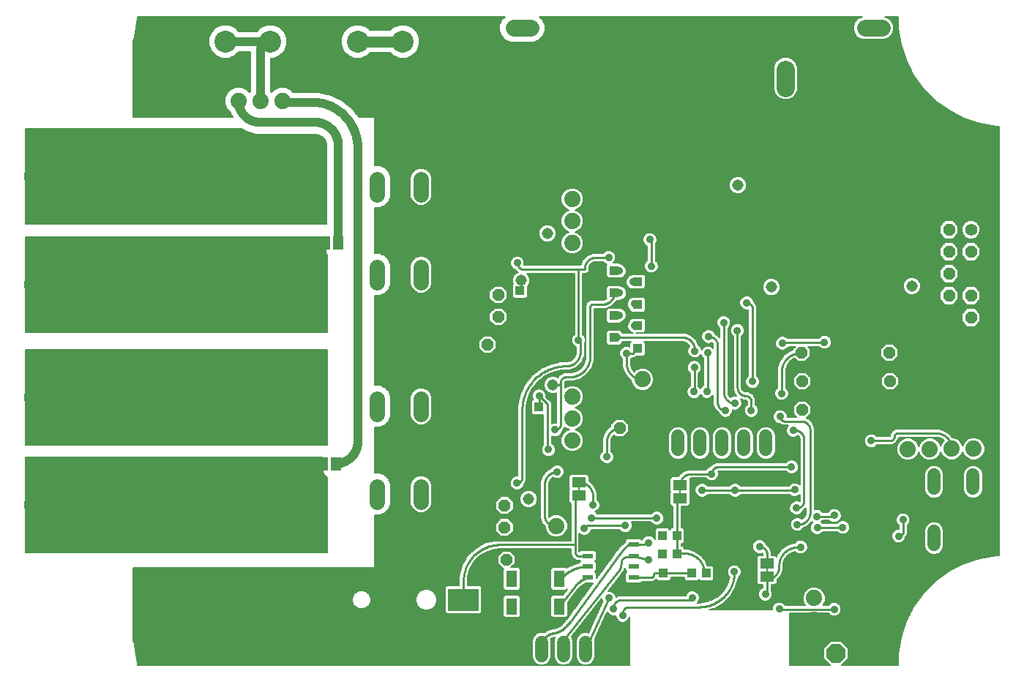
<source format=gbl>
G75*
%MOIN*%
%OFA0B0*%
%FSLAX25Y25*%
%IPPOS*%
%LPD*%
%AMOC8*
5,1,8,0,0,1.08239X$1,22.5*
%
%ADD10OC8,0.05200*%
%ADD11C,0.07400*%
%ADD12C,0.06000*%
%ADD13C,0.03969*%
%ADD14C,0.05150*%
%ADD15C,0.06496*%
%ADD16C,0.05600*%
%ADD17OC8,0.05600*%
%ADD18R,0.05118X0.07480*%
%ADD19R,0.05118X0.02362*%
%ADD20R,0.03937X0.04331*%
%ADD21R,0.13937X0.10236*%
%ADD22OC8,0.08500*%
%ADD23C,0.10000*%
%ADD24R,0.06300X0.04600*%
%ADD25R,0.00800X0.02500*%
%ADD26C,0.43307*%
%ADD27R,0.04331X0.03937*%
%ADD28C,0.07000*%
%ADD29C,0.13780*%
%ADD30C,0.07800*%
%ADD31C,0.08250*%
%ADD32R,0.04600X0.06300*%
%ADD33C,0.08400*%
%ADD34C,0.00500*%
%ADD35C,0.22000*%
%ADD36C,0.03569*%
%ADD37C,0.01000*%
%ADD38C,0.00600*%
%ADD39C,0.04000*%
%ADD40C,0.05000*%
D10*
X0261133Y0106372D03*
X0271133Y0106372D03*
X0260275Y0121102D03*
X0260275Y0131102D03*
X0312646Y0156205D03*
X0312646Y0166205D03*
X0312646Y0176205D03*
X0262539Y0204389D03*
X0252539Y0204389D03*
X0257334Y0216962D03*
X0257334Y0226962D03*
X0395576Y0200531D03*
X0395729Y0187531D03*
X0395729Y0174531D03*
X0435729Y0174531D03*
X0435729Y0187531D03*
X0435576Y0200531D03*
D11*
X0463914Y0156845D03*
X0453943Y0156719D03*
X0443943Y0156719D03*
X0473914Y0156845D03*
X0401220Y0088808D03*
X0401220Y0078808D03*
X0283854Y0121751D03*
X0283854Y0131751D03*
X0291043Y0160635D03*
X0291043Y0170635D03*
X0291043Y0180635D03*
X0323029Y0188492D03*
X0333029Y0188492D03*
X0291007Y0250614D03*
X0291007Y0260614D03*
X0291007Y0270614D03*
X0159080Y0315226D03*
X0149080Y0315226D03*
X0139080Y0315226D03*
D12*
X0329198Y0162563D02*
X0329198Y0156563D01*
X0339198Y0156563D02*
X0339198Y0162563D01*
X0349198Y0162563D02*
X0349198Y0156563D01*
X0359198Y0156563D02*
X0359198Y0162563D01*
X0369198Y0162563D02*
X0369198Y0156563D01*
X0379198Y0156563D02*
X0379198Y0162563D01*
X0455829Y0144831D02*
X0455829Y0138831D01*
X0473629Y0138831D02*
X0473629Y0144831D01*
X0473629Y0119231D02*
X0473629Y0113231D01*
X0455829Y0113231D02*
X0455829Y0119231D01*
X0307136Y0068787D02*
X0307136Y0062787D01*
X0297136Y0062787D02*
X0297136Y0068787D01*
X0287136Y0068787D02*
X0287136Y0062787D01*
X0277136Y0062787D02*
X0277136Y0068787D01*
D13*
X0172237Y0127271D03*
X0165347Y0127271D03*
X0158457Y0127271D03*
X0151568Y0127271D03*
X0144678Y0127271D03*
X0144678Y0134161D03*
X0151568Y0134161D03*
X0158457Y0134161D03*
X0165347Y0134161D03*
X0172237Y0134161D03*
X0172237Y0141051D03*
X0165347Y0141051D03*
X0158457Y0141051D03*
X0151568Y0141051D03*
X0144678Y0141051D03*
X0144678Y0170579D03*
X0151568Y0170579D03*
X0158457Y0170579D03*
X0165347Y0170579D03*
X0172237Y0170579D03*
X0172237Y0177468D03*
X0165347Y0177468D03*
X0158457Y0177468D03*
X0151568Y0177468D03*
X0144678Y0177468D03*
X0144678Y0184358D03*
X0151568Y0184358D03*
X0158457Y0184358D03*
X0165347Y0184358D03*
X0172237Y0184358D03*
X0172237Y0227665D03*
X0165347Y0227665D03*
X0158457Y0227665D03*
X0151568Y0227665D03*
X0144678Y0227665D03*
X0144678Y0234555D03*
X0151568Y0234555D03*
X0158457Y0234555D03*
X0165347Y0234555D03*
X0172237Y0234555D03*
X0172237Y0241445D03*
X0165347Y0241445D03*
X0158457Y0241445D03*
X0151568Y0241445D03*
X0144678Y0241445D03*
X0144678Y0270972D03*
X0151568Y0270972D03*
X0158457Y0270972D03*
X0165347Y0270972D03*
X0172237Y0270972D03*
X0172237Y0277862D03*
X0165347Y0277862D03*
X0158457Y0277862D03*
X0151568Y0277862D03*
X0144678Y0277862D03*
X0144678Y0284752D03*
X0151568Y0284752D03*
X0158457Y0284752D03*
X0165347Y0284752D03*
X0172237Y0284752D03*
D14*
X0167347Y0292252D03*
X0149568Y0292252D03*
X0267729Y0233531D03*
X0279729Y0255031D03*
X0366515Y0276906D03*
X0381729Y0230531D03*
X0445729Y0231031D03*
X0282229Y0186031D03*
X0271229Y0134031D03*
X0167347Y0119771D03*
X0149568Y0119771D03*
X0149568Y0191858D03*
X0167347Y0191858D03*
X0167347Y0220165D03*
X0149568Y0220165D03*
D15*
X0158457Y0220165D03*
X0158457Y0191858D03*
X0158457Y0119771D03*
X0158457Y0292252D03*
D16*
X0472678Y0256657D03*
D17*
X0462678Y0256657D03*
X0462678Y0246657D03*
X0472678Y0246657D03*
X0472678Y0236657D03*
X0462678Y0236657D03*
X0462678Y0226657D03*
X0472678Y0226657D03*
X0472678Y0216657D03*
X0462678Y0216657D03*
D18*
X0285137Y0097617D03*
X0285137Y0085019D03*
X0263483Y0085019D03*
X0263483Y0097617D03*
D19*
X0298115Y0098255D03*
X0298115Y0103373D03*
X0298115Y0108097D03*
X0298115Y0113215D03*
X0318981Y0113215D03*
X0318981Y0108097D03*
X0318981Y0103373D03*
X0318981Y0098255D03*
D20*
X0332586Y0100159D03*
X0332586Y0093466D03*
X0345459Y0100161D03*
X0352151Y0100161D03*
X0338786Y0109029D03*
X0332093Y0109029D03*
X0332164Y0117226D03*
X0338857Y0117226D03*
X0275729Y0169185D03*
X0275729Y0175878D03*
X0267229Y0222185D03*
X0267229Y0228878D03*
D21*
X0241541Y0088114D03*
X0179140Y0088114D03*
D22*
X0411135Y0063531D03*
D23*
X0213833Y0342420D03*
X0193360Y0342420D03*
X0153597Y0342420D03*
X0133124Y0342420D03*
D24*
X0294210Y0141583D03*
X0294210Y0135583D03*
X0340166Y0134441D03*
X0340166Y0140441D03*
X0379710Y0104639D03*
X0379710Y0098639D03*
D25*
X0379710Y0101639D03*
X0340166Y0137441D03*
X0294210Y0138583D03*
D26*
X0063229Y0131208D03*
X0063229Y0180421D03*
X0063229Y0231602D03*
X0063229Y0280815D03*
D27*
X0303439Y0238082D03*
X0310132Y0238082D03*
X0320883Y0233031D03*
X0327576Y0233031D03*
X0327576Y0222531D03*
X0320883Y0222531D03*
X0310076Y0217531D03*
X0303383Y0217531D03*
X0303383Y0207531D03*
X0310076Y0207531D03*
X0320883Y0202531D03*
X0327576Y0202531D03*
X0327576Y0213031D03*
X0320883Y0213031D03*
X0310138Y0227878D03*
X0303445Y0227878D03*
D28*
X0222229Y0232708D02*
X0222229Y0239708D01*
X0202229Y0239708D02*
X0202229Y0232708D01*
X0202229Y0272708D02*
X0202229Y0279708D01*
X0222229Y0279708D02*
X0222229Y0272708D01*
X0222229Y0179708D02*
X0222229Y0172708D01*
X0202229Y0172708D02*
X0202229Y0179708D01*
X0202229Y0139708D02*
X0202229Y0132708D01*
X0222229Y0132708D02*
X0222229Y0139708D01*
D29*
X0124729Y0146031D03*
X0084729Y0146031D03*
X0084729Y0186031D03*
X0124729Y0186031D03*
X0124729Y0226031D03*
X0084729Y0226031D03*
X0084729Y0266031D03*
X0124729Y0266031D03*
D30*
X0111129Y0271531D02*
X0103329Y0271531D01*
X0103329Y0241531D02*
X0111129Y0241531D01*
X0111129Y0171531D02*
X0103329Y0171531D01*
X0103329Y0141531D02*
X0111129Y0141531D01*
X0264329Y0278531D02*
X0272129Y0278531D01*
X0272129Y0348531D02*
X0264329Y0348531D01*
X0424329Y0348531D02*
X0432129Y0348531D01*
X0432129Y0278531D02*
X0424329Y0278531D01*
D31*
X0388229Y0321406D02*
X0388229Y0329656D01*
X0358229Y0329656D02*
X0358229Y0321406D01*
D32*
X0184566Y0250502D03*
X0178566Y0250502D03*
X0177402Y0150085D03*
X0183402Y0150085D03*
D33*
X0140718Y0086151D02*
X0140718Y0077751D01*
X0126938Y0077751D02*
X0126938Y0086151D01*
D34*
X0092979Y0059683D02*
X0092979Y0058281D01*
X0317279Y0058281D01*
X0317279Y0080182D01*
X0316868Y0079190D01*
X0315958Y0078280D01*
X0314770Y0077787D01*
X0313483Y0077787D01*
X0312294Y0078280D01*
X0311385Y0079190D01*
X0310892Y0080378D01*
X0310892Y0080972D01*
X0310450Y0080789D01*
X0309163Y0080789D01*
X0307974Y0081281D01*
X0307065Y0082191D01*
X0306965Y0082431D01*
X0301345Y0070254D01*
X0301586Y0069672D01*
X0301586Y0061902D01*
X0300908Y0060266D01*
X0299657Y0059015D01*
X0298021Y0058337D01*
X0296251Y0058337D01*
X0294615Y0059015D01*
X0293363Y0060266D01*
X0292686Y0061902D01*
X0292686Y0069672D01*
X0293363Y0071308D01*
X0294615Y0072560D01*
X0296251Y0073237D01*
X0298021Y0073237D01*
X0298361Y0073096D01*
X0304938Y0087345D01*
X0304564Y0088247D01*
X0304564Y0088501D01*
X0290941Y0071229D01*
X0291586Y0069672D01*
X0291586Y0061902D01*
X0290908Y0060266D01*
X0289657Y0059015D01*
X0288021Y0058337D01*
X0286251Y0058337D01*
X0284615Y0059015D01*
X0283363Y0060266D01*
X0282686Y0061902D01*
X0282686Y0069672D01*
X0283255Y0071047D01*
X0282828Y0070981D01*
X0282828Y0070981D01*
X0281995Y0070770D01*
X0281302Y0070357D01*
X0281586Y0069672D01*
X0281586Y0061902D01*
X0280908Y0060266D01*
X0279657Y0059015D01*
X0278021Y0058337D01*
X0276251Y0058337D01*
X0274615Y0059015D01*
X0273363Y0060266D01*
X0272686Y0061902D01*
X0272686Y0069672D01*
X0273363Y0071308D01*
X0274615Y0072560D01*
X0276251Y0073237D01*
X0278021Y0073237D01*
X0278219Y0073155D01*
X0280624Y0074588D01*
X0280624Y0074588D01*
X0281437Y0074713D01*
X0281437Y0074713D01*
X0282236Y0074836D01*
X0283131Y0075027D01*
X0284824Y0075714D01*
X0286312Y0076774D01*
X0286312Y0076775D01*
X0286954Y0077427D01*
X0288514Y0079211D01*
X0300498Y0095624D01*
X0297005Y0095624D01*
X0294657Y0093967D01*
X0293594Y0092784D01*
X0293100Y0092144D01*
X0293100Y0092144D01*
X0289146Y0087021D01*
X0289146Y0080678D01*
X0288296Y0079829D01*
X0281977Y0079829D01*
X0281127Y0080678D01*
X0281127Y0089360D01*
X0281977Y0090209D01*
X0286680Y0090209D01*
X0288716Y0092847D01*
X0288296Y0092427D01*
X0281977Y0092427D01*
X0281127Y0093276D01*
X0281127Y0101958D01*
X0281977Y0102807D01*
X0288296Y0102807D01*
X0288569Y0102535D01*
X0290408Y0103701D01*
X0290408Y0103701D01*
X0294106Y0104836D01*
X0294106Y0105155D01*
X0294687Y0105735D01*
X0294392Y0106030D01*
X0293241Y0106030D01*
X0291433Y0107074D01*
X0291433Y0107074D01*
X0290388Y0108883D01*
X0290388Y0111199D01*
X0257990Y0111199D01*
X0256098Y0111075D01*
X0252442Y0110095D01*
X0249164Y0108203D01*
X0246487Y0105526D01*
X0244595Y0102248D01*
X0243615Y0098592D01*
X0243491Y0096700D01*
X0243491Y0094682D01*
X0249110Y0094682D01*
X0249960Y0093832D01*
X0249960Y0082395D01*
X0249110Y0081546D01*
X0233972Y0081546D01*
X0233123Y0082395D01*
X0233123Y0093832D01*
X0233972Y0094682D01*
X0239591Y0094682D01*
X0239591Y0099122D01*
X0240845Y0103802D01*
X0240845Y0103802D01*
X0243267Y0107997D01*
X0243267Y0107997D01*
X0246693Y0111423D01*
X0246693Y0111423D01*
X0250888Y0113845D01*
X0250888Y0113845D01*
X0255568Y0115099D01*
X0290388Y0115099D01*
X0290388Y0131904D01*
X0289610Y0132682D01*
X0289610Y0138484D01*
X0289709Y0138583D01*
X0289610Y0138682D01*
X0289610Y0144484D01*
X0290459Y0145333D01*
X0297960Y0145333D01*
X0298810Y0144484D01*
X0298810Y0142303D01*
X0298855Y0142285D01*
X0298855Y0142285D01*
X0301162Y0139978D01*
X0301162Y0139978D01*
X0302410Y0136964D01*
X0302410Y0133895D01*
X0303202Y0133103D01*
X0303694Y0131915D01*
X0303694Y0130628D01*
X0303202Y0129439D01*
X0302292Y0128530D01*
X0301584Y0128236D01*
X0301754Y0128166D01*
X0302545Y0127374D01*
X0327175Y0127374D01*
X0327779Y0127979D01*
X0328968Y0128471D01*
X0330254Y0128471D01*
X0331443Y0127979D01*
X0332353Y0127069D01*
X0332845Y0125880D01*
X0332845Y0124594D01*
X0332353Y0123405D01*
X0331443Y0122495D01*
X0330254Y0122003D01*
X0328968Y0122003D01*
X0327779Y0122495D01*
X0326869Y0123405D01*
X0326840Y0123474D01*
X0318036Y0123474D01*
X0318447Y0122481D01*
X0318447Y0121194D01*
X0317955Y0120005D01*
X0317045Y0119095D01*
X0315857Y0118603D01*
X0314570Y0118603D01*
X0313381Y0119095D01*
X0312589Y0119887D01*
X0299720Y0119887D01*
X0299232Y0118708D01*
X0298322Y0117798D01*
X0297133Y0117306D01*
X0295847Y0117306D01*
X0294658Y0117798D01*
X0294288Y0118168D01*
X0294288Y0110061D01*
X0294956Y0110728D01*
X0301275Y0110728D01*
X0302124Y0109879D01*
X0302124Y0106316D01*
X0301544Y0105735D01*
X0302124Y0105155D01*
X0302124Y0101591D01*
X0301347Y0100814D01*
X0302124Y0100036D01*
X0302124Y0097851D01*
X0310479Y0109292D01*
X0310476Y0109313D01*
X0310953Y0109942D01*
X0311419Y0110580D01*
X0311440Y0110583D01*
X0312698Y0112240D01*
X0312698Y0112240D01*
X0312698Y0112240D01*
X0314668Y0114094D01*
X0314786Y0114205D01*
X0314786Y0114205D01*
X0314972Y0114380D01*
X0314972Y0114997D01*
X0315822Y0115846D01*
X0322141Y0115846D01*
X0322822Y0115165D01*
X0322848Y0115165D01*
X0323154Y0115904D01*
X0324064Y0116814D01*
X0325253Y0117306D01*
X0326539Y0117306D01*
X0327728Y0116814D01*
X0328638Y0115904D01*
X0328745Y0115644D01*
X0328745Y0119992D01*
X0329595Y0120842D01*
X0334733Y0120842D01*
X0335510Y0120064D01*
X0336288Y0120842D01*
X0336907Y0120842D01*
X0336907Y0130691D01*
X0336415Y0130691D01*
X0335566Y0131540D01*
X0335566Y0137341D01*
X0335665Y0137441D01*
X0335566Y0137540D01*
X0335566Y0143341D01*
X0336415Y0144191D01*
X0339196Y0144191D01*
X0339274Y0144377D01*
X0339274Y0144377D01*
X0341228Y0146332D01*
X0341229Y0146332D01*
X0343783Y0147390D01*
X0351882Y0147390D01*
X0352674Y0148182D01*
X0353527Y0148535D01*
X0354780Y0149789D01*
X0354780Y0149789D01*
X0356666Y0150570D01*
X0388340Y0150570D01*
X0389131Y0151362D01*
X0390320Y0151854D01*
X0391607Y0151854D01*
X0392796Y0151362D01*
X0393705Y0150452D01*
X0394198Y0149263D01*
X0394198Y0147976D01*
X0393705Y0146788D01*
X0392796Y0145878D01*
X0391607Y0145385D01*
X0390320Y0145385D01*
X0389131Y0145878D01*
X0388340Y0146670D01*
X0357686Y0146670D01*
X0357505Y0146652D01*
X0357741Y0146083D01*
X0357741Y0144797D01*
X0357248Y0143608D01*
X0356338Y0142698D01*
X0355150Y0142206D01*
X0353863Y0142206D01*
X0352674Y0142698D01*
X0351882Y0143490D01*
X0345165Y0143490D01*
X0344666Y0143441D01*
X0344766Y0143341D01*
X0344766Y0137540D01*
X0344666Y0137441D01*
X0344766Y0137341D01*
X0344766Y0131540D01*
X0343916Y0130691D01*
X0340807Y0130691D01*
X0340807Y0120842D01*
X0341426Y0120842D01*
X0342275Y0119992D01*
X0342275Y0114460D01*
X0341426Y0113611D01*
X0340736Y0113611D01*
X0340736Y0112644D01*
X0341355Y0112644D01*
X0342204Y0111795D01*
X0342204Y0111209D01*
X0343938Y0111209D01*
X0347266Y0110128D01*
X0347266Y0110128D01*
X0350098Y0108070D01*
X0350098Y0108070D01*
X0352155Y0105239D01*
X0352155Y0105239D01*
X0352630Y0103776D01*
X0354721Y0103776D01*
X0355570Y0102927D01*
X0355570Y0097395D01*
X0354721Y0096546D01*
X0349582Y0096546D01*
X0348805Y0097323D01*
X0348028Y0096546D01*
X0342889Y0096546D01*
X0342040Y0097395D01*
X0342040Y0098211D01*
X0336005Y0098211D01*
X0336005Y0097393D01*
X0335155Y0096544D01*
X0330017Y0096544D01*
X0329328Y0097233D01*
X0329272Y0097136D01*
X0329272Y0097136D01*
X0327833Y0096305D01*
X0322822Y0096305D01*
X0322141Y0095624D01*
X0315822Y0095624D01*
X0314972Y0096473D01*
X0314972Y0100036D01*
X0315750Y0100814D01*
X0314972Y0101591D01*
X0314972Y0102528D01*
X0314652Y0101428D01*
X0314652Y0101428D01*
X0314406Y0101068D01*
X0314415Y0100991D01*
X0313957Y0100409D01*
X0313539Y0099798D01*
X0313463Y0099784D01*
X0307422Y0092125D01*
X0308442Y0092125D01*
X0309630Y0091632D01*
X0310540Y0090722D01*
X0311033Y0089534D01*
X0311033Y0089461D01*
X0311816Y0089878D01*
X0311816Y0089878D01*
X0312235Y0089918D01*
X0312311Y0089995D01*
X0313025Y0089995D01*
X0313736Y0090063D01*
X0313819Y0089995D01*
X0342683Y0089995D01*
X0343024Y0090817D01*
X0343933Y0091727D01*
X0345122Y0092220D01*
X0346409Y0092220D01*
X0347597Y0091727D01*
X0348507Y0090817D01*
X0349000Y0089629D01*
X0349000Y0088342D01*
X0348507Y0087153D01*
X0348085Y0086731D01*
X0348820Y0086731D01*
X0350662Y0086851D01*
X0354220Y0087805D01*
X0357410Y0089647D01*
X0360015Y0092252D01*
X0361857Y0095442D01*
X0362671Y0098479D01*
X0362139Y0099010D01*
X0361647Y0100199D01*
X0361647Y0101485D01*
X0362139Y0102674D01*
X0363049Y0103584D01*
X0364238Y0104076D01*
X0365524Y0104076D01*
X0366713Y0103584D01*
X0367623Y0102674D01*
X0368115Y0101485D01*
X0368115Y0100199D01*
X0367623Y0099010D01*
X0366739Y0098126D01*
X0365604Y0093890D01*
X0365604Y0093890D01*
X0363232Y0089783D01*
X0363232Y0089783D01*
X0359879Y0086429D01*
X0359879Y0086429D01*
X0355772Y0084058D01*
X0353619Y0083481D01*
X0382071Y0083481D01*
X0382071Y0084515D01*
X0382564Y0085704D01*
X0383474Y0086614D01*
X0384662Y0087106D01*
X0385949Y0087106D01*
X0387138Y0086614D01*
X0388010Y0085741D01*
X0397003Y0085741D01*
X0396854Y0085891D01*
X0396070Y0087783D01*
X0396070Y0089832D01*
X0396854Y0091725D01*
X0398303Y0093174D01*
X0400195Y0093958D01*
X0402244Y0093958D01*
X0404137Y0093174D01*
X0405586Y0091725D01*
X0406370Y0089832D01*
X0406370Y0087783D01*
X0405586Y0085891D01*
X0405436Y0085741D01*
X0407826Y0085741D01*
X0408557Y0086472D01*
X0409746Y0086964D01*
X0411032Y0086964D01*
X0412221Y0086472D01*
X0413131Y0085562D01*
X0413623Y0084373D01*
X0413623Y0083087D01*
X0413131Y0081898D01*
X0412221Y0080988D01*
X0411032Y0080496D01*
X0409746Y0080496D01*
X0408557Y0080988D01*
X0407704Y0081841D01*
X0390179Y0081841D01*
X0390179Y0058281D01*
X0408324Y0058281D01*
X0405435Y0061170D01*
X0405435Y0065892D01*
X0408774Y0069231D01*
X0413496Y0069231D01*
X0416835Y0065892D01*
X0416835Y0061170D01*
X0413946Y0058281D01*
X0439479Y0058281D01*
X0439479Y0063368D01*
X0440680Y0070947D01*
X0443051Y0078245D01*
X0446534Y0085082D01*
X0451045Y0091290D01*
X0451045Y0091290D01*
X0456471Y0096716D01*
X0462679Y0101226D01*
X0469516Y0104710D01*
X0469516Y0104710D01*
X0476813Y0107081D01*
X0476813Y0107081D01*
X0484392Y0108281D01*
X0485479Y0108281D01*
X0485479Y0303781D01*
X0484392Y0303781D01*
X0476813Y0304982D01*
X0476813Y0304982D01*
X0469516Y0307353D01*
X0469516Y0307353D01*
X0462679Y0310837D01*
X0462679Y0310837D01*
X0456471Y0315347D01*
X0456471Y0315347D01*
X0451045Y0320773D01*
X0451045Y0320773D01*
X0446534Y0326981D01*
X0446534Y0326981D01*
X0443051Y0333818D01*
X0443051Y0333818D01*
X0440680Y0341116D01*
X0440680Y0341116D01*
X0439479Y0348695D01*
X0439479Y0353781D01*
X0433435Y0353781D01*
X0435160Y0353067D01*
X0436665Y0351562D01*
X0437479Y0349595D01*
X0437479Y0347467D01*
X0436665Y0345501D01*
X0435160Y0343996D01*
X0433193Y0343181D01*
X0423265Y0343181D01*
X0421299Y0343996D01*
X0419794Y0345501D01*
X0418979Y0347467D01*
X0418979Y0349595D01*
X0419794Y0351562D01*
X0421299Y0353067D01*
X0423024Y0353781D01*
X0276142Y0353781D01*
X0277682Y0352242D01*
X0278679Y0349834D01*
X0278679Y0347228D01*
X0277682Y0344821D01*
X0275839Y0342978D01*
X0273432Y0341981D01*
X0263026Y0341981D01*
X0260619Y0342978D01*
X0258776Y0344821D01*
X0257779Y0347228D01*
X0257779Y0349834D01*
X0258776Y0352242D01*
X0260316Y0353781D01*
X0092979Y0353781D01*
X0092979Y0352380D01*
X0091680Y0344179D01*
X0091680Y0344179D01*
X0091229Y0342791D01*
X0091229Y0307921D01*
X0136443Y0307921D01*
X0135401Y0309726D01*
X0135401Y0309726D01*
X0135328Y0309998D01*
X0133697Y0311629D01*
X0132730Y0313963D01*
X0132730Y0316490D01*
X0133697Y0318823D01*
X0135483Y0320610D01*
X0137817Y0321576D01*
X0140343Y0321576D01*
X0142677Y0320610D01*
X0144080Y0319207D01*
X0144430Y0319557D01*
X0144430Y0337770D01*
X0139293Y0337770D01*
X0137457Y0335935D01*
X0134646Y0334770D01*
X0131602Y0334770D01*
X0128791Y0335935D01*
X0126639Y0338087D01*
X0125474Y0340899D01*
X0125474Y0343942D01*
X0126639Y0346754D01*
X0128791Y0348906D01*
X0131602Y0350070D01*
X0134646Y0350070D01*
X0137457Y0348906D01*
X0139293Y0347070D01*
X0147428Y0347070D01*
X0149263Y0348906D01*
X0152075Y0350070D01*
X0155118Y0350070D01*
X0157930Y0348906D01*
X0160082Y0346754D01*
X0161247Y0343942D01*
X0161247Y0340899D01*
X0160082Y0338087D01*
X0157930Y0335935D01*
X0155118Y0334770D01*
X0153730Y0334770D01*
X0153730Y0319557D01*
X0154080Y0319207D01*
X0155483Y0320610D01*
X0157817Y0321576D01*
X0160343Y0321576D01*
X0162677Y0320610D01*
X0163889Y0319398D01*
X0175419Y0319398D01*
X0181032Y0318117D01*
X0181032Y0318117D01*
X0186219Y0315619D01*
X0186219Y0315619D01*
X0190720Y0312029D01*
X0190720Y0312029D01*
X0193996Y0307921D01*
X0201261Y0307921D01*
X0201261Y0285858D01*
X0203452Y0285858D01*
X0205713Y0284922D01*
X0207443Y0283192D01*
X0208379Y0280932D01*
X0208379Y0271485D01*
X0207443Y0269225D01*
X0205713Y0267495D01*
X0203452Y0266558D01*
X0201261Y0266558D01*
X0201261Y0245858D01*
X0203452Y0245858D01*
X0205713Y0244922D01*
X0207443Y0243192D01*
X0208379Y0240932D01*
X0208379Y0231485D01*
X0217378Y0231485D01*
X0217279Y0231724D02*
X0218033Y0229905D01*
X0219425Y0228512D01*
X0221245Y0227758D01*
X0223214Y0227758D01*
X0225033Y0228512D01*
X0226426Y0229905D01*
X0227179Y0231724D01*
X0227179Y0240693D01*
X0226426Y0242512D01*
X0225033Y0243905D01*
X0223214Y0244658D01*
X0221245Y0244658D01*
X0219425Y0243905D01*
X0218033Y0242512D01*
X0217279Y0240693D01*
X0217279Y0231724D01*
X0217279Y0231983D02*
X0208379Y0231983D01*
X0208379Y0231485D02*
X0207443Y0229225D01*
X0205713Y0227495D01*
X0203452Y0226558D01*
X0201261Y0226558D01*
X0201261Y0185858D01*
X0203452Y0185858D01*
X0205713Y0184922D01*
X0207443Y0183192D01*
X0208379Y0180932D01*
X0208379Y0171485D01*
X0207443Y0169225D01*
X0205713Y0167495D01*
X0203452Y0166558D01*
X0201261Y0166558D01*
X0201261Y0145858D01*
X0203452Y0145858D01*
X0205713Y0144922D01*
X0207443Y0143192D01*
X0208379Y0140932D01*
X0208379Y0131485D01*
X0207443Y0129225D01*
X0205713Y0127495D01*
X0203452Y0126558D01*
X0201261Y0126558D01*
X0201261Y0102602D01*
X0091229Y0102602D01*
X0091229Y0069272D01*
X0091680Y0067884D01*
X0091680Y0067884D01*
X0092979Y0059683D01*
X0092979Y0059499D02*
X0274131Y0059499D01*
X0273633Y0059997D02*
X0092929Y0059997D01*
X0092850Y0060496D02*
X0273269Y0060496D01*
X0273062Y0060994D02*
X0092771Y0060994D01*
X0092692Y0061493D02*
X0272856Y0061493D01*
X0272686Y0061991D02*
X0092614Y0061991D01*
X0092535Y0062490D02*
X0272686Y0062490D01*
X0272686Y0062988D02*
X0092456Y0062988D01*
X0092377Y0063487D02*
X0272686Y0063487D01*
X0272686Y0063985D02*
X0092298Y0063985D01*
X0092219Y0064484D02*
X0272686Y0064484D01*
X0272686Y0064982D02*
X0092140Y0064982D01*
X0092061Y0065481D02*
X0272686Y0065481D01*
X0272686Y0065979D02*
X0091982Y0065979D01*
X0091903Y0066478D02*
X0272686Y0066478D01*
X0272686Y0066976D02*
X0091824Y0066976D01*
X0091745Y0067475D02*
X0272686Y0067475D01*
X0272686Y0067973D02*
X0091651Y0067973D01*
X0091489Y0068472D02*
X0272686Y0068472D01*
X0272686Y0068970D02*
X0091327Y0068970D01*
X0091229Y0069469D02*
X0272686Y0069469D01*
X0272808Y0069967D02*
X0091229Y0069967D01*
X0091229Y0070466D02*
X0273015Y0070466D01*
X0273221Y0070964D02*
X0091229Y0070964D01*
X0091229Y0071463D02*
X0273518Y0071463D01*
X0274017Y0071961D02*
X0091229Y0071961D01*
X0091229Y0072460D02*
X0274515Y0072460D01*
X0275578Y0072958D02*
X0091229Y0072958D01*
X0091229Y0073457D02*
X0278725Y0073457D01*
X0279562Y0073955D02*
X0091229Y0073955D01*
X0091229Y0074454D02*
X0280398Y0074454D01*
X0282781Y0074952D02*
X0091229Y0074952D01*
X0091229Y0075451D02*
X0284175Y0075451D01*
X0285154Y0075949D02*
X0091229Y0075949D01*
X0091229Y0076448D02*
X0285854Y0076448D01*
X0286481Y0076946D02*
X0091229Y0076946D01*
X0091229Y0077445D02*
X0286969Y0077445D01*
X0287405Y0077943D02*
X0091229Y0077943D01*
X0091229Y0078442D02*
X0287841Y0078442D01*
X0288277Y0078941D02*
X0091229Y0078941D01*
X0091229Y0079439D02*
X0288680Y0079439D01*
X0288405Y0079938D02*
X0289044Y0079938D01*
X0288904Y0080436D02*
X0289408Y0080436D01*
X0289146Y0080935D02*
X0289772Y0080935D01*
X0290136Y0081433D02*
X0289146Y0081433D01*
X0289146Y0081932D02*
X0290500Y0081932D01*
X0290864Y0082430D02*
X0289146Y0082430D01*
X0289146Y0082929D02*
X0291228Y0082929D01*
X0291592Y0083427D02*
X0289146Y0083427D01*
X0289146Y0083926D02*
X0291956Y0083926D01*
X0292320Y0084424D02*
X0289146Y0084424D01*
X0289146Y0084923D02*
X0292684Y0084923D01*
X0293048Y0085421D02*
X0289146Y0085421D01*
X0289146Y0085920D02*
X0293412Y0085920D01*
X0293776Y0086418D02*
X0289146Y0086418D01*
X0289146Y0086917D02*
X0294140Y0086917D01*
X0294504Y0087415D02*
X0289450Y0087415D01*
X0289835Y0087914D02*
X0294868Y0087914D01*
X0295232Y0088412D02*
X0290219Y0088412D01*
X0290604Y0088911D02*
X0295596Y0088911D01*
X0295960Y0089409D02*
X0290989Y0089409D01*
X0291374Y0089908D02*
X0296324Y0089908D01*
X0296688Y0090406D02*
X0291759Y0090406D01*
X0292144Y0090905D02*
X0297052Y0090905D01*
X0297416Y0091403D02*
X0292528Y0091403D01*
X0292913Y0091902D02*
X0297780Y0091902D01*
X0298144Y0092400D02*
X0293298Y0092400D01*
X0293697Y0092899D02*
X0298508Y0092899D01*
X0298872Y0093397D02*
X0294145Y0093397D01*
X0294594Y0093896D02*
X0299236Y0093896D01*
X0299600Y0094394D02*
X0295263Y0094394D01*
X0295970Y0094893D02*
X0299964Y0094893D01*
X0300328Y0095391D02*
X0296676Y0095391D01*
X0302124Y0097884D02*
X0302148Y0097884D01*
X0302124Y0098382D02*
X0302512Y0098382D01*
X0302876Y0098881D02*
X0302124Y0098881D01*
X0302124Y0099379D02*
X0303240Y0099379D01*
X0303604Y0099878D02*
X0302124Y0099878D01*
X0301784Y0100377D02*
X0303968Y0100377D01*
X0304332Y0100875D02*
X0301408Y0100875D01*
X0301907Y0101374D02*
X0304696Y0101374D01*
X0305060Y0101872D02*
X0302124Y0101872D01*
X0302124Y0102371D02*
X0305424Y0102371D01*
X0305788Y0102869D02*
X0302124Y0102869D01*
X0302124Y0103368D02*
X0306152Y0103368D01*
X0306516Y0103866D02*
X0302124Y0103866D01*
X0302124Y0104365D02*
X0306880Y0104365D01*
X0307245Y0104863D02*
X0302124Y0104863D01*
X0301917Y0105362D02*
X0307609Y0105362D01*
X0307973Y0105860D02*
X0301669Y0105860D01*
X0302124Y0106359D02*
X0308337Y0106359D01*
X0308701Y0106857D02*
X0302124Y0106857D01*
X0302124Y0107356D02*
X0309065Y0107356D01*
X0309429Y0107854D02*
X0302124Y0107854D01*
X0302124Y0108353D02*
X0309793Y0108353D01*
X0310157Y0108851D02*
X0302124Y0108851D01*
X0302124Y0109350D02*
X0310503Y0109350D01*
X0310882Y0109848D02*
X0302124Y0109848D01*
X0301657Y0110347D02*
X0311249Y0110347D01*
X0311639Y0110845D02*
X0294288Y0110845D01*
X0294288Y0110347D02*
X0294574Y0110347D01*
X0294288Y0111344D02*
X0312017Y0111344D01*
X0312396Y0111842D02*
X0294288Y0111842D01*
X0294288Y0112341D02*
X0312805Y0112341D01*
X0313334Y0112839D02*
X0294288Y0112839D01*
X0294288Y0113338D02*
X0313864Y0113338D01*
X0314394Y0113836D02*
X0294288Y0113836D01*
X0294288Y0114335D02*
X0314924Y0114335D01*
X0314972Y0114833D02*
X0294288Y0114833D01*
X0294288Y0115332D02*
X0315307Y0115332D01*
X0315806Y0115830D02*
X0294288Y0115830D01*
X0294288Y0116329D02*
X0323579Y0116329D01*
X0323124Y0115830D02*
X0322157Y0115830D01*
X0322656Y0115332D02*
X0322917Y0115332D01*
X0324097Y0116827D02*
X0294288Y0116827D01*
X0294288Y0117326D02*
X0295798Y0117326D01*
X0294632Y0117824D02*
X0294288Y0117824D01*
X0297182Y0117326D02*
X0328745Y0117326D01*
X0328745Y0117824D02*
X0298349Y0117824D01*
X0298847Y0118323D02*
X0328745Y0118323D01*
X0328745Y0118821D02*
X0316384Y0118821D01*
X0317270Y0119320D02*
X0328745Y0119320D01*
X0328745Y0119818D02*
X0317768Y0119818D01*
X0318084Y0120317D02*
X0329070Y0120317D01*
X0329568Y0120815D02*
X0318291Y0120815D01*
X0318447Y0121314D02*
X0336907Y0121314D01*
X0336907Y0121812D02*
X0318447Y0121812D01*
X0318447Y0122311D02*
X0328224Y0122311D01*
X0327465Y0122810D02*
X0318311Y0122810D01*
X0318105Y0123308D02*
X0326966Y0123308D01*
X0330999Y0122311D02*
X0336907Y0122311D01*
X0336907Y0122810D02*
X0331758Y0122810D01*
X0332256Y0123308D02*
X0336907Y0123308D01*
X0336907Y0123807D02*
X0332519Y0123807D01*
X0332726Y0124305D02*
X0336907Y0124305D01*
X0336907Y0124804D02*
X0332845Y0124804D01*
X0332845Y0125302D02*
X0336907Y0125302D01*
X0336907Y0125801D02*
X0332845Y0125801D01*
X0332672Y0126299D02*
X0336907Y0126299D01*
X0336907Y0126798D02*
X0332465Y0126798D01*
X0332126Y0127296D02*
X0336907Y0127296D01*
X0336907Y0127795D02*
X0331627Y0127795D01*
X0330684Y0128293D02*
X0336907Y0128293D01*
X0336907Y0128792D02*
X0302554Y0128792D01*
X0303053Y0129290D02*
X0336907Y0129290D01*
X0336907Y0129789D02*
X0303347Y0129789D01*
X0303553Y0130287D02*
X0336907Y0130287D01*
X0336320Y0130786D02*
X0303694Y0130786D01*
X0303694Y0131284D02*
X0335822Y0131284D01*
X0335566Y0131783D02*
X0303694Y0131783D01*
X0303542Y0132281D02*
X0335566Y0132281D01*
X0335566Y0132780D02*
X0303336Y0132780D01*
X0303027Y0133278D02*
X0335566Y0133278D01*
X0335566Y0133777D02*
X0302529Y0133777D01*
X0302410Y0134275D02*
X0335566Y0134275D01*
X0335566Y0134774D02*
X0302410Y0134774D01*
X0302410Y0135272D02*
X0335566Y0135272D01*
X0335566Y0135771D02*
X0302410Y0135771D01*
X0302410Y0136269D02*
X0335566Y0136269D01*
X0335566Y0136768D02*
X0302410Y0136768D01*
X0302285Y0137266D02*
X0335566Y0137266D01*
X0335566Y0137765D02*
X0302078Y0137765D01*
X0301872Y0138263D02*
X0335566Y0138263D01*
X0335566Y0138762D02*
X0301665Y0138762D01*
X0301459Y0139260D02*
X0335566Y0139260D01*
X0335566Y0139759D02*
X0301252Y0139759D01*
X0300882Y0140257D02*
X0335566Y0140257D01*
X0335566Y0140756D02*
X0300383Y0140756D01*
X0299885Y0141254D02*
X0335566Y0141254D01*
X0335566Y0141753D02*
X0299386Y0141753D01*
X0298888Y0142251D02*
X0335566Y0142251D01*
X0335566Y0142750D02*
X0298810Y0142750D01*
X0298810Y0143248D02*
X0335566Y0143248D01*
X0335971Y0143747D02*
X0298810Y0143747D01*
X0298810Y0144245D02*
X0339219Y0144245D01*
X0339640Y0144744D02*
X0298549Y0144744D01*
X0298051Y0145243D02*
X0340139Y0145243D01*
X0340637Y0145741D02*
X0287409Y0145741D01*
X0287409Y0145726D02*
X0286917Y0144537D01*
X0286007Y0143627D01*
X0284818Y0143135D01*
X0283531Y0143135D01*
X0282343Y0143627D01*
X0282157Y0143813D01*
X0282106Y0143792D01*
X0281078Y0142764D01*
X0280522Y0141422D01*
X0280451Y0140695D01*
X0280451Y0126350D01*
X0280502Y0125833D01*
X0280546Y0125726D01*
X0280936Y0126117D01*
X0282829Y0126901D01*
X0284878Y0126901D01*
X0286771Y0126117D01*
X0288220Y0124668D01*
X0289004Y0122775D01*
X0289004Y0120726D01*
X0288220Y0118833D01*
X0286771Y0117385D01*
X0284878Y0116601D01*
X0282829Y0116601D01*
X0280936Y0117385D01*
X0279488Y0118833D01*
X0278704Y0120726D01*
X0278704Y0121484D01*
X0277548Y0122640D01*
X0276551Y0125047D01*
X0276551Y0125047D01*
X0276551Y0142212D01*
X0277712Y0145014D01*
X0277712Y0145014D01*
X0279856Y0147158D01*
X0279856Y0147158D01*
X0281238Y0147731D01*
X0281433Y0148201D01*
X0282343Y0149111D01*
X0283531Y0149603D01*
X0284818Y0149603D01*
X0286007Y0149111D01*
X0286917Y0148201D01*
X0287409Y0147012D01*
X0287409Y0145726D01*
X0287409Y0146240D02*
X0341136Y0146240D01*
X0342208Y0146738D02*
X0287409Y0146738D01*
X0287316Y0147237D02*
X0343412Y0147237D01*
X0344766Y0143248D02*
X0352124Y0143248D01*
X0352623Y0142750D02*
X0344766Y0142750D01*
X0344766Y0142251D02*
X0353753Y0142251D01*
X0355260Y0142251D02*
X0394675Y0142251D01*
X0394675Y0141753D02*
X0344766Y0141753D01*
X0344766Y0141254D02*
X0391356Y0141254D01*
X0391801Y0141439D02*
X0390612Y0140946D01*
X0389702Y0140036D01*
X0389660Y0139935D01*
X0367826Y0139935D01*
X0367034Y0140727D01*
X0365845Y0141219D01*
X0364559Y0141219D01*
X0363370Y0140727D01*
X0362578Y0139935D01*
X0352777Y0139935D01*
X0351985Y0140727D01*
X0350796Y0141219D01*
X0349509Y0141219D01*
X0348321Y0140727D01*
X0347411Y0139817D01*
X0346918Y0138628D01*
X0346918Y0137341D01*
X0347411Y0136153D01*
X0348321Y0135243D01*
X0349509Y0134750D01*
X0350796Y0134750D01*
X0351985Y0135243D01*
X0352777Y0136035D01*
X0362578Y0136035D01*
X0363370Y0135243D01*
X0364559Y0134750D01*
X0365845Y0134750D01*
X0367034Y0135243D01*
X0367826Y0136035D01*
X0390040Y0136035D01*
X0390612Y0135463D01*
X0391801Y0134970D01*
X0393088Y0134970D01*
X0394276Y0135463D01*
X0394675Y0135861D01*
X0394675Y0133343D01*
X0394647Y0133055D01*
X0394562Y0132851D01*
X0393841Y0133150D01*
X0392554Y0133150D01*
X0391365Y0132657D01*
X0390456Y0131747D01*
X0389963Y0130559D01*
X0389963Y0129272D01*
X0390456Y0128083D01*
X0391365Y0127174D01*
X0392554Y0126681D01*
X0393841Y0126681D01*
X0395030Y0127174D01*
X0395939Y0128083D01*
X0396227Y0128777D01*
X0396244Y0128784D01*
X0397415Y0129955D01*
X0397415Y0127798D01*
X0397348Y0127122D01*
X0396830Y0125871D01*
X0395873Y0124914D01*
X0395667Y0124829D01*
X0395375Y0125122D01*
X0394186Y0125614D01*
X0392899Y0125614D01*
X0391711Y0125122D01*
X0390801Y0124212D01*
X0390308Y0123023D01*
X0390308Y0121736D01*
X0390801Y0120548D01*
X0391711Y0119638D01*
X0392899Y0119146D01*
X0394186Y0119146D01*
X0395375Y0119638D01*
X0396285Y0120548D01*
X0396406Y0120842D01*
X0398120Y0121552D01*
X0400193Y0123624D01*
X0400193Y0123624D01*
X0400257Y0123778D01*
X0400583Y0123452D01*
X0399907Y0122776D01*
X0399415Y0121588D01*
X0399415Y0120301D01*
X0399907Y0119112D01*
X0400817Y0118203D01*
X0402006Y0117710D01*
X0403292Y0117710D01*
X0404481Y0118203D01*
X0405273Y0118994D01*
X0411692Y0118994D01*
X0412397Y0118289D01*
X0413586Y0117797D01*
X0414872Y0117797D01*
X0416061Y0118289D01*
X0416971Y0119199D01*
X0417463Y0120388D01*
X0417463Y0121675D01*
X0416971Y0122863D01*
X0416061Y0123773D01*
X0414872Y0124266D01*
X0413586Y0124266D01*
X0412397Y0123773D01*
X0411518Y0122894D01*
X0405273Y0122894D01*
X0404554Y0123614D01*
X0405111Y0124172D01*
X0408162Y0124172D01*
X0408596Y0123737D01*
X0409785Y0123245D01*
X0411071Y0123245D01*
X0412260Y0123737D01*
X0413170Y0124647D01*
X0413662Y0125836D01*
X0413662Y0127122D01*
X0413170Y0128311D01*
X0412260Y0129221D01*
X0411071Y0129713D01*
X0409785Y0129713D01*
X0408596Y0129221D01*
X0407686Y0128311D01*
X0407587Y0128072D01*
X0405111Y0128072D01*
X0404320Y0128863D01*
X0403131Y0129356D01*
X0401844Y0129356D01*
X0401315Y0129136D01*
X0401315Y0166634D01*
X0400416Y0168804D01*
X0400416Y0168804D01*
X0398755Y0170465D01*
X0397790Y0170865D01*
X0399779Y0172854D01*
X0399779Y0176209D01*
X0397407Y0178581D01*
X0394052Y0178581D01*
X0391679Y0176209D01*
X0391679Y0172854D01*
X0393169Y0171364D01*
X0388978Y0171364D01*
X0388978Y0172145D01*
X0388485Y0173334D01*
X0387576Y0174244D01*
X0386387Y0174736D01*
X0385100Y0174736D01*
X0383911Y0174244D01*
X0383002Y0173334D01*
X0382509Y0172145D01*
X0382509Y0170859D01*
X0383002Y0169670D01*
X0383911Y0168760D01*
X0385100Y0168268D01*
X0385357Y0168268D01*
X0386749Y0167464D01*
X0389372Y0167464D01*
X0389006Y0167097D01*
X0388513Y0165909D01*
X0388513Y0164622D01*
X0389006Y0163433D01*
X0389915Y0162524D01*
X0391104Y0162031D01*
X0392391Y0162031D01*
X0393579Y0162524D01*
X0393866Y0162810D01*
X0394314Y0162363D01*
X0394634Y0161590D01*
X0394675Y0161172D01*
X0394675Y0140548D01*
X0394276Y0140946D01*
X0393088Y0141439D01*
X0391801Y0141439D01*
X0390422Y0140756D02*
X0366963Y0140756D01*
X0367503Y0140257D02*
X0389923Y0140257D01*
X0393532Y0141254D02*
X0394675Y0141254D01*
X0394675Y0140756D02*
X0394467Y0140756D01*
X0394675Y0142750D02*
X0356390Y0142750D01*
X0356889Y0143248D02*
X0394675Y0143248D01*
X0394675Y0143747D02*
X0357306Y0143747D01*
X0357512Y0144245D02*
X0394675Y0144245D01*
X0394675Y0144744D02*
X0357719Y0144744D01*
X0357741Y0145243D02*
X0394675Y0145243D01*
X0394675Y0145741D02*
X0392465Y0145741D01*
X0393157Y0146240D02*
X0394675Y0146240D01*
X0394675Y0146738D02*
X0393656Y0146738D01*
X0393891Y0147237D02*
X0394675Y0147237D01*
X0394675Y0147735D02*
X0394098Y0147735D01*
X0394198Y0148234D02*
X0394675Y0148234D01*
X0394675Y0148732D02*
X0394198Y0148732D01*
X0394198Y0149231D02*
X0394675Y0149231D01*
X0394675Y0149729D02*
X0394005Y0149729D01*
X0393798Y0150228D02*
X0394675Y0150228D01*
X0394675Y0150726D02*
X0393431Y0150726D01*
X0392933Y0151225D02*
X0394675Y0151225D01*
X0394675Y0151723D02*
X0391923Y0151723D01*
X0390004Y0151723D02*
X0309728Y0151723D01*
X0309591Y0151394D02*
X0310084Y0152582D01*
X0310084Y0153869D01*
X0309591Y0155058D01*
X0308799Y0155850D01*
X0308799Y0160408D01*
X0308873Y0161158D01*
X0309448Y0162545D01*
X0310013Y0163110D01*
X0310969Y0162155D01*
X0314324Y0162155D01*
X0316696Y0164527D01*
X0316696Y0167882D01*
X0314324Y0170255D01*
X0310969Y0170255D01*
X0308596Y0167882D01*
X0308596Y0167115D01*
X0308258Y0166975D01*
X0306079Y0164796D01*
X0306079Y0164796D01*
X0304899Y0161949D01*
X0304899Y0155850D01*
X0304108Y0155058D01*
X0303615Y0153869D01*
X0303615Y0152582D01*
X0304108Y0151394D01*
X0305017Y0150484D01*
X0306206Y0149991D01*
X0307493Y0149991D01*
X0308681Y0150484D01*
X0309591Y0151394D01*
X0309422Y0151225D02*
X0388995Y0151225D01*
X0388496Y0150726D02*
X0308924Y0150726D01*
X0308063Y0150228D02*
X0355840Y0150228D01*
X0354721Y0149729D02*
X0270179Y0149729D01*
X0270179Y0149231D02*
X0282632Y0149231D01*
X0281964Y0148732D02*
X0270179Y0148732D01*
X0270179Y0148234D02*
X0281465Y0148234D01*
X0281240Y0147735D02*
X0270179Y0147735D01*
X0270179Y0147237D02*
X0280045Y0147237D01*
X0279436Y0146738D02*
X0270179Y0146738D01*
X0270179Y0146240D02*
X0278937Y0146240D01*
X0278439Y0145741D02*
X0270179Y0145741D01*
X0270179Y0145243D02*
X0277940Y0145243D01*
X0277600Y0144744D02*
X0270179Y0144744D01*
X0270179Y0144245D02*
X0277393Y0144245D01*
X0277187Y0143747D02*
X0270179Y0143747D01*
X0270179Y0143248D02*
X0276980Y0143248D01*
X0276774Y0142750D02*
X0270179Y0142750D01*
X0270179Y0142480D02*
X0270179Y0174531D01*
X0270293Y0176552D01*
X0271192Y0180493D01*
X0272946Y0184134D01*
X0275466Y0187295D01*
X0278626Y0189815D01*
X0282268Y0191568D01*
X0286208Y0192468D01*
X0288229Y0192581D01*
X0289910Y0192581D01*
X0293017Y0193868D01*
X0295394Y0196246D01*
X0296681Y0199352D01*
X0296681Y0204522D01*
X0297172Y0205706D01*
X0297172Y0206993D01*
X0296679Y0208182D01*
X0295887Y0208974D01*
X0295887Y0236581D01*
X0297537Y0236581D01*
X0298679Y0237724D01*
X0298679Y0239031D01*
X0298738Y0239626D01*
X0299193Y0240726D01*
X0300035Y0241567D01*
X0301134Y0242023D01*
X0301729Y0242081D01*
X0305105Y0242081D01*
X0305897Y0241289D01*
X0306787Y0240921D01*
X0306517Y0240652D01*
X0306517Y0235513D01*
X0307366Y0234664D01*
X0311810Y0234664D01*
X0311887Y0234632D01*
X0313174Y0234632D01*
X0314363Y0235124D01*
X0315273Y0236034D01*
X0315765Y0237223D01*
X0315765Y0238509D01*
X0315273Y0239698D01*
X0314363Y0240608D01*
X0313387Y0241012D01*
X0312898Y0241501D01*
X0309773Y0241501D01*
X0310471Y0242199D01*
X0310963Y0243388D01*
X0310963Y0244675D01*
X0310471Y0245863D01*
X0309561Y0246773D01*
X0308372Y0247266D01*
X0307086Y0247266D01*
X0305897Y0246773D01*
X0305105Y0245981D01*
X0300347Y0245981D01*
X0297792Y0244923D01*
X0295837Y0242968D01*
X0294807Y0240481D01*
X0269129Y0240481D01*
X0269298Y0240888D01*
X0269298Y0242175D01*
X0268805Y0243363D01*
X0267895Y0244273D01*
X0266707Y0244766D01*
X0265420Y0244766D01*
X0264231Y0244273D01*
X0263321Y0243363D01*
X0262829Y0242175D01*
X0262829Y0240888D01*
X0263321Y0239699D01*
X0264231Y0238789D01*
X0265210Y0238384D01*
X0266259Y0237335D01*
X0266259Y0237335D01*
X0266327Y0237307D01*
X0265449Y0236943D01*
X0264317Y0235811D01*
X0263704Y0234332D01*
X0263704Y0232731D01*
X0264054Y0231887D01*
X0263811Y0231644D01*
X0263811Y0226112D01*
X0264660Y0225262D01*
X0269798Y0225262D01*
X0270648Y0226112D01*
X0270648Y0230758D01*
X0271141Y0231251D01*
X0271754Y0232731D01*
X0271754Y0234332D01*
X0271141Y0235811D01*
X0270371Y0236581D01*
X0291987Y0236581D01*
X0291987Y0208974D01*
X0291195Y0208182D01*
X0290703Y0206993D01*
X0290703Y0205706D01*
X0291195Y0204518D01*
X0292105Y0203608D01*
X0292781Y0203328D01*
X0292781Y0201033D01*
X0292693Y0200145D01*
X0292014Y0198504D01*
X0290758Y0197248D01*
X0289117Y0196569D01*
X0288229Y0196481D01*
X0285756Y0196481D01*
X0280934Y0195381D01*
X0280934Y0195381D01*
X0276477Y0193235D01*
X0272610Y0190151D01*
X0272610Y0190151D01*
X0272610Y0190151D01*
X0269526Y0186283D01*
X0267380Y0181827D01*
X0267380Y0181827D01*
X0266279Y0177004D01*
X0266279Y0144520D01*
X0265263Y0144520D01*
X0264075Y0144027D01*
X0263165Y0143118D01*
X0262673Y0141929D01*
X0262673Y0140642D01*
X0263165Y0139453D01*
X0264075Y0138544D01*
X0265263Y0138051D01*
X0266550Y0138051D01*
X0267739Y0138544D01*
X0268649Y0139453D01*
X0269141Y0140642D01*
X0269141Y0140682D01*
X0270179Y0142480D01*
X0270047Y0142251D02*
X0276567Y0142251D01*
X0276551Y0141753D02*
X0269759Y0141753D01*
X0269471Y0141254D02*
X0276551Y0141254D01*
X0276551Y0140756D02*
X0269184Y0140756D01*
X0268982Y0140257D02*
X0276551Y0140257D01*
X0276551Y0139759D02*
X0268775Y0139759D01*
X0268456Y0139260D02*
X0276551Y0139260D01*
X0276551Y0138762D02*
X0267957Y0138762D01*
X0267062Y0138263D02*
X0276551Y0138263D01*
X0276551Y0137765D02*
X0272733Y0137765D01*
X0272030Y0138056D02*
X0270429Y0138056D01*
X0268949Y0137443D01*
X0267817Y0136311D01*
X0267204Y0134832D01*
X0267204Y0133231D01*
X0267817Y0131751D01*
X0268949Y0130619D01*
X0270429Y0130007D01*
X0272030Y0130007D01*
X0273509Y0130619D01*
X0274641Y0131751D01*
X0275254Y0133231D01*
X0275254Y0134832D01*
X0274641Y0136311D01*
X0273509Y0137443D01*
X0272030Y0138056D01*
X0273686Y0137266D02*
X0276551Y0137266D01*
X0276551Y0136768D02*
X0274185Y0136768D01*
X0274659Y0136269D02*
X0276551Y0136269D01*
X0276551Y0135771D02*
X0274865Y0135771D01*
X0275072Y0135272D02*
X0276551Y0135272D01*
X0276551Y0134774D02*
X0275254Y0134774D01*
X0275254Y0134275D02*
X0276551Y0134275D01*
X0276551Y0133777D02*
X0275254Y0133777D01*
X0275254Y0133278D02*
X0276551Y0133278D01*
X0276551Y0132780D02*
X0275067Y0132780D01*
X0274861Y0132281D02*
X0276551Y0132281D01*
X0276551Y0131783D02*
X0274654Y0131783D01*
X0274174Y0131284D02*
X0276551Y0131284D01*
X0276551Y0130786D02*
X0273675Y0130786D01*
X0272707Y0130287D02*
X0276551Y0130287D01*
X0276551Y0129789D02*
X0264325Y0129789D01*
X0264325Y0129425D02*
X0261953Y0127052D01*
X0258597Y0127052D01*
X0256225Y0129425D01*
X0256225Y0132780D01*
X0258597Y0135152D01*
X0261953Y0135152D01*
X0264325Y0132780D01*
X0264325Y0129425D01*
X0264190Y0129290D02*
X0276551Y0129290D01*
X0276551Y0128792D02*
X0263692Y0128792D01*
X0263193Y0128293D02*
X0276551Y0128293D01*
X0276551Y0127795D02*
X0262695Y0127795D01*
X0262196Y0127296D02*
X0276551Y0127296D01*
X0276551Y0126798D02*
X0204030Y0126798D01*
X0205233Y0127296D02*
X0258354Y0127296D01*
X0257855Y0127795D02*
X0223301Y0127795D01*
X0223214Y0127758D02*
X0225033Y0128512D01*
X0226426Y0129905D01*
X0227179Y0131724D01*
X0227179Y0140693D01*
X0226426Y0142512D01*
X0225033Y0143905D01*
X0223214Y0144658D01*
X0221245Y0144658D01*
X0219425Y0143905D01*
X0218033Y0142512D01*
X0217279Y0140693D01*
X0217279Y0131724D01*
X0218033Y0129905D01*
X0219425Y0128512D01*
X0221245Y0127758D01*
X0223214Y0127758D01*
X0224504Y0128293D02*
X0257357Y0128293D01*
X0256858Y0128792D02*
X0225313Y0128792D01*
X0225811Y0129290D02*
X0256360Y0129290D01*
X0256225Y0129789D02*
X0226310Y0129789D01*
X0226584Y0130287D02*
X0256225Y0130287D01*
X0256225Y0130786D02*
X0226791Y0130786D01*
X0226997Y0131284D02*
X0256225Y0131284D01*
X0256225Y0131783D02*
X0227179Y0131783D01*
X0227179Y0132281D02*
X0256225Y0132281D01*
X0256225Y0132780D02*
X0227179Y0132780D01*
X0227179Y0133278D02*
X0256723Y0133278D01*
X0257222Y0133777D02*
X0227179Y0133777D01*
X0227179Y0134275D02*
X0257720Y0134275D01*
X0258219Y0134774D02*
X0227179Y0134774D01*
X0227179Y0135272D02*
X0267387Y0135272D01*
X0267204Y0134774D02*
X0262331Y0134774D01*
X0262830Y0134275D02*
X0267204Y0134275D01*
X0267204Y0133777D02*
X0263328Y0133777D01*
X0263827Y0133278D02*
X0267204Y0133278D01*
X0267391Y0132780D02*
X0264325Y0132780D01*
X0264325Y0132281D02*
X0267598Y0132281D01*
X0267804Y0131783D02*
X0264325Y0131783D01*
X0264325Y0131284D02*
X0268284Y0131284D01*
X0268783Y0130786D02*
X0264325Y0130786D01*
X0264325Y0130287D02*
X0269751Y0130287D01*
X0276551Y0126299D02*
X0201261Y0126299D01*
X0201261Y0125801D02*
X0276551Y0125801D01*
X0276551Y0125302D02*
X0201261Y0125302D01*
X0201261Y0124804D02*
X0258249Y0124804D01*
X0258597Y0125152D02*
X0256225Y0122780D01*
X0256225Y0119425D01*
X0258597Y0117052D01*
X0261953Y0117052D01*
X0264325Y0119425D01*
X0264325Y0122780D01*
X0261953Y0125152D01*
X0258597Y0125152D01*
X0257750Y0124305D02*
X0201261Y0124305D01*
X0201261Y0123807D02*
X0257252Y0123807D01*
X0256753Y0123308D02*
X0201261Y0123308D01*
X0201261Y0122810D02*
X0256255Y0122810D01*
X0256225Y0122311D02*
X0201261Y0122311D01*
X0201261Y0121812D02*
X0256225Y0121812D01*
X0256225Y0121314D02*
X0201261Y0121314D01*
X0201261Y0120815D02*
X0256225Y0120815D01*
X0256225Y0120317D02*
X0201261Y0120317D01*
X0201261Y0119818D02*
X0256225Y0119818D01*
X0256330Y0119320D02*
X0201261Y0119320D01*
X0201261Y0118821D02*
X0256828Y0118821D01*
X0257327Y0118323D02*
X0201261Y0118323D01*
X0201261Y0117824D02*
X0257825Y0117824D01*
X0258324Y0117326D02*
X0201261Y0117326D01*
X0201261Y0116827D02*
X0282282Y0116827D01*
X0281079Y0117326D02*
X0262226Y0117326D01*
X0262725Y0117824D02*
X0280497Y0117824D01*
X0279998Y0118323D02*
X0263223Y0118323D01*
X0263722Y0118821D02*
X0279500Y0118821D01*
X0279286Y0119320D02*
X0264220Y0119320D01*
X0264325Y0119818D02*
X0279080Y0119818D01*
X0278873Y0120317D02*
X0264325Y0120317D01*
X0264325Y0120815D02*
X0278704Y0120815D01*
X0278704Y0121314D02*
X0264325Y0121314D01*
X0264325Y0121812D02*
X0278376Y0121812D01*
X0277877Y0122311D02*
X0264325Y0122311D01*
X0264295Y0122810D02*
X0277478Y0122810D01*
X0277271Y0123308D02*
X0263797Y0123308D01*
X0263298Y0123807D02*
X0277065Y0123807D01*
X0276858Y0124305D02*
X0262800Y0124305D01*
X0262301Y0124804D02*
X0276652Y0124804D01*
X0280515Y0125801D02*
X0280620Y0125801D01*
X0280456Y0126299D02*
X0281377Y0126299D01*
X0280451Y0126798D02*
X0282580Y0126798D01*
X0280451Y0127296D02*
X0290388Y0127296D01*
X0290388Y0126798D02*
X0285127Y0126798D01*
X0286330Y0126299D02*
X0290388Y0126299D01*
X0290388Y0125801D02*
X0287087Y0125801D01*
X0287586Y0125302D02*
X0290388Y0125302D01*
X0290388Y0124804D02*
X0288084Y0124804D01*
X0288370Y0124305D02*
X0290388Y0124305D01*
X0290388Y0123807D02*
X0288576Y0123807D01*
X0288783Y0123308D02*
X0290388Y0123308D01*
X0290388Y0122810D02*
X0288989Y0122810D01*
X0289004Y0122311D02*
X0290388Y0122311D01*
X0290388Y0121812D02*
X0289004Y0121812D01*
X0289004Y0121314D02*
X0290388Y0121314D01*
X0290388Y0120815D02*
X0289004Y0120815D01*
X0288834Y0120317D02*
X0290388Y0120317D01*
X0290388Y0119818D02*
X0288628Y0119818D01*
X0288421Y0119320D02*
X0290388Y0119320D01*
X0290388Y0118821D02*
X0288208Y0118821D01*
X0287709Y0118323D02*
X0290388Y0118323D01*
X0290388Y0117824D02*
X0287211Y0117824D01*
X0286629Y0117326D02*
X0290388Y0117326D01*
X0290388Y0116827D02*
X0285425Y0116827D01*
X0290388Y0116329D02*
X0201261Y0116329D01*
X0201261Y0115830D02*
X0290388Y0115830D01*
X0290388Y0115332D02*
X0201261Y0115332D01*
X0201261Y0114833D02*
X0254577Y0114833D01*
X0252717Y0114335D02*
X0201261Y0114335D01*
X0201261Y0113836D02*
X0250874Y0113836D01*
X0250010Y0113338D02*
X0201261Y0113338D01*
X0201261Y0112839D02*
X0249147Y0112839D01*
X0248283Y0112341D02*
X0201261Y0112341D01*
X0201261Y0111842D02*
X0247420Y0111842D01*
X0246614Y0111344D02*
X0201261Y0111344D01*
X0201261Y0110845D02*
X0246116Y0110845D01*
X0245617Y0110347D02*
X0201261Y0110347D01*
X0201261Y0109848D02*
X0245118Y0109848D01*
X0244620Y0109350D02*
X0201261Y0109350D01*
X0201261Y0108851D02*
X0244121Y0108851D01*
X0243623Y0108353D02*
X0201261Y0108353D01*
X0201261Y0107854D02*
X0243185Y0107854D01*
X0242897Y0107356D02*
X0201261Y0107356D01*
X0201261Y0106857D02*
X0242609Y0106857D01*
X0242321Y0106359D02*
X0201261Y0106359D01*
X0201261Y0105860D02*
X0242034Y0105860D01*
X0241746Y0105362D02*
X0201261Y0105362D01*
X0201261Y0104863D02*
X0241458Y0104863D01*
X0241170Y0104365D02*
X0201261Y0104365D01*
X0201261Y0103866D02*
X0240882Y0103866D01*
X0240729Y0103368D02*
X0201261Y0103368D01*
X0201261Y0102869D02*
X0240595Y0102869D01*
X0240462Y0102371D02*
X0091229Y0102371D01*
X0091229Y0101872D02*
X0240328Y0101872D01*
X0240194Y0101374D02*
X0091229Y0101374D01*
X0091229Y0100875D02*
X0240061Y0100875D01*
X0239927Y0100377D02*
X0091229Y0100377D01*
X0091229Y0099878D02*
X0239794Y0099878D01*
X0239660Y0099379D02*
X0091229Y0099379D01*
X0091229Y0098881D02*
X0239591Y0098881D01*
X0239591Y0098382D02*
X0091229Y0098382D01*
X0091229Y0097884D02*
X0239591Y0097884D01*
X0239591Y0097385D02*
X0091229Y0097385D01*
X0091229Y0096887D02*
X0239591Y0096887D01*
X0239591Y0096388D02*
X0091229Y0096388D01*
X0091229Y0095890D02*
X0239591Y0095890D01*
X0239591Y0095391D02*
X0091229Y0095391D01*
X0091229Y0094893D02*
X0239591Y0094893D01*
X0243491Y0094893D02*
X0259474Y0094893D01*
X0259474Y0095391D02*
X0243491Y0095391D01*
X0243491Y0095890D02*
X0259474Y0095890D01*
X0259474Y0096388D02*
X0243491Y0096388D01*
X0243503Y0096887D02*
X0259474Y0096887D01*
X0259474Y0097385D02*
X0243536Y0097385D01*
X0243569Y0097884D02*
X0259474Y0097884D01*
X0259474Y0098382D02*
X0243601Y0098382D01*
X0243693Y0098881D02*
X0259474Y0098881D01*
X0259474Y0099379D02*
X0243826Y0099379D01*
X0243960Y0099878D02*
X0259474Y0099878D01*
X0259474Y0100377D02*
X0244093Y0100377D01*
X0244227Y0100875D02*
X0259474Y0100875D01*
X0259474Y0101374D02*
X0244360Y0101374D01*
X0244494Y0101872D02*
X0259474Y0101872D01*
X0259474Y0101958D02*
X0259474Y0093276D01*
X0260323Y0092427D01*
X0266643Y0092427D01*
X0267492Y0093276D01*
X0267492Y0101958D01*
X0266643Y0102807D01*
X0263296Y0102807D01*
X0265183Y0104694D01*
X0265183Y0108049D01*
X0262811Y0110422D01*
X0259456Y0110422D01*
X0257083Y0108049D01*
X0257083Y0104694D01*
X0259456Y0102322D01*
X0259838Y0102322D01*
X0259474Y0101958D01*
X0259407Y0102371D02*
X0244665Y0102371D01*
X0244953Y0102869D02*
X0258908Y0102869D01*
X0258410Y0103368D02*
X0245241Y0103368D01*
X0245529Y0103866D02*
X0257911Y0103866D01*
X0257413Y0104365D02*
X0245817Y0104365D01*
X0246104Y0104863D02*
X0257083Y0104863D01*
X0257083Y0105362D02*
X0246392Y0105362D01*
X0246821Y0105860D02*
X0257083Y0105860D01*
X0257083Y0106359D02*
X0247320Y0106359D01*
X0247818Y0106857D02*
X0257083Y0106857D01*
X0257083Y0107356D02*
X0248317Y0107356D01*
X0248815Y0107854D02*
X0257083Y0107854D01*
X0257387Y0108353D02*
X0249424Y0108353D01*
X0250287Y0108851D02*
X0257885Y0108851D01*
X0258384Y0109350D02*
X0251151Y0109350D01*
X0252014Y0109848D02*
X0258882Y0109848D01*
X0259381Y0110347D02*
X0253381Y0110347D01*
X0255241Y0110845D02*
X0290388Y0110845D01*
X0290388Y0110347D02*
X0262886Y0110347D01*
X0263384Y0109848D02*
X0290388Y0109848D01*
X0290388Y0109350D02*
X0263883Y0109350D01*
X0264381Y0108851D02*
X0290407Y0108851D01*
X0290694Y0108353D02*
X0264880Y0108353D01*
X0265183Y0107854D02*
X0290982Y0107854D01*
X0291270Y0107356D02*
X0265183Y0107356D01*
X0265183Y0106857D02*
X0291809Y0106857D01*
X0292672Y0106359D02*
X0265183Y0106359D01*
X0265183Y0105860D02*
X0294562Y0105860D01*
X0294313Y0105362D02*
X0265183Y0105362D01*
X0265183Y0104863D02*
X0294106Y0104863D01*
X0292571Y0104365D02*
X0264854Y0104365D01*
X0264355Y0103866D02*
X0290946Y0103866D01*
X0289882Y0103368D02*
X0263857Y0103368D01*
X0263358Y0102869D02*
X0289096Y0102869D01*
X0281540Y0102371D02*
X0267079Y0102371D01*
X0267492Y0101872D02*
X0281127Y0101872D01*
X0281127Y0101374D02*
X0267492Y0101374D01*
X0267492Y0100875D02*
X0281127Y0100875D01*
X0281127Y0100377D02*
X0267492Y0100377D01*
X0267492Y0099878D02*
X0281127Y0099878D01*
X0281127Y0099379D02*
X0267492Y0099379D01*
X0267492Y0098881D02*
X0281127Y0098881D01*
X0281127Y0098382D02*
X0267492Y0098382D01*
X0267492Y0097884D02*
X0281127Y0097884D01*
X0281127Y0097385D02*
X0267492Y0097385D01*
X0267492Y0096887D02*
X0281127Y0096887D01*
X0281127Y0096388D02*
X0267492Y0096388D01*
X0267492Y0095890D02*
X0281127Y0095890D01*
X0281127Y0095391D02*
X0267492Y0095391D01*
X0267492Y0094893D02*
X0281127Y0094893D01*
X0281127Y0094394D02*
X0267492Y0094394D01*
X0267492Y0093896D02*
X0281127Y0093896D01*
X0281127Y0093397D02*
X0267492Y0093397D01*
X0267114Y0092899D02*
X0281505Y0092899D01*
X0281676Y0089908D02*
X0266944Y0089908D01*
X0266643Y0090209D02*
X0267492Y0089360D01*
X0267492Y0080678D01*
X0266643Y0079829D01*
X0260323Y0079829D01*
X0259474Y0080678D01*
X0259474Y0089360D01*
X0260323Y0090209D01*
X0266643Y0090209D01*
X0267442Y0089409D02*
X0281177Y0089409D01*
X0281127Y0088911D02*
X0267492Y0088911D01*
X0267492Y0088412D02*
X0281127Y0088412D01*
X0281127Y0087914D02*
X0267492Y0087914D01*
X0267492Y0087415D02*
X0281127Y0087415D01*
X0281127Y0086917D02*
X0267492Y0086917D01*
X0267492Y0086418D02*
X0281127Y0086418D01*
X0281127Y0085920D02*
X0267492Y0085920D01*
X0267492Y0085421D02*
X0281127Y0085421D01*
X0281127Y0084923D02*
X0267492Y0084923D01*
X0267492Y0084424D02*
X0281127Y0084424D01*
X0281127Y0083926D02*
X0267492Y0083926D01*
X0267492Y0083427D02*
X0281127Y0083427D01*
X0281127Y0082929D02*
X0267492Y0082929D01*
X0267492Y0082430D02*
X0281127Y0082430D01*
X0281127Y0081932D02*
X0267492Y0081932D01*
X0267492Y0081433D02*
X0281127Y0081433D01*
X0281127Y0080935D02*
X0267492Y0080935D01*
X0267250Y0080436D02*
X0281369Y0080436D01*
X0281868Y0079938D02*
X0266752Y0079938D01*
X0260214Y0079938D02*
X0091229Y0079938D01*
X0091229Y0080436D02*
X0259716Y0080436D01*
X0259474Y0080935D02*
X0091229Y0080935D01*
X0091229Y0081433D02*
X0259474Y0081433D01*
X0259474Y0081932D02*
X0249496Y0081932D01*
X0249960Y0082430D02*
X0259474Y0082430D01*
X0259474Y0082929D02*
X0249960Y0082929D01*
X0249960Y0083427D02*
X0259474Y0083427D01*
X0259474Y0083926D02*
X0249960Y0083926D01*
X0249960Y0084424D02*
X0259474Y0084424D01*
X0259474Y0084923D02*
X0249960Y0084923D01*
X0249960Y0085421D02*
X0259474Y0085421D01*
X0259474Y0085920D02*
X0249960Y0085920D01*
X0249960Y0086418D02*
X0259474Y0086418D01*
X0259474Y0086917D02*
X0249960Y0086917D01*
X0249960Y0087415D02*
X0259474Y0087415D01*
X0259474Y0087914D02*
X0249960Y0087914D01*
X0249960Y0088412D02*
X0259474Y0088412D01*
X0259474Y0088911D02*
X0249960Y0088911D01*
X0249960Y0089409D02*
X0259524Y0089409D01*
X0260022Y0089908D02*
X0249960Y0089908D01*
X0249960Y0090406D02*
X0286832Y0090406D01*
X0287217Y0090905D02*
X0249960Y0090905D01*
X0249960Y0091403D02*
X0287602Y0091403D01*
X0287986Y0091902D02*
X0249960Y0091902D01*
X0249960Y0092400D02*
X0288371Y0092400D01*
X0300955Y0083926D02*
X0303359Y0083926D01*
X0303589Y0084424D02*
X0301348Y0084424D01*
X0301742Y0084923D02*
X0303820Y0084923D01*
X0304050Y0085421D02*
X0302135Y0085421D01*
X0302528Y0085920D02*
X0304280Y0085920D01*
X0304510Y0086418D02*
X0302921Y0086418D01*
X0303314Y0086917D02*
X0304740Y0086917D01*
X0304909Y0087415D02*
X0303708Y0087415D01*
X0304101Y0087914D02*
X0304702Y0087914D01*
X0304564Y0088412D02*
X0304494Y0088412D01*
X0307639Y0092400D02*
X0360101Y0092400D01*
X0360389Y0092899D02*
X0308033Y0092899D01*
X0308426Y0093397D02*
X0360676Y0093397D01*
X0360964Y0093896D02*
X0308819Y0093896D01*
X0309212Y0094394D02*
X0361252Y0094394D01*
X0361540Y0094893D02*
X0309605Y0094893D01*
X0309999Y0095391D02*
X0361828Y0095391D01*
X0361977Y0095890D02*
X0322407Y0095890D01*
X0327978Y0096388D02*
X0362110Y0096388D01*
X0362244Y0096887D02*
X0355062Y0096887D01*
X0355560Y0097385D02*
X0362378Y0097385D01*
X0362511Y0097884D02*
X0355570Y0097884D01*
X0355570Y0098382D02*
X0362645Y0098382D01*
X0362268Y0098881D02*
X0355570Y0098881D01*
X0355570Y0099379D02*
X0361986Y0099379D01*
X0361780Y0099878D02*
X0355570Y0099878D01*
X0355570Y0100377D02*
X0361647Y0100377D01*
X0361647Y0100875D02*
X0355570Y0100875D01*
X0355570Y0101374D02*
X0361647Y0101374D01*
X0361807Y0101872D02*
X0355570Y0101872D01*
X0355570Y0102371D02*
X0362013Y0102371D01*
X0362334Y0102869D02*
X0355570Y0102869D01*
X0355129Y0103368D02*
X0362833Y0103368D01*
X0363730Y0103866D02*
X0352601Y0103866D01*
X0352439Y0104365D02*
X0375110Y0104365D01*
X0375110Y0104863D02*
X0352277Y0104863D01*
X0352066Y0105362D02*
X0375110Y0105362D01*
X0375110Y0105860D02*
X0351704Y0105860D01*
X0351341Y0106359D02*
X0375110Y0106359D01*
X0375110Y0106857D02*
X0350979Y0106857D01*
X0350617Y0107356D02*
X0375110Y0107356D01*
X0375110Y0107540D02*
X0375110Y0101739D01*
X0375209Y0101639D01*
X0375110Y0101540D01*
X0375110Y0095739D01*
X0375959Y0094889D01*
X0377874Y0094889D01*
X0377874Y0093684D01*
X0377166Y0093390D01*
X0376256Y0092480D01*
X0375763Y0091292D01*
X0375763Y0090005D01*
X0376256Y0088816D01*
X0377166Y0087906D01*
X0378354Y0087414D01*
X0379641Y0087414D01*
X0380830Y0087906D01*
X0381740Y0088816D01*
X0382232Y0090005D01*
X0382232Y0091292D01*
X0381774Y0092397D01*
X0381774Y0094889D01*
X0383461Y0094889D01*
X0384310Y0095739D01*
X0384310Y0097171D01*
X0386030Y0098891D01*
X0387144Y0101582D01*
X0387144Y0103528D01*
X0387226Y0104562D01*
X0387865Y0106531D01*
X0389082Y0108205D01*
X0390756Y0109422D01*
X0392605Y0110022D01*
X0393277Y0109351D01*
X0394465Y0108858D01*
X0395752Y0108858D01*
X0396941Y0109351D01*
X0397851Y0110260D01*
X0398343Y0111449D01*
X0398343Y0112736D01*
X0397851Y0113925D01*
X0396941Y0114834D01*
X0395752Y0115327D01*
X0394465Y0115327D01*
X0393277Y0114834D01*
X0392485Y0114042D01*
X0392094Y0114042D01*
X0388926Y0113013D01*
X0386231Y0111055D01*
X0384274Y0108361D01*
X0384081Y0107769D01*
X0383461Y0108389D01*
X0381660Y0108389D01*
X0381660Y0110017D01*
X0380852Y0111968D01*
X0379394Y0113426D01*
X0379093Y0114151D01*
X0378184Y0115061D01*
X0376995Y0115553D01*
X0375708Y0115553D01*
X0374519Y0115061D01*
X0373610Y0114151D01*
X0373117Y0112962D01*
X0373117Y0111676D01*
X0373610Y0110487D01*
X0374519Y0109577D01*
X0375708Y0109085D01*
X0376995Y0109085D01*
X0377678Y0109368D01*
X0377733Y0109235D01*
X0377760Y0108961D01*
X0377760Y0108389D01*
X0375959Y0108389D01*
X0375110Y0107540D01*
X0375424Y0107854D02*
X0350255Y0107854D01*
X0350098Y0108070D02*
X0350098Y0108070D01*
X0349709Y0108353D02*
X0375923Y0108353D01*
X0375069Y0109350D02*
X0348337Y0109350D01*
X0347651Y0109848D02*
X0374249Y0109848D01*
X0373750Y0110347D02*
X0346592Y0110347D01*
X0345058Y0110845D02*
X0373461Y0110845D01*
X0373255Y0111344D02*
X0342204Y0111344D01*
X0342157Y0111842D02*
X0373117Y0111842D01*
X0373117Y0112341D02*
X0341658Y0112341D01*
X0340736Y0112839D02*
X0373117Y0112839D01*
X0373273Y0113338D02*
X0340736Y0113338D01*
X0341651Y0113836D02*
X0373479Y0113836D01*
X0373793Y0114335D02*
X0342150Y0114335D01*
X0342275Y0114833D02*
X0374292Y0114833D01*
X0375173Y0115332D02*
X0342275Y0115332D01*
X0342275Y0115830D02*
X0436726Y0115830D01*
X0436932Y0115332D02*
X0377530Y0115332D01*
X0378411Y0114833D02*
X0393276Y0114833D01*
X0392777Y0114335D02*
X0378910Y0114335D01*
X0379224Y0113836D02*
X0391459Y0113836D01*
X0389925Y0113338D02*
X0379482Y0113338D01*
X0379980Y0112839D02*
X0388687Y0112839D01*
X0388001Y0112341D02*
X0380479Y0112341D01*
X0380852Y0111968D02*
X0380852Y0111968D01*
X0380904Y0111842D02*
X0387314Y0111842D01*
X0386628Y0111344D02*
X0381110Y0111344D01*
X0381317Y0110845D02*
X0386079Y0110845D01*
X0386231Y0111055D02*
X0386231Y0111055D01*
X0385716Y0110347D02*
X0381523Y0110347D01*
X0381660Y0109848D02*
X0385354Y0109848D01*
X0384992Y0109350D02*
X0381660Y0109350D01*
X0381660Y0108851D02*
X0384630Y0108851D01*
X0384274Y0108361D02*
X0384274Y0108361D01*
X0384271Y0108353D02*
X0383497Y0108353D01*
X0383996Y0107854D02*
X0384109Y0107854D01*
X0387809Y0106359D02*
X0474591Y0106359D01*
X0476125Y0106857D02*
X0388102Y0106857D01*
X0388465Y0107356D02*
X0478548Y0107356D01*
X0481696Y0107854D02*
X0388827Y0107854D01*
X0389285Y0108353D02*
X0485479Y0108353D01*
X0485479Y0108851D02*
X0456883Y0108851D01*
X0456714Y0108781D02*
X0458350Y0109459D01*
X0459602Y0110711D01*
X0460279Y0112346D01*
X0460279Y0120116D01*
X0459602Y0121752D01*
X0458350Y0123004D01*
X0456714Y0123681D01*
X0454944Y0123681D01*
X0453308Y0123004D01*
X0452057Y0121752D01*
X0451379Y0120116D01*
X0451379Y0112346D01*
X0452057Y0110711D01*
X0453308Y0109459D01*
X0454944Y0108781D01*
X0456714Y0108781D01*
X0458086Y0109350D02*
X0485479Y0109350D01*
X0485479Y0109848D02*
X0458739Y0109848D01*
X0459238Y0110347D02*
X0485479Y0110347D01*
X0485479Y0110845D02*
X0459657Y0110845D01*
X0459864Y0111344D02*
X0485479Y0111344D01*
X0485479Y0111842D02*
X0460070Y0111842D01*
X0460277Y0112341D02*
X0485479Y0112341D01*
X0485479Y0112839D02*
X0460279Y0112839D01*
X0460279Y0113338D02*
X0485479Y0113338D01*
X0485479Y0113836D02*
X0460279Y0113836D01*
X0460279Y0114335D02*
X0485479Y0114335D01*
X0485479Y0114833D02*
X0460279Y0114833D01*
X0460279Y0115332D02*
X0485479Y0115332D01*
X0485479Y0115830D02*
X0460279Y0115830D01*
X0460279Y0116329D02*
X0485479Y0116329D01*
X0485479Y0116827D02*
X0460279Y0116827D01*
X0460279Y0117326D02*
X0485479Y0117326D01*
X0485479Y0117824D02*
X0460279Y0117824D01*
X0460279Y0118323D02*
X0485479Y0118323D01*
X0485479Y0118821D02*
X0460279Y0118821D01*
X0460279Y0119320D02*
X0485479Y0119320D01*
X0485479Y0119818D02*
X0460279Y0119818D01*
X0460196Y0120317D02*
X0485479Y0120317D01*
X0485479Y0120815D02*
X0459990Y0120815D01*
X0459783Y0121314D02*
X0485479Y0121314D01*
X0485479Y0121812D02*
X0459541Y0121812D01*
X0459043Y0122311D02*
X0485479Y0122311D01*
X0485479Y0122810D02*
X0458544Y0122810D01*
X0457616Y0123308D02*
X0485479Y0123308D01*
X0485479Y0123807D02*
X0444930Y0123807D01*
X0444963Y0123888D02*
X0444471Y0122699D01*
X0443679Y0121907D01*
X0443679Y0117973D01*
X0442963Y0116733D01*
X0442963Y0116388D01*
X0442471Y0115199D01*
X0441561Y0114289D01*
X0440372Y0113797D01*
X0439086Y0113797D01*
X0437897Y0114289D01*
X0436987Y0115199D01*
X0436495Y0116388D01*
X0436495Y0117675D01*
X0436987Y0118863D01*
X0437897Y0119773D01*
X0439086Y0120266D01*
X0439779Y0120266D01*
X0439779Y0121907D01*
X0438987Y0122699D01*
X0438495Y0123888D01*
X0438495Y0125175D01*
X0438987Y0126363D01*
X0439897Y0127273D01*
X0441086Y0127766D01*
X0442372Y0127766D01*
X0443561Y0127273D01*
X0444471Y0126363D01*
X0444963Y0125175D01*
X0444963Y0123888D01*
X0444963Y0124305D02*
X0485479Y0124305D01*
X0485479Y0124804D02*
X0444963Y0124804D01*
X0444911Y0125302D02*
X0485479Y0125302D01*
X0485479Y0125801D02*
X0444704Y0125801D01*
X0444498Y0126299D02*
X0485479Y0126299D01*
X0485479Y0126798D02*
X0444037Y0126798D01*
X0443506Y0127296D02*
X0485479Y0127296D01*
X0485479Y0127795D02*
X0413384Y0127795D01*
X0413177Y0128293D02*
X0485479Y0128293D01*
X0485479Y0128792D02*
X0412689Y0128792D01*
X0412093Y0129290D02*
X0485479Y0129290D01*
X0485479Y0129789D02*
X0401315Y0129789D01*
X0401315Y0130287D02*
X0485479Y0130287D01*
X0485479Y0130786D02*
X0401315Y0130786D01*
X0401315Y0131284D02*
X0485479Y0131284D01*
X0485479Y0131783D02*
X0401315Y0131783D01*
X0401315Y0132281D02*
X0485479Y0132281D01*
X0485479Y0132780D02*
X0401315Y0132780D01*
X0401315Y0133278D02*
X0485479Y0133278D01*
X0485479Y0133777D02*
X0401315Y0133777D01*
X0401315Y0134275D02*
X0485479Y0134275D01*
X0485479Y0134774D02*
X0475462Y0134774D01*
X0476150Y0135059D02*
X0474514Y0134381D01*
X0472744Y0134381D01*
X0471108Y0135059D01*
X0469857Y0136311D01*
X0469179Y0137946D01*
X0469179Y0145716D01*
X0469857Y0147352D01*
X0471108Y0148604D01*
X0472744Y0149281D01*
X0474514Y0149281D01*
X0476150Y0148604D01*
X0477402Y0147352D01*
X0478079Y0145716D01*
X0478079Y0137946D01*
X0477402Y0136311D01*
X0476150Y0135059D01*
X0476363Y0135272D02*
X0485479Y0135272D01*
X0485479Y0135771D02*
X0476862Y0135771D01*
X0477360Y0136269D02*
X0485479Y0136269D01*
X0485479Y0136768D02*
X0477591Y0136768D01*
X0477798Y0137266D02*
X0485479Y0137266D01*
X0485479Y0137765D02*
X0478004Y0137765D01*
X0478079Y0138263D02*
X0485479Y0138263D01*
X0485479Y0138762D02*
X0478079Y0138762D01*
X0478079Y0139260D02*
X0485479Y0139260D01*
X0485479Y0139759D02*
X0478079Y0139759D01*
X0478079Y0140257D02*
X0485479Y0140257D01*
X0485479Y0140756D02*
X0478079Y0140756D01*
X0478079Y0141254D02*
X0485479Y0141254D01*
X0485479Y0141753D02*
X0478079Y0141753D01*
X0478079Y0142251D02*
X0485479Y0142251D01*
X0485479Y0142750D02*
X0478079Y0142750D01*
X0478079Y0143248D02*
X0485479Y0143248D01*
X0485479Y0143747D02*
X0478079Y0143747D01*
X0478079Y0144245D02*
X0485479Y0144245D01*
X0485479Y0144744D02*
X0478079Y0144744D01*
X0478079Y0145243D02*
X0485479Y0145243D01*
X0485479Y0145741D02*
X0478069Y0145741D01*
X0477862Y0146240D02*
X0485479Y0146240D01*
X0485479Y0146738D02*
X0477656Y0146738D01*
X0477449Y0147237D02*
X0485479Y0147237D01*
X0485479Y0147735D02*
X0477019Y0147735D01*
X0476520Y0148234D02*
X0485479Y0148234D01*
X0485479Y0148732D02*
X0475840Y0148732D01*
X0474637Y0149231D02*
X0485479Y0149231D01*
X0485479Y0149729D02*
X0401315Y0149729D01*
X0401315Y0149231D02*
X0454822Y0149231D01*
X0454944Y0149281D02*
X0453308Y0148604D01*
X0452057Y0147352D01*
X0451379Y0145716D01*
X0451379Y0137946D01*
X0452057Y0136311D01*
X0453308Y0135059D01*
X0454944Y0134381D01*
X0456714Y0134381D01*
X0458350Y0135059D01*
X0459602Y0136311D01*
X0460279Y0137946D01*
X0460279Y0145716D01*
X0459602Y0147352D01*
X0458350Y0148604D01*
X0456714Y0149281D01*
X0454944Y0149281D01*
X0453618Y0148732D02*
X0401315Y0148732D01*
X0401315Y0148234D02*
X0452938Y0148234D01*
X0452440Y0147735D02*
X0401315Y0147735D01*
X0401315Y0147237D02*
X0452009Y0147237D01*
X0451802Y0146738D02*
X0401315Y0146738D01*
X0401315Y0146240D02*
X0451596Y0146240D01*
X0451389Y0145741D02*
X0401315Y0145741D01*
X0401315Y0145243D02*
X0451379Y0145243D01*
X0451379Y0144744D02*
X0401315Y0144744D01*
X0401315Y0144245D02*
X0451379Y0144245D01*
X0451379Y0143747D02*
X0401315Y0143747D01*
X0401315Y0143248D02*
X0451379Y0143248D01*
X0451379Y0142750D02*
X0401315Y0142750D01*
X0401315Y0142251D02*
X0451379Y0142251D01*
X0451379Y0141753D02*
X0401315Y0141753D01*
X0401315Y0141254D02*
X0451379Y0141254D01*
X0451379Y0140756D02*
X0401315Y0140756D01*
X0401315Y0140257D02*
X0451379Y0140257D01*
X0451379Y0139759D02*
X0401315Y0139759D01*
X0401315Y0139260D02*
X0451379Y0139260D01*
X0451379Y0138762D02*
X0401315Y0138762D01*
X0401315Y0138263D02*
X0451379Y0138263D01*
X0451454Y0137765D02*
X0401315Y0137765D01*
X0401315Y0137266D02*
X0451661Y0137266D01*
X0451867Y0136768D02*
X0401315Y0136768D01*
X0401315Y0136269D02*
X0452098Y0136269D01*
X0452596Y0135771D02*
X0401315Y0135771D01*
X0401315Y0135272D02*
X0453095Y0135272D01*
X0453996Y0134774D02*
X0401315Y0134774D01*
X0401315Y0129290D02*
X0401686Y0129290D01*
X0403289Y0129290D02*
X0408763Y0129290D01*
X0408167Y0128792D02*
X0404391Y0128792D01*
X0404890Y0128293D02*
X0407679Y0128293D01*
X0413590Y0127296D02*
X0439952Y0127296D01*
X0439421Y0126798D02*
X0413662Y0126798D01*
X0413662Y0126299D02*
X0438961Y0126299D01*
X0438754Y0125801D02*
X0413648Y0125801D01*
X0413441Y0125302D02*
X0438548Y0125302D01*
X0438495Y0124804D02*
X0413235Y0124804D01*
X0412828Y0124305D02*
X0438495Y0124305D01*
X0438529Y0123807D02*
X0415981Y0123807D01*
X0416526Y0123308D02*
X0438735Y0123308D01*
X0438942Y0122810D02*
X0416993Y0122810D01*
X0417200Y0122311D02*
X0439376Y0122311D01*
X0439779Y0121812D02*
X0417406Y0121812D01*
X0417463Y0121314D02*
X0439779Y0121314D01*
X0439779Y0120815D02*
X0417463Y0120815D01*
X0417434Y0120317D02*
X0439779Y0120317D01*
X0438006Y0119818D02*
X0417227Y0119818D01*
X0417021Y0119320D02*
X0437444Y0119320D01*
X0436970Y0118821D02*
X0416593Y0118821D01*
X0416095Y0118323D02*
X0436763Y0118323D01*
X0436557Y0117824D02*
X0414938Y0117824D01*
X0413520Y0117824D02*
X0403568Y0117824D01*
X0404601Y0118323D02*
X0412364Y0118323D01*
X0411865Y0118821D02*
X0405100Y0118821D01*
X0401730Y0117824D02*
X0342275Y0117824D01*
X0342275Y0117326D02*
X0436495Y0117326D01*
X0436495Y0116827D02*
X0342275Y0116827D01*
X0342275Y0116329D02*
X0436519Y0116329D01*
X0437353Y0114833D02*
X0396942Y0114833D01*
X0397440Y0114335D02*
X0437852Y0114335D01*
X0438991Y0113836D02*
X0397887Y0113836D01*
X0398094Y0113338D02*
X0451379Y0113338D01*
X0451379Y0113836D02*
X0440467Y0113836D01*
X0441607Y0114335D02*
X0451379Y0114335D01*
X0451379Y0114833D02*
X0442105Y0114833D01*
X0442526Y0115332D02*
X0451379Y0115332D01*
X0451379Y0115830D02*
X0442732Y0115830D01*
X0442939Y0116329D02*
X0451379Y0116329D01*
X0451379Y0116827D02*
X0443018Y0116827D01*
X0443306Y0117326D02*
X0451379Y0117326D01*
X0451379Y0117824D02*
X0443593Y0117824D01*
X0443679Y0118323D02*
X0451379Y0118323D01*
X0451379Y0118821D02*
X0443679Y0118821D01*
X0443679Y0119320D02*
X0451379Y0119320D01*
X0451379Y0119818D02*
X0443679Y0119818D01*
X0443679Y0120317D02*
X0451462Y0120317D01*
X0451669Y0120815D02*
X0443679Y0120815D01*
X0443679Y0121314D02*
X0451875Y0121314D01*
X0452117Y0121812D02*
X0443679Y0121812D01*
X0444083Y0122311D02*
X0452616Y0122311D01*
X0453114Y0122810D02*
X0444517Y0122810D01*
X0444723Y0123308D02*
X0454043Y0123308D01*
X0451379Y0112839D02*
X0398300Y0112839D01*
X0398343Y0112341D02*
X0451381Y0112341D01*
X0451588Y0111842D02*
X0398343Y0111842D01*
X0398299Y0111344D02*
X0451794Y0111344D01*
X0452001Y0110845D02*
X0398093Y0110845D01*
X0397886Y0110347D02*
X0452420Y0110347D01*
X0452919Y0109848D02*
X0397438Y0109848D01*
X0396939Y0109350D02*
X0453572Y0109350D01*
X0454775Y0108851D02*
X0389971Y0108851D01*
X0390657Y0109350D02*
X0393279Y0109350D01*
X0392779Y0109848D02*
X0392069Y0109848D01*
X0387647Y0105860D02*
X0473056Y0105860D01*
X0471522Y0105362D02*
X0387485Y0105362D01*
X0387323Y0104863D02*
X0469988Y0104863D01*
X0468838Y0104365D02*
X0387210Y0104365D01*
X0387171Y0103866D02*
X0467860Y0103866D01*
X0466882Y0103368D02*
X0387144Y0103368D01*
X0387144Y0102869D02*
X0465903Y0102869D01*
X0464925Y0102371D02*
X0387144Y0102371D01*
X0387144Y0101872D02*
X0463946Y0101872D01*
X0462968Y0101374D02*
X0387058Y0101374D01*
X0386852Y0100875D02*
X0462195Y0100875D01*
X0461509Y0100377D02*
X0386645Y0100377D01*
X0386439Y0099878D02*
X0460823Y0099878D01*
X0460137Y0099379D02*
X0386232Y0099379D01*
X0386030Y0098891D02*
X0386030Y0098891D01*
X0386020Y0098881D02*
X0459451Y0098881D01*
X0458765Y0098382D02*
X0385521Y0098382D01*
X0385023Y0097884D02*
X0458079Y0097884D01*
X0457392Y0097385D02*
X0384524Y0097385D01*
X0384310Y0096887D02*
X0456706Y0096887D01*
X0456143Y0096388D02*
X0384310Y0096388D01*
X0384310Y0095890D02*
X0455645Y0095890D01*
X0455146Y0095391D02*
X0383963Y0095391D01*
X0383464Y0094893D02*
X0454648Y0094893D01*
X0454149Y0094394D02*
X0381774Y0094394D01*
X0381774Y0093896D02*
X0400046Y0093896D01*
X0398842Y0093397D02*
X0381774Y0093397D01*
X0381774Y0092899D02*
X0398027Y0092899D01*
X0397529Y0092400D02*
X0381774Y0092400D01*
X0381979Y0091902D02*
X0397030Y0091902D01*
X0396720Y0091403D02*
X0382186Y0091403D01*
X0382232Y0090905D02*
X0396514Y0090905D01*
X0396308Y0090406D02*
X0382232Y0090406D01*
X0382192Y0089908D02*
X0396101Y0089908D01*
X0396070Y0089409D02*
X0381985Y0089409D01*
X0381779Y0088911D02*
X0396070Y0088911D01*
X0396070Y0088412D02*
X0381335Y0088412D01*
X0380837Y0087914D02*
X0396070Y0087914D01*
X0396222Y0087415D02*
X0379644Y0087415D01*
X0378352Y0087415D02*
X0360865Y0087415D01*
X0361363Y0087914D02*
X0377158Y0087914D01*
X0376660Y0088412D02*
X0361862Y0088412D01*
X0362360Y0088911D02*
X0376217Y0088911D01*
X0376010Y0089409D02*
X0362859Y0089409D01*
X0363232Y0089783D02*
X0363232Y0089783D01*
X0363304Y0089908D02*
X0375804Y0089908D01*
X0375763Y0090406D02*
X0363592Y0090406D01*
X0363880Y0090905D02*
X0375763Y0090905D01*
X0375810Y0091403D02*
X0364168Y0091403D01*
X0364456Y0091902D02*
X0376016Y0091902D01*
X0376223Y0092400D02*
X0364744Y0092400D01*
X0365031Y0092899D02*
X0376674Y0092899D01*
X0377183Y0093397D02*
X0365319Y0093397D01*
X0365605Y0093896D02*
X0377874Y0093896D01*
X0377874Y0094394D02*
X0365739Y0094394D01*
X0365872Y0094893D02*
X0375956Y0094893D01*
X0375457Y0095391D02*
X0366006Y0095391D01*
X0366139Y0095890D02*
X0375110Y0095890D01*
X0375110Y0096388D02*
X0366273Y0096388D01*
X0366407Y0096887D02*
X0375110Y0096887D01*
X0375110Y0097385D02*
X0366540Y0097385D01*
X0366674Y0097884D02*
X0375110Y0097884D01*
X0375110Y0098382D02*
X0366995Y0098382D01*
X0367494Y0098881D02*
X0375110Y0098881D01*
X0375110Y0099379D02*
X0367776Y0099379D01*
X0367982Y0099878D02*
X0375110Y0099878D01*
X0375110Y0100377D02*
X0368115Y0100377D01*
X0368115Y0100875D02*
X0375110Y0100875D01*
X0375110Y0101374D02*
X0368115Y0101374D01*
X0367955Y0101872D02*
X0375110Y0101872D01*
X0375110Y0102371D02*
X0367749Y0102371D01*
X0367428Y0102869D02*
X0375110Y0102869D01*
X0375110Y0103368D02*
X0366929Y0103368D01*
X0366032Y0103866D02*
X0375110Y0103866D01*
X0377760Y0108851D02*
X0349023Y0108851D01*
X0342275Y0118323D02*
X0400696Y0118323D01*
X0400198Y0118821D02*
X0342275Y0118821D01*
X0342275Y0119320D02*
X0392478Y0119320D01*
X0391530Y0119818D02*
X0342275Y0119818D01*
X0341951Y0120317D02*
X0391032Y0120317D01*
X0390690Y0120815D02*
X0341452Y0120815D01*
X0340807Y0121314D02*
X0390483Y0121314D01*
X0390308Y0121812D02*
X0340807Y0121812D01*
X0340807Y0122311D02*
X0390308Y0122311D01*
X0390308Y0122810D02*
X0340807Y0122810D01*
X0340807Y0123308D02*
X0390427Y0123308D01*
X0390633Y0123807D02*
X0340807Y0123807D01*
X0340807Y0124305D02*
X0390894Y0124305D01*
X0391393Y0124804D02*
X0340807Y0124804D01*
X0340807Y0125302D02*
X0392146Y0125302D01*
X0392273Y0126798D02*
X0340807Y0126798D01*
X0340807Y0127296D02*
X0391243Y0127296D01*
X0390744Y0127795D02*
X0340807Y0127795D01*
X0340807Y0128293D02*
X0390369Y0128293D01*
X0390162Y0128792D02*
X0340807Y0128792D01*
X0340807Y0129290D02*
X0389963Y0129290D01*
X0389963Y0129789D02*
X0340807Y0129789D01*
X0340807Y0130287D02*
X0389963Y0130287D01*
X0390057Y0130786D02*
X0344011Y0130786D01*
X0344510Y0131284D02*
X0390264Y0131284D01*
X0390491Y0131783D02*
X0344766Y0131783D01*
X0344766Y0132281D02*
X0390989Y0132281D01*
X0391661Y0132780D02*
X0344766Y0132780D01*
X0344766Y0133278D02*
X0394669Y0133278D01*
X0394675Y0133777D02*
X0344766Y0133777D01*
X0344766Y0134275D02*
X0394675Y0134275D01*
X0394675Y0134774D02*
X0365902Y0134774D01*
X0367063Y0135272D02*
X0391072Y0135272D01*
X0390304Y0135771D02*
X0367562Y0135771D01*
X0364502Y0134774D02*
X0350852Y0134774D01*
X0352014Y0135272D02*
X0363340Y0135272D01*
X0362842Y0135771D02*
X0352513Y0135771D01*
X0349453Y0134774D02*
X0344766Y0134774D01*
X0344766Y0135272D02*
X0348291Y0135272D01*
X0347793Y0135771D02*
X0344766Y0135771D01*
X0344766Y0136269D02*
X0347362Y0136269D01*
X0347156Y0136768D02*
X0344766Y0136768D01*
X0344766Y0137266D02*
X0346949Y0137266D01*
X0346918Y0137765D02*
X0344766Y0137765D01*
X0344766Y0138263D02*
X0346918Y0138263D01*
X0346974Y0138762D02*
X0344766Y0138762D01*
X0344766Y0139260D02*
X0347180Y0139260D01*
X0347387Y0139759D02*
X0344766Y0139759D01*
X0344766Y0140257D02*
X0347852Y0140257D01*
X0348392Y0140756D02*
X0344766Y0140756D01*
X0351914Y0140756D02*
X0363441Y0140756D01*
X0362901Y0140257D02*
X0352454Y0140257D01*
X0357741Y0145741D02*
X0389462Y0145741D01*
X0388770Y0146240D02*
X0357676Y0146240D01*
X0354222Y0149231D02*
X0285718Y0149231D01*
X0286386Y0148732D02*
X0353724Y0148732D01*
X0352799Y0148234D02*
X0286884Y0148234D01*
X0287110Y0147735D02*
X0352227Y0147735D01*
X0350346Y0152222D02*
X0358050Y0152222D01*
X0358312Y0152113D02*
X0360083Y0152113D01*
X0361718Y0152790D01*
X0362970Y0154042D01*
X0363648Y0155678D01*
X0363648Y0163448D01*
X0362970Y0165084D01*
X0361718Y0166335D01*
X0360083Y0167013D01*
X0358312Y0167013D01*
X0356677Y0166335D01*
X0355425Y0165084D01*
X0354748Y0163448D01*
X0354748Y0155678D01*
X0355425Y0154042D01*
X0356677Y0152790D01*
X0358312Y0152113D01*
X0356846Y0152720D02*
X0351549Y0152720D01*
X0351718Y0152790D02*
X0352970Y0154042D01*
X0353648Y0155678D01*
X0353648Y0163448D01*
X0352970Y0165084D01*
X0351718Y0166335D01*
X0350083Y0167013D01*
X0348312Y0167013D01*
X0346677Y0166335D01*
X0345425Y0165084D01*
X0344748Y0163448D01*
X0344748Y0155678D01*
X0345425Y0154042D01*
X0346677Y0152790D01*
X0348312Y0152113D01*
X0350083Y0152113D01*
X0351718Y0152790D01*
X0352147Y0153219D02*
X0356248Y0153219D01*
X0355750Y0153717D02*
X0352645Y0153717D01*
X0353042Y0154216D02*
X0355353Y0154216D01*
X0355147Y0154714D02*
X0353249Y0154714D01*
X0353455Y0155213D02*
X0354940Y0155213D01*
X0354748Y0155711D02*
X0353648Y0155711D01*
X0353648Y0156210D02*
X0354748Y0156210D01*
X0354748Y0156708D02*
X0353648Y0156708D01*
X0353648Y0157207D02*
X0354748Y0157207D01*
X0354748Y0157705D02*
X0353648Y0157705D01*
X0353648Y0158204D02*
X0354748Y0158204D01*
X0354748Y0158702D02*
X0353648Y0158702D01*
X0353648Y0159201D02*
X0354748Y0159201D01*
X0354748Y0159699D02*
X0353648Y0159699D01*
X0353648Y0160198D02*
X0354748Y0160198D01*
X0354748Y0160696D02*
X0353648Y0160696D01*
X0353648Y0161195D02*
X0354748Y0161195D01*
X0354748Y0161693D02*
X0353648Y0161693D01*
X0353648Y0162192D02*
X0354748Y0162192D01*
X0354748Y0162690D02*
X0353648Y0162690D01*
X0353648Y0163189D02*
X0354748Y0163189D01*
X0354847Y0163687D02*
X0353548Y0163687D01*
X0353342Y0164186D02*
X0355053Y0164186D01*
X0355260Y0164684D02*
X0353135Y0164684D01*
X0352871Y0165183D02*
X0355525Y0165183D01*
X0356023Y0165681D02*
X0352372Y0165681D01*
X0351874Y0166180D02*
X0356522Y0166180D01*
X0357505Y0166679D02*
X0350890Y0166679D01*
X0347505Y0166679D02*
X0340890Y0166679D01*
X0340083Y0167013D02*
X0338312Y0167013D01*
X0336677Y0166335D01*
X0335425Y0165084D01*
X0334748Y0163448D01*
X0334748Y0155678D01*
X0335425Y0154042D01*
X0336677Y0152790D01*
X0338312Y0152113D01*
X0340083Y0152113D01*
X0341718Y0152790D01*
X0342970Y0154042D01*
X0343648Y0155678D01*
X0343648Y0163448D01*
X0342970Y0165084D01*
X0341718Y0166335D01*
X0340083Y0167013D01*
X0341874Y0166180D02*
X0346522Y0166180D01*
X0346023Y0165681D02*
X0342372Y0165681D01*
X0342871Y0165183D02*
X0345525Y0165183D01*
X0345260Y0164684D02*
X0343135Y0164684D01*
X0343342Y0164186D02*
X0345053Y0164186D01*
X0344847Y0163687D02*
X0343548Y0163687D01*
X0343648Y0163189D02*
X0344748Y0163189D01*
X0344748Y0162690D02*
X0343648Y0162690D01*
X0343648Y0162192D02*
X0344748Y0162192D01*
X0344748Y0161693D02*
X0343648Y0161693D01*
X0343648Y0161195D02*
X0344748Y0161195D01*
X0344748Y0160696D02*
X0343648Y0160696D01*
X0343648Y0160198D02*
X0344748Y0160198D01*
X0344748Y0159699D02*
X0343648Y0159699D01*
X0343648Y0159201D02*
X0344748Y0159201D01*
X0344748Y0158702D02*
X0343648Y0158702D01*
X0343648Y0158204D02*
X0344748Y0158204D01*
X0344748Y0157705D02*
X0343648Y0157705D01*
X0343648Y0157207D02*
X0344748Y0157207D01*
X0344748Y0156708D02*
X0343648Y0156708D01*
X0343648Y0156210D02*
X0344748Y0156210D01*
X0344748Y0155711D02*
X0343648Y0155711D01*
X0343455Y0155213D02*
X0344940Y0155213D01*
X0345147Y0154714D02*
X0343249Y0154714D01*
X0343042Y0154216D02*
X0345353Y0154216D01*
X0345750Y0153717D02*
X0342645Y0153717D01*
X0342147Y0153219D02*
X0346248Y0153219D01*
X0346846Y0152720D02*
X0341549Y0152720D01*
X0340346Y0152222D02*
X0348050Y0152222D01*
X0338050Y0152222D02*
X0309934Y0152222D01*
X0310084Y0152720D02*
X0336846Y0152720D01*
X0336248Y0153219D02*
X0310084Y0153219D01*
X0310084Y0153717D02*
X0335750Y0153717D01*
X0335353Y0154216D02*
X0309940Y0154216D01*
X0309734Y0154714D02*
X0335147Y0154714D01*
X0334940Y0155213D02*
X0309436Y0155213D01*
X0308938Y0155711D02*
X0334748Y0155711D01*
X0334748Y0156210D02*
X0308799Y0156210D01*
X0308799Y0156708D02*
X0334748Y0156708D01*
X0334748Y0157207D02*
X0308799Y0157207D01*
X0308799Y0157705D02*
X0334748Y0157705D01*
X0334748Y0158204D02*
X0308799Y0158204D01*
X0308799Y0158702D02*
X0334748Y0158702D01*
X0334748Y0159201D02*
X0308799Y0159201D01*
X0308799Y0159699D02*
X0334748Y0159699D01*
X0334748Y0160198D02*
X0308799Y0160198D01*
X0308828Y0160696D02*
X0334748Y0160696D01*
X0334748Y0161195D02*
X0308889Y0161195D01*
X0309095Y0161693D02*
X0334748Y0161693D01*
X0334748Y0162192D02*
X0314361Y0162192D01*
X0314860Y0162690D02*
X0334748Y0162690D01*
X0334748Y0163189D02*
X0315358Y0163189D01*
X0315857Y0163687D02*
X0334847Y0163687D01*
X0335053Y0164186D02*
X0316355Y0164186D01*
X0316696Y0164684D02*
X0335260Y0164684D01*
X0335525Y0165183D02*
X0316696Y0165183D01*
X0316696Y0165681D02*
X0336023Y0165681D01*
X0336522Y0166180D02*
X0316696Y0166180D01*
X0316696Y0166679D02*
X0337505Y0166679D01*
X0356108Y0174813D02*
X0357668Y0173253D01*
X0357786Y0173205D01*
X0358066Y0172527D01*
X0358976Y0171618D01*
X0360165Y0171125D01*
X0361451Y0171125D01*
X0362640Y0171618D01*
X0363550Y0172527D01*
X0364042Y0173716D01*
X0364042Y0174584D01*
X0364465Y0174409D01*
X0365751Y0174409D01*
X0366940Y0174902D01*
X0367850Y0175812D01*
X0368342Y0177000D01*
X0368342Y0178287D01*
X0367850Y0179476D01*
X0367786Y0179540D01*
X0368816Y0179113D01*
X0369925Y0179113D01*
X0370111Y0179089D01*
X0370431Y0178903D01*
X0370616Y0178583D01*
X0370641Y0178398D01*
X0370641Y0176983D01*
X0369849Y0176191D01*
X0369356Y0175003D01*
X0369356Y0173716D01*
X0369849Y0172527D01*
X0370759Y0171617D01*
X0371947Y0171125D01*
X0373234Y0171125D01*
X0374423Y0171617D01*
X0375333Y0172527D01*
X0375825Y0173716D01*
X0375825Y0175003D01*
X0375333Y0176191D01*
X0374541Y0176983D01*
X0374541Y0179634D01*
X0373304Y0181776D01*
X0373304Y0181776D01*
X0371162Y0183013D01*
X0369925Y0183013D01*
X0369599Y0183045D01*
X0368995Y0183295D01*
X0368533Y0183757D01*
X0368283Y0184361D01*
X0368250Y0184688D01*
X0368250Y0208110D01*
X0369042Y0208902D01*
X0369535Y0210091D01*
X0369535Y0211377D01*
X0369042Y0212566D01*
X0368132Y0213476D01*
X0366944Y0213968D01*
X0365657Y0213968D01*
X0364468Y0213476D01*
X0363559Y0212566D01*
X0363066Y0211377D01*
X0363066Y0210091D01*
X0363559Y0208902D01*
X0364350Y0208110D01*
X0364350Y0183579D01*
X0365199Y0181530D01*
X0365199Y0181530D01*
X0365922Y0180807D01*
X0365751Y0180878D01*
X0364465Y0180878D01*
X0363276Y0180385D01*
X0363196Y0180306D01*
X0362531Y0180971D01*
X0362068Y0182088D01*
X0362009Y0182693D01*
X0362009Y0211709D01*
X0362800Y0212501D01*
X0363293Y0213690D01*
X0363293Y0214977D01*
X0362800Y0216165D01*
X0361891Y0217075D01*
X0360702Y0217568D01*
X0359415Y0217568D01*
X0358226Y0217075D01*
X0357317Y0216165D01*
X0356824Y0214977D01*
X0356824Y0213690D01*
X0357317Y0212501D01*
X0358109Y0211709D01*
X0358109Y0207572D01*
X0356611Y0209069D01*
X0356128Y0209269D01*
X0355888Y0209847D01*
X0354978Y0210757D01*
X0353790Y0211250D01*
X0352503Y0211250D01*
X0351314Y0210757D01*
X0350405Y0209847D01*
X0349912Y0208659D01*
X0349912Y0207372D01*
X0350405Y0206183D01*
X0351314Y0205273D01*
X0352503Y0204781D01*
X0353790Y0204781D01*
X0354879Y0205232D01*
X0354929Y0205182D01*
X0355226Y0204465D01*
X0355264Y0204077D01*
X0355264Y0202700D01*
X0354737Y0203227D01*
X0353549Y0203719D01*
X0352262Y0203719D01*
X0351073Y0203227D01*
X0350163Y0202317D01*
X0350069Y0202090D01*
X0349599Y0203225D01*
X0348689Y0204135D01*
X0348499Y0204214D01*
X0347641Y0206285D01*
X0347641Y0206285D01*
X0345485Y0208441D01*
X0342669Y0209607D01*
X0320243Y0209607D01*
X0320257Y0209613D01*
X0323649Y0209613D01*
X0324498Y0210462D01*
X0324498Y0215600D01*
X0323649Y0216450D01*
X0318117Y0216450D01*
X0317267Y0215600D01*
X0317267Y0215122D01*
X0316791Y0214645D01*
X0316298Y0213457D01*
X0316298Y0212170D01*
X0316791Y0210981D01*
X0317267Y0210505D01*
X0317267Y0210462D01*
X0318117Y0209613D01*
X0318808Y0209613D01*
X0318822Y0209607D01*
X0314075Y0209607D01*
X0313691Y0209991D01*
X0313691Y0210100D01*
X0312842Y0210950D01*
X0307310Y0210950D01*
X0306460Y0210100D01*
X0306460Y0204962D01*
X0307310Y0204113D01*
X0312842Y0204113D01*
X0313691Y0204962D01*
X0313691Y0205323D01*
X0314075Y0205707D01*
X0317874Y0205707D01*
X0317267Y0205100D01*
X0317267Y0203205D01*
X0316430Y0203552D01*
X0315143Y0203552D01*
X0313955Y0203059D01*
X0313045Y0202149D01*
X0312553Y0200961D01*
X0312553Y0199674D01*
X0313045Y0198485D01*
X0313837Y0197693D01*
X0313837Y0194277D01*
X0314737Y0191508D01*
X0316448Y0189153D01*
X0316448Y0189153D01*
X0317879Y0188113D01*
X0317879Y0187467D01*
X0318663Y0185574D01*
X0320111Y0184126D01*
X0322004Y0183342D01*
X0324053Y0183342D01*
X0325946Y0184126D01*
X0327394Y0185574D01*
X0328179Y0187467D01*
X0328179Y0189516D01*
X0327394Y0191409D01*
X0325946Y0192857D01*
X0324053Y0193642D01*
X0322004Y0193642D01*
X0320111Y0192857D01*
X0319269Y0192015D01*
X0318314Y0193331D01*
X0317802Y0194905D01*
X0317737Y0195733D01*
X0317737Y0197693D01*
X0318411Y0198367D01*
X0319476Y0198367D01*
X0320222Y0199113D01*
X0323649Y0199113D01*
X0324498Y0199962D01*
X0324498Y0205100D01*
X0323891Y0205707D01*
X0341145Y0205707D01*
X0341879Y0205635D01*
X0343235Y0205073D01*
X0344273Y0204035D01*
X0344464Y0203574D01*
X0344115Y0203225D01*
X0343623Y0202037D01*
X0343623Y0200750D01*
X0344115Y0199561D01*
X0345025Y0198651D01*
X0346214Y0198159D01*
X0347501Y0198159D01*
X0348689Y0198651D01*
X0349599Y0199561D01*
X0349693Y0199788D01*
X0350163Y0198653D01*
X0350955Y0197861D01*
X0350955Y0185900D01*
X0350623Y0185762D01*
X0349713Y0184852D01*
X0349450Y0184218D01*
X0349270Y0184653D01*
X0348588Y0185335D01*
X0348588Y0191319D01*
X0349379Y0192111D01*
X0349872Y0193300D01*
X0349872Y0194586D01*
X0349379Y0195775D01*
X0348470Y0196685D01*
X0347281Y0197177D01*
X0345994Y0197177D01*
X0344805Y0196685D01*
X0343896Y0195775D01*
X0343403Y0194586D01*
X0343403Y0193300D01*
X0343896Y0192111D01*
X0344688Y0191319D01*
X0344688Y0185555D01*
X0343786Y0184653D01*
X0343293Y0183465D01*
X0343293Y0182178D01*
X0343786Y0180989D01*
X0344696Y0180079D01*
X0345884Y0179587D01*
X0347171Y0179587D01*
X0348360Y0180079D01*
X0349270Y0180989D01*
X0349532Y0181624D01*
X0349713Y0181188D01*
X0350623Y0180278D01*
X0351811Y0179786D01*
X0353098Y0179786D01*
X0354287Y0180278D01*
X0355197Y0181188D01*
X0355264Y0181351D01*
X0355264Y0176850D01*
X0356108Y0174813D01*
X0356108Y0174813D01*
X0356266Y0174655D02*
X0294307Y0174655D01*
X0293961Y0175001D02*
X0292430Y0175635D01*
X0293961Y0176269D01*
X0295409Y0177718D01*
X0296193Y0179611D01*
X0296193Y0181660D01*
X0295409Y0183552D01*
X0293961Y0185001D01*
X0292068Y0185785D01*
X0290019Y0185785D01*
X0288126Y0185001D01*
X0287679Y0184554D01*
X0287679Y0187031D01*
X0287698Y0187174D01*
X0287840Y0187420D01*
X0288087Y0187563D01*
X0288229Y0187581D01*
X0291543Y0187581D01*
X0294992Y0188702D01*
X0294992Y0188702D01*
X0297926Y0190834D01*
X0297926Y0190834D01*
X0300058Y0193768D01*
X0300058Y0193768D01*
X0301179Y0197218D01*
X0301179Y0220766D01*
X0306412Y0220766D01*
X0309022Y0221847D01*
X0311019Y0223844D01*
X0311019Y0223844D01*
X0311274Y0224459D01*
X0312904Y0224459D01*
X0313076Y0224632D01*
X0313262Y0224632D01*
X0314451Y0225124D01*
X0315360Y0226034D01*
X0315853Y0227223D01*
X0315853Y0228509D01*
X0315360Y0229698D01*
X0314451Y0230608D01*
X0313262Y0231100D01*
X0313100Y0231100D01*
X0312904Y0231296D01*
X0307372Y0231296D01*
X0306523Y0230447D01*
X0306523Y0225309D01*
X0306671Y0225161D01*
X0305624Y0224727D01*
X0305000Y0224666D01*
X0299483Y0224666D01*
X0299482Y0224665D01*
X0298086Y0223859D01*
X0298086Y0223859D01*
X0298086Y0223859D01*
X0297280Y0222463D01*
X0297279Y0222462D01*
X0297279Y0199031D01*
X0297186Y0197850D01*
X0296456Y0195604D01*
X0295068Y0193693D01*
X0293157Y0192304D01*
X0290910Y0191574D01*
X0289729Y0191481D01*
X0287037Y0191481D01*
X0284972Y0190289D01*
X0284972Y0190289D01*
X0284488Y0189452D01*
X0283030Y0190056D01*
X0281429Y0190056D01*
X0279949Y0189443D01*
X0278817Y0188311D01*
X0278204Y0186832D01*
X0278204Y0185231D01*
X0278817Y0183751D01*
X0279949Y0182619D01*
X0281429Y0182007D01*
X0283030Y0182007D01*
X0283779Y0182317D01*
X0283779Y0168766D01*
X0282586Y0168766D01*
X0281679Y0168390D01*
X0281679Y0178024D01*
X0279243Y0180460D01*
X0279243Y0181580D01*
X0278751Y0182768D01*
X0277841Y0183678D01*
X0276652Y0184171D01*
X0275366Y0184171D01*
X0274177Y0183678D01*
X0273267Y0182768D01*
X0272775Y0181580D01*
X0272775Y0180293D01*
X0273122Y0179455D01*
X0272311Y0178644D01*
X0272311Y0173112D01*
X0273160Y0172262D01*
X0277779Y0172262D01*
X0277779Y0158655D01*
X0277487Y0158363D01*
X0276995Y0157175D01*
X0276995Y0155888D01*
X0277487Y0154699D01*
X0278397Y0153789D01*
X0279586Y0153297D01*
X0280872Y0153297D01*
X0282061Y0153789D01*
X0282971Y0154699D01*
X0283463Y0155888D01*
X0283463Y0157175D01*
X0282971Y0158363D01*
X0282061Y0159273D01*
X0281679Y0159431D01*
X0281679Y0162673D01*
X0282586Y0162297D01*
X0283872Y0162297D01*
X0285061Y0162789D01*
X0285971Y0163699D01*
X0286394Y0164720D01*
X0286487Y0164774D01*
X0287634Y0166761D01*
X0288126Y0166269D01*
X0289657Y0165635D01*
X0288126Y0165001D01*
X0286677Y0163552D01*
X0285893Y0161660D01*
X0285893Y0159611D01*
X0286677Y0157718D01*
X0288126Y0156269D01*
X0290019Y0155485D01*
X0292068Y0155485D01*
X0293961Y0156269D01*
X0295409Y0157718D01*
X0296193Y0159611D01*
X0296193Y0161660D01*
X0295409Y0163552D01*
X0293961Y0165001D01*
X0292430Y0165635D01*
X0293961Y0166269D01*
X0295409Y0167718D01*
X0296193Y0169611D01*
X0296193Y0171660D01*
X0295409Y0173552D01*
X0293961Y0175001D01*
X0293594Y0175153D02*
X0355967Y0175153D01*
X0355761Y0175652D02*
X0292470Y0175652D01*
X0293673Y0176150D02*
X0355554Y0176150D01*
X0355348Y0176649D02*
X0294340Y0176649D01*
X0294839Y0177147D02*
X0355264Y0177147D01*
X0355264Y0177646D02*
X0295337Y0177646D01*
X0295586Y0178144D02*
X0355264Y0178144D01*
X0355264Y0178643D02*
X0295792Y0178643D01*
X0295999Y0179141D02*
X0355264Y0179141D01*
X0355264Y0179640D02*
X0347299Y0179640D01*
X0348419Y0180138D02*
X0350961Y0180138D01*
X0350264Y0180637D02*
X0348917Y0180637D01*
X0349330Y0181135D02*
X0349766Y0181135D01*
X0349619Y0184625D02*
X0349281Y0184625D01*
X0348799Y0185123D02*
X0349984Y0185123D01*
X0350483Y0185622D02*
X0348588Y0185622D01*
X0348588Y0186120D02*
X0350955Y0186120D01*
X0350955Y0186619D02*
X0348588Y0186619D01*
X0348588Y0187117D02*
X0350955Y0187117D01*
X0350955Y0187616D02*
X0348588Y0187616D01*
X0348588Y0188114D02*
X0350955Y0188114D01*
X0350955Y0188613D02*
X0348588Y0188613D01*
X0348588Y0189112D02*
X0350955Y0189112D01*
X0350955Y0189610D02*
X0348588Y0189610D01*
X0348588Y0190109D02*
X0350955Y0190109D01*
X0350955Y0190607D02*
X0348588Y0190607D01*
X0348588Y0191106D02*
X0350955Y0191106D01*
X0350955Y0191604D02*
X0348872Y0191604D01*
X0349371Y0192103D02*
X0350955Y0192103D01*
X0350955Y0192601D02*
X0349582Y0192601D01*
X0349789Y0193100D02*
X0350955Y0193100D01*
X0350955Y0193598D02*
X0349872Y0193598D01*
X0349872Y0194097D02*
X0350955Y0194097D01*
X0350955Y0194595D02*
X0349868Y0194595D01*
X0349662Y0195094D02*
X0350955Y0195094D01*
X0350955Y0195592D02*
X0349455Y0195592D01*
X0349064Y0196091D02*
X0350955Y0196091D01*
X0350955Y0196589D02*
X0348565Y0196589D01*
X0347497Y0197088D02*
X0350955Y0197088D01*
X0350955Y0197586D02*
X0317737Y0197586D01*
X0317737Y0197088D02*
X0345778Y0197088D01*
X0344710Y0196589D02*
X0317737Y0196589D01*
X0317737Y0196091D02*
X0344211Y0196091D01*
X0343820Y0195592D02*
X0317748Y0195592D01*
X0317787Y0195094D02*
X0343613Y0195094D01*
X0343407Y0194595D02*
X0317903Y0194595D01*
X0318065Y0194097D02*
X0343403Y0194097D01*
X0343403Y0193598D02*
X0324158Y0193598D01*
X0325361Y0193100D02*
X0343486Y0193100D01*
X0343693Y0192601D02*
X0326202Y0192601D01*
X0326701Y0192103D02*
X0343904Y0192103D01*
X0344403Y0191604D02*
X0327199Y0191604D01*
X0327520Y0191106D02*
X0344688Y0191106D01*
X0344688Y0190607D02*
X0327727Y0190607D01*
X0327933Y0190109D02*
X0344688Y0190109D01*
X0344688Y0189610D02*
X0328140Y0189610D01*
X0328179Y0189112D02*
X0344688Y0189112D01*
X0344688Y0188613D02*
X0328179Y0188613D01*
X0328179Y0188114D02*
X0344688Y0188114D01*
X0344688Y0187616D02*
X0328179Y0187616D01*
X0328034Y0187117D02*
X0344688Y0187117D01*
X0344688Y0186619D02*
X0327827Y0186619D01*
X0327621Y0186120D02*
X0344688Y0186120D01*
X0344688Y0185622D02*
X0327414Y0185622D01*
X0326944Y0185123D02*
X0344256Y0185123D01*
X0343774Y0184625D02*
X0326445Y0184625D01*
X0325947Y0184126D02*
X0343568Y0184126D01*
X0343361Y0183628D02*
X0324744Y0183628D01*
X0321313Y0183628D02*
X0295334Y0183628D01*
X0295585Y0183129D02*
X0343293Y0183129D01*
X0343293Y0182631D02*
X0295791Y0182631D01*
X0295998Y0182132D02*
X0343312Y0182132D01*
X0343519Y0181634D02*
X0296193Y0181634D01*
X0296193Y0181135D02*
X0343725Y0181135D01*
X0344138Y0180637D02*
X0296193Y0180637D01*
X0296193Y0180138D02*
X0344637Y0180138D01*
X0345757Y0179640D02*
X0296193Y0179640D01*
X0294835Y0184126D02*
X0320110Y0184126D01*
X0319612Y0184625D02*
X0294337Y0184625D01*
X0293665Y0185123D02*
X0319113Y0185123D01*
X0318643Y0185622D02*
X0292462Y0185622D01*
X0291649Y0187616D02*
X0317879Y0187616D01*
X0317877Y0188114D02*
X0293184Y0188114D01*
X0294718Y0188613D02*
X0317191Y0188613D01*
X0316505Y0189112D02*
X0295556Y0189112D01*
X0296242Y0189610D02*
X0316116Y0189610D01*
X0316448Y0189153D02*
X0316448Y0189153D01*
X0315754Y0190109D02*
X0296928Y0190109D01*
X0297614Y0190607D02*
X0315391Y0190607D01*
X0315029Y0191106D02*
X0298124Y0191106D01*
X0297926Y0190834D02*
X0297926Y0190834D01*
X0298486Y0191604D02*
X0314705Y0191604D01*
X0314737Y0191508D02*
X0314737Y0191508D01*
X0314543Y0192103D02*
X0298848Y0192103D01*
X0299210Y0192601D02*
X0314381Y0192601D01*
X0314219Y0193100D02*
X0299572Y0193100D01*
X0299935Y0193598D02*
X0314058Y0193598D01*
X0313896Y0194097D02*
X0300165Y0194097D01*
X0300327Y0194595D02*
X0313837Y0194595D01*
X0313837Y0195094D02*
X0300489Y0195094D01*
X0300651Y0195592D02*
X0313837Y0195592D01*
X0313837Y0196091D02*
X0300813Y0196091D01*
X0300975Y0196589D02*
X0313837Y0196589D01*
X0313837Y0197088D02*
X0301137Y0197088D01*
X0301179Y0197586D02*
X0313837Y0197586D01*
X0313446Y0198085D02*
X0301179Y0198085D01*
X0301179Y0198583D02*
X0313004Y0198583D01*
X0312798Y0199082D02*
X0301179Y0199082D01*
X0301179Y0199580D02*
X0312591Y0199580D01*
X0312553Y0200079D02*
X0301179Y0200079D01*
X0301179Y0200577D02*
X0312553Y0200577D01*
X0312600Y0201076D02*
X0301179Y0201076D01*
X0301179Y0201574D02*
X0312807Y0201574D01*
X0313013Y0202073D02*
X0301179Y0202073D01*
X0301179Y0202571D02*
X0313467Y0202571D01*
X0313980Y0203070D02*
X0301179Y0203070D01*
X0301179Y0203568D02*
X0317267Y0203568D01*
X0317267Y0204067D02*
X0301179Y0204067D01*
X0301179Y0204565D02*
X0306857Y0204565D01*
X0306460Y0205064D02*
X0301179Y0205064D01*
X0301179Y0205562D02*
X0306460Y0205562D01*
X0306460Y0206061D02*
X0301179Y0206061D01*
X0301179Y0206559D02*
X0306460Y0206559D01*
X0306460Y0207058D02*
X0301179Y0207058D01*
X0301179Y0207556D02*
X0306460Y0207556D01*
X0306460Y0208055D02*
X0301179Y0208055D01*
X0301179Y0208553D02*
X0306460Y0208553D01*
X0306460Y0209052D02*
X0301179Y0209052D01*
X0301179Y0209550D02*
X0306460Y0209550D01*
X0306460Y0210049D02*
X0301179Y0210049D01*
X0301179Y0210548D02*
X0306907Y0210548D01*
X0307310Y0214113D02*
X0312842Y0214113D01*
X0313399Y0214671D01*
X0314259Y0215027D01*
X0315168Y0215936D01*
X0315661Y0217125D01*
X0315661Y0218412D01*
X0315168Y0219601D01*
X0314259Y0220510D01*
X0313070Y0221003D01*
X0311783Y0221003D01*
X0311655Y0220950D01*
X0307310Y0220950D01*
X0306460Y0220100D01*
X0306460Y0214962D01*
X0307310Y0214113D01*
X0306887Y0214536D02*
X0301179Y0214536D01*
X0301179Y0215034D02*
X0306460Y0215034D01*
X0306460Y0215533D02*
X0301179Y0215533D01*
X0301179Y0216031D02*
X0306460Y0216031D01*
X0306460Y0216530D02*
X0301179Y0216530D01*
X0301179Y0217028D02*
X0306460Y0217028D01*
X0306460Y0217527D02*
X0301179Y0217527D01*
X0301179Y0218025D02*
X0306460Y0218025D01*
X0306460Y0218524D02*
X0301179Y0218524D01*
X0301179Y0219022D02*
X0306460Y0219022D01*
X0306460Y0219521D02*
X0301179Y0219521D01*
X0301179Y0220019D02*
X0306460Y0220019D01*
X0306878Y0220518D02*
X0301179Y0220518D01*
X0297279Y0220518D02*
X0295887Y0220518D01*
X0295887Y0221016D02*
X0297279Y0221016D01*
X0297279Y0221515D02*
X0295887Y0221515D01*
X0295887Y0222013D02*
X0297279Y0222013D01*
X0297308Y0222512D02*
X0295887Y0222512D01*
X0295887Y0223010D02*
X0297596Y0223010D01*
X0297884Y0223509D02*
X0295887Y0223509D01*
X0295887Y0224007D02*
X0298343Y0224007D01*
X0299206Y0224506D02*
X0295887Y0224506D01*
X0295887Y0225004D02*
X0306293Y0225004D01*
X0306523Y0225503D02*
X0295887Y0225503D01*
X0295887Y0226001D02*
X0306523Y0226001D01*
X0306523Y0226500D02*
X0295887Y0226500D01*
X0295887Y0226998D02*
X0306523Y0226998D01*
X0306523Y0227497D02*
X0295887Y0227497D01*
X0295887Y0227995D02*
X0306523Y0227995D01*
X0306523Y0228494D02*
X0295887Y0228494D01*
X0295887Y0228992D02*
X0306523Y0228992D01*
X0306523Y0229491D02*
X0295887Y0229491D01*
X0295887Y0229989D02*
X0306523Y0229989D01*
X0306564Y0230488D02*
X0295887Y0230488D01*
X0295887Y0230986D02*
X0307062Y0230986D01*
X0307056Y0234975D02*
X0295887Y0234975D01*
X0295887Y0235473D02*
X0306557Y0235473D01*
X0306517Y0235972D02*
X0295887Y0235972D01*
X0295887Y0236470D02*
X0306517Y0236470D01*
X0306517Y0236969D02*
X0297924Y0236969D01*
X0298423Y0237467D02*
X0306517Y0237467D01*
X0306517Y0237966D02*
X0298679Y0237966D01*
X0298679Y0238464D02*
X0306517Y0238464D01*
X0306517Y0238963D02*
X0298679Y0238963D01*
X0298721Y0239461D02*
X0306517Y0239461D01*
X0306517Y0239960D02*
X0298876Y0239960D01*
X0299082Y0240458D02*
X0306517Y0240458D01*
X0306700Y0240957D02*
X0299424Y0240957D01*
X0299923Y0241455D02*
X0305731Y0241455D01*
X0305233Y0241954D02*
X0300967Y0241954D01*
X0299048Y0245443D02*
X0204455Y0245443D01*
X0205658Y0244945D02*
X0297844Y0244945D01*
X0297792Y0244923D02*
X0297792Y0244923D01*
X0297315Y0244446D02*
X0267477Y0244446D01*
X0268221Y0243948D02*
X0296817Y0243948D01*
X0296318Y0243449D02*
X0268719Y0243449D01*
X0268976Y0242951D02*
X0295830Y0242951D01*
X0295837Y0242968D02*
X0295837Y0242968D01*
X0295623Y0242452D02*
X0269183Y0242452D01*
X0269298Y0241954D02*
X0295417Y0241954D01*
X0295211Y0241455D02*
X0269298Y0241455D01*
X0269298Y0240957D02*
X0295004Y0240957D01*
X0293185Y0245942D02*
X0300251Y0245942D01*
X0295472Y0247936D02*
X0325151Y0247936D01*
X0325151Y0248434D02*
X0295678Y0248434D01*
X0295885Y0248933D02*
X0325151Y0248933D01*
X0325151Y0249178D02*
X0325151Y0242693D01*
X0324359Y0241901D01*
X0323866Y0240712D01*
X0323866Y0239425D01*
X0324359Y0238237D01*
X0325269Y0237327D01*
X0326457Y0236834D01*
X0327744Y0236834D01*
X0328933Y0237327D01*
X0329842Y0238237D01*
X0330335Y0239425D01*
X0330335Y0240712D01*
X0329842Y0241901D01*
X0329051Y0242693D01*
X0329051Y0250214D01*
X0329159Y0250322D01*
X0329651Y0251510D01*
X0329651Y0252797D01*
X0329159Y0253986D01*
X0328249Y0254896D01*
X0327060Y0255388D01*
X0325774Y0255388D01*
X0324585Y0254896D01*
X0323675Y0253986D01*
X0323183Y0252797D01*
X0323183Y0251510D01*
X0323675Y0250322D01*
X0324585Y0249412D01*
X0325151Y0249178D01*
X0324566Y0249431D02*
X0296091Y0249431D01*
X0296157Y0249590D02*
X0296157Y0251638D01*
X0295373Y0253531D01*
X0293924Y0254980D01*
X0292393Y0255614D01*
X0293924Y0256248D01*
X0295373Y0257697D01*
X0296157Y0259590D01*
X0296157Y0261638D01*
X0295373Y0263531D01*
X0293924Y0264980D01*
X0292393Y0265614D01*
X0293924Y0266248D01*
X0295373Y0267697D01*
X0296157Y0269590D01*
X0296157Y0271638D01*
X0295373Y0273531D01*
X0293924Y0274980D01*
X0292031Y0275764D01*
X0289982Y0275764D01*
X0288089Y0274980D01*
X0286641Y0273531D01*
X0285857Y0271638D01*
X0285857Y0269590D01*
X0286641Y0267697D01*
X0288089Y0266248D01*
X0289620Y0265614D01*
X0288089Y0264980D01*
X0286641Y0263531D01*
X0285857Y0261638D01*
X0285857Y0259590D01*
X0286641Y0257697D01*
X0288089Y0256248D01*
X0289620Y0255614D01*
X0288089Y0254980D01*
X0286641Y0253531D01*
X0285857Y0251638D01*
X0285857Y0249590D01*
X0286641Y0247697D01*
X0288089Y0246248D01*
X0289982Y0245464D01*
X0292031Y0245464D01*
X0293924Y0246248D01*
X0295373Y0247697D01*
X0296157Y0249590D01*
X0296157Y0249930D02*
X0324067Y0249930D01*
X0323631Y0250428D02*
X0296157Y0250428D01*
X0296157Y0250927D02*
X0323425Y0250927D01*
X0323218Y0251425D02*
X0296157Y0251425D01*
X0296038Y0251924D02*
X0323183Y0251924D01*
X0323183Y0252422D02*
X0295832Y0252422D01*
X0295625Y0252921D02*
X0323234Y0252921D01*
X0323441Y0253419D02*
X0295419Y0253419D01*
X0294986Y0253918D02*
X0323647Y0253918D01*
X0324106Y0254416D02*
X0294487Y0254416D01*
X0293989Y0254915D02*
X0324632Y0254915D01*
X0328202Y0254915D02*
X0458428Y0254915D01*
X0458428Y0254897D02*
X0460918Y0252407D01*
X0464438Y0252407D01*
X0466928Y0254897D01*
X0466928Y0258418D01*
X0464438Y0260907D01*
X0460918Y0260907D01*
X0458428Y0258418D01*
X0458428Y0254897D01*
X0458428Y0255414D02*
X0292877Y0255414D01*
X0293113Y0255912D02*
X0458428Y0255912D01*
X0458428Y0256411D02*
X0294086Y0256411D01*
X0294585Y0256909D02*
X0458428Y0256909D01*
X0458428Y0257408D02*
X0295083Y0257408D01*
X0295459Y0257906D02*
X0458428Y0257906D01*
X0458428Y0258405D02*
X0295666Y0258405D01*
X0295872Y0258903D02*
X0458913Y0258903D01*
X0459412Y0259402D02*
X0296079Y0259402D01*
X0296157Y0259900D02*
X0459910Y0259900D01*
X0460409Y0260399D02*
X0296157Y0260399D01*
X0296157Y0260897D02*
X0460907Y0260897D01*
X0464448Y0260897D02*
X0471808Y0260897D01*
X0471833Y0260907D02*
X0470271Y0260260D01*
X0469075Y0259065D01*
X0468428Y0257503D01*
X0468428Y0255812D01*
X0469075Y0254250D01*
X0470271Y0253054D01*
X0471833Y0252407D01*
X0473523Y0252407D01*
X0475085Y0253054D01*
X0476281Y0254250D01*
X0476928Y0255812D01*
X0476928Y0257503D01*
X0476281Y0259065D01*
X0475085Y0260260D01*
X0473523Y0260907D01*
X0471833Y0260907D01*
X0470605Y0260399D02*
X0464947Y0260399D01*
X0465446Y0259900D02*
X0469910Y0259900D01*
X0469412Y0259402D02*
X0465944Y0259402D01*
X0466443Y0258903D02*
X0469008Y0258903D01*
X0468802Y0258405D02*
X0466928Y0258405D01*
X0466928Y0257906D02*
X0468595Y0257906D01*
X0468428Y0257408D02*
X0466928Y0257408D01*
X0466928Y0256909D02*
X0468428Y0256909D01*
X0468428Y0256411D02*
X0466928Y0256411D01*
X0466928Y0255912D02*
X0468428Y0255912D01*
X0468593Y0255414D02*
X0466928Y0255414D01*
X0466928Y0254915D02*
X0468799Y0254915D01*
X0469006Y0254416D02*
X0466448Y0254416D01*
X0465949Y0253918D02*
X0469407Y0253918D01*
X0469905Y0253419D02*
X0465451Y0253419D01*
X0464952Y0252921D02*
X0470592Y0252921D01*
X0471796Y0252422D02*
X0464453Y0252422D01*
X0464438Y0250907D02*
X0460918Y0250907D01*
X0458428Y0248418D01*
X0458428Y0244897D01*
X0460918Y0242407D01*
X0464438Y0242407D01*
X0466928Y0244897D01*
X0466928Y0248418D01*
X0464438Y0250907D01*
X0464917Y0250428D02*
X0470439Y0250428D01*
X0470918Y0250907D02*
X0468428Y0248418D01*
X0468428Y0244897D01*
X0470918Y0242407D01*
X0474438Y0242407D01*
X0476928Y0244897D01*
X0476928Y0248418D01*
X0474438Y0250907D01*
X0470918Y0250907D01*
X0469940Y0249930D02*
X0465416Y0249930D01*
X0465914Y0249431D02*
X0469442Y0249431D01*
X0468943Y0248933D02*
X0466413Y0248933D01*
X0466911Y0248434D02*
X0468445Y0248434D01*
X0468428Y0247936D02*
X0466928Y0247936D01*
X0466928Y0247437D02*
X0468428Y0247437D01*
X0468428Y0246939D02*
X0466928Y0246939D01*
X0466928Y0246440D02*
X0468428Y0246440D01*
X0468428Y0245942D02*
X0466928Y0245942D01*
X0466928Y0245443D02*
X0468428Y0245443D01*
X0468428Y0244945D02*
X0466928Y0244945D01*
X0466477Y0244446D02*
X0468879Y0244446D01*
X0469377Y0243948D02*
X0465979Y0243948D01*
X0465480Y0243449D02*
X0469876Y0243449D01*
X0470374Y0242951D02*
X0464982Y0242951D01*
X0464483Y0242452D02*
X0470873Y0242452D01*
X0474483Y0242452D02*
X0485479Y0242452D01*
X0485479Y0241954D02*
X0329790Y0241954D01*
X0330027Y0241455D02*
X0485479Y0241455D01*
X0485479Y0240957D02*
X0330234Y0240957D01*
X0330335Y0240458D02*
X0460468Y0240458D01*
X0460918Y0240907D02*
X0458428Y0238418D01*
X0458428Y0234897D01*
X0460918Y0232407D01*
X0464438Y0232407D01*
X0466928Y0234897D01*
X0466928Y0238418D01*
X0464438Y0240907D01*
X0460918Y0240907D01*
X0459970Y0239960D02*
X0330335Y0239960D01*
X0330335Y0239461D02*
X0459471Y0239461D01*
X0458973Y0238963D02*
X0330143Y0238963D01*
X0329937Y0238464D02*
X0458474Y0238464D01*
X0458428Y0237966D02*
X0329571Y0237966D01*
X0329073Y0237467D02*
X0458428Y0237467D01*
X0458428Y0236969D02*
X0328068Y0236969D01*
X0326134Y0236969D02*
X0315660Y0236969D01*
X0315765Y0237467D02*
X0325128Y0237467D01*
X0324630Y0237966D02*
X0315765Y0237966D01*
X0315765Y0238464D02*
X0324265Y0238464D01*
X0324058Y0238963D02*
X0315577Y0238963D01*
X0315371Y0239461D02*
X0323866Y0239461D01*
X0323866Y0239960D02*
X0315011Y0239960D01*
X0314513Y0240458D02*
X0323866Y0240458D01*
X0323968Y0240957D02*
X0313521Y0240957D01*
X0312944Y0241455D02*
X0324174Y0241455D01*
X0324412Y0241954D02*
X0310225Y0241954D01*
X0310576Y0242452D02*
X0324910Y0242452D01*
X0325151Y0242951D02*
X0310782Y0242951D01*
X0310963Y0243449D02*
X0325151Y0243449D01*
X0325151Y0243948D02*
X0310963Y0243948D01*
X0310963Y0244446D02*
X0325151Y0244446D01*
X0325151Y0244945D02*
X0310851Y0244945D01*
X0310645Y0245443D02*
X0325151Y0245443D01*
X0325151Y0245942D02*
X0310393Y0245942D01*
X0309894Y0246440D02*
X0325151Y0246440D01*
X0325151Y0246939D02*
X0309161Y0246939D01*
X0306297Y0246939D02*
X0294615Y0246939D01*
X0295113Y0247437D02*
X0325151Y0247437D01*
X0329051Y0247437D02*
X0458428Y0247437D01*
X0458428Y0246939D02*
X0329051Y0246939D01*
X0329051Y0246440D02*
X0458428Y0246440D01*
X0458428Y0245942D02*
X0329051Y0245942D01*
X0329051Y0245443D02*
X0458428Y0245443D01*
X0458428Y0244945D02*
X0329051Y0244945D01*
X0329051Y0244446D02*
X0458879Y0244446D01*
X0459377Y0243948D02*
X0329051Y0243948D01*
X0329051Y0243449D02*
X0459876Y0243449D01*
X0460374Y0242951D02*
X0329051Y0242951D01*
X0329291Y0242452D02*
X0460873Y0242452D01*
X0464887Y0240458D02*
X0485479Y0240458D01*
X0485479Y0239960D02*
X0465386Y0239960D01*
X0465884Y0239461D02*
X0485479Y0239461D01*
X0485479Y0238963D02*
X0466383Y0238963D01*
X0466882Y0238464D02*
X0485479Y0238464D01*
X0485479Y0237966D02*
X0466928Y0237966D01*
X0466928Y0237467D02*
X0485479Y0237467D01*
X0485479Y0236969D02*
X0466928Y0236969D01*
X0466928Y0236470D02*
X0485479Y0236470D01*
X0485479Y0235972D02*
X0466928Y0235972D01*
X0466928Y0235473D02*
X0485479Y0235473D01*
X0485479Y0234975D02*
X0466928Y0234975D01*
X0466507Y0234476D02*
X0485479Y0234476D01*
X0485479Y0233978D02*
X0466009Y0233978D01*
X0465510Y0233479D02*
X0485479Y0233479D01*
X0485479Y0232981D02*
X0465012Y0232981D01*
X0464513Y0232482D02*
X0485479Y0232482D01*
X0485479Y0231983D02*
X0449691Y0231983D01*
X0449754Y0231832D02*
X0449141Y0233311D01*
X0448009Y0234443D01*
X0446530Y0235056D01*
X0444929Y0235056D01*
X0443449Y0234443D01*
X0442317Y0233311D01*
X0441704Y0231832D01*
X0441704Y0230231D01*
X0442317Y0228751D01*
X0443449Y0227619D01*
X0444929Y0227007D01*
X0446530Y0227007D01*
X0448009Y0227619D01*
X0449141Y0228751D01*
X0449754Y0230231D01*
X0449754Y0231832D01*
X0449754Y0231485D02*
X0485479Y0231485D01*
X0485479Y0230986D02*
X0449754Y0230986D01*
X0449754Y0230488D02*
X0460498Y0230488D01*
X0460918Y0230907D02*
X0458428Y0228418D01*
X0458428Y0224897D01*
X0460918Y0222407D01*
X0464438Y0222407D01*
X0466928Y0224897D01*
X0466928Y0228418D01*
X0464438Y0230907D01*
X0460918Y0230907D01*
X0460000Y0229989D02*
X0449654Y0229989D01*
X0449447Y0229491D02*
X0459501Y0229491D01*
X0459003Y0228992D02*
X0449241Y0228992D01*
X0448884Y0228494D02*
X0458504Y0228494D01*
X0458428Y0227995D02*
X0448385Y0227995D01*
X0447714Y0227497D02*
X0458428Y0227497D01*
X0458428Y0226998D02*
X0383717Y0226998D01*
X0384009Y0227119D02*
X0385141Y0228251D01*
X0385754Y0229731D01*
X0385754Y0231332D01*
X0385141Y0232811D01*
X0384009Y0233943D01*
X0382530Y0234556D01*
X0380929Y0234556D01*
X0379449Y0233943D01*
X0378317Y0232811D01*
X0377704Y0231332D01*
X0377704Y0229731D01*
X0378317Y0228251D01*
X0379449Y0227119D01*
X0380929Y0226507D01*
X0382530Y0226507D01*
X0384009Y0227119D01*
X0384387Y0227497D02*
X0443745Y0227497D01*
X0443073Y0227995D02*
X0384885Y0227995D01*
X0385242Y0228494D02*
X0442575Y0228494D01*
X0442217Y0228992D02*
X0385448Y0228992D01*
X0385655Y0229491D02*
X0442011Y0229491D01*
X0441804Y0229989D02*
X0385754Y0229989D01*
X0385754Y0230488D02*
X0441704Y0230488D01*
X0441704Y0230986D02*
X0385754Y0230986D01*
X0385691Y0231485D02*
X0441704Y0231485D01*
X0441767Y0231983D02*
X0385484Y0231983D01*
X0385278Y0232482D02*
X0441974Y0232482D01*
X0442180Y0232981D02*
X0384972Y0232981D01*
X0384473Y0233479D02*
X0442485Y0233479D01*
X0442983Y0233978D02*
X0383927Y0233978D01*
X0382723Y0234476D02*
X0443528Y0234476D01*
X0444732Y0234975D02*
X0324498Y0234975D01*
X0324498Y0235473D02*
X0458428Y0235473D01*
X0458428Y0234975D02*
X0446727Y0234975D01*
X0447930Y0234476D02*
X0458849Y0234476D01*
X0459347Y0233978D02*
X0448475Y0233978D01*
X0448973Y0233479D02*
X0459846Y0233479D01*
X0460344Y0232981D02*
X0449278Y0232981D01*
X0449485Y0232482D02*
X0460843Y0232482D01*
X0458428Y0235972D02*
X0324127Y0235972D01*
X0324498Y0235600D02*
X0323649Y0236450D01*
X0318117Y0236450D01*
X0317487Y0235820D01*
X0316969Y0235605D01*
X0316059Y0234696D01*
X0315567Y0233507D01*
X0315567Y0232220D01*
X0316059Y0231031D01*
X0316969Y0230122D01*
X0318060Y0229670D01*
X0318117Y0229613D01*
X0323649Y0229613D01*
X0324498Y0230462D01*
X0324498Y0235600D01*
X0324498Y0234476D02*
X0380735Y0234476D01*
X0379532Y0233978D02*
X0324498Y0233978D01*
X0324498Y0233479D02*
X0378985Y0233479D01*
X0378486Y0232981D02*
X0324498Y0232981D01*
X0324498Y0232482D02*
X0378181Y0232482D01*
X0377974Y0231983D02*
X0324498Y0231983D01*
X0324498Y0231485D02*
X0377768Y0231485D01*
X0377704Y0230986D02*
X0324498Y0230986D01*
X0324498Y0230488D02*
X0377704Y0230488D01*
X0377704Y0229989D02*
X0324025Y0229989D01*
X0320396Y0225950D02*
X0320017Y0226107D01*
X0318730Y0226107D01*
X0318351Y0225950D01*
X0318117Y0225950D01*
X0317951Y0225784D01*
X0317541Y0225615D01*
X0316631Y0224705D01*
X0316139Y0223516D01*
X0316139Y0222229D01*
X0316631Y0221041D01*
X0317267Y0220405D01*
X0317267Y0219962D01*
X0318117Y0219113D01*
X0323649Y0219113D01*
X0324498Y0219962D01*
X0324498Y0225100D01*
X0323649Y0225950D01*
X0320396Y0225950D01*
X0320271Y0226001D02*
X0368573Y0226001D01*
X0368669Y0226097D02*
X0367759Y0225187D01*
X0367267Y0223999D01*
X0367267Y0222712D01*
X0367759Y0221523D01*
X0368669Y0220613D01*
X0369858Y0220121D01*
X0371144Y0220121D01*
X0371211Y0220149D01*
X0371211Y0190155D01*
X0370419Y0189363D01*
X0369927Y0188175D01*
X0369927Y0186888D01*
X0370419Y0185699D01*
X0371329Y0184789D01*
X0372518Y0184297D01*
X0373804Y0184297D01*
X0374993Y0184789D01*
X0375903Y0185699D01*
X0376395Y0186888D01*
X0376395Y0188175D01*
X0375903Y0189363D01*
X0375111Y0190155D01*
X0375111Y0221931D01*
X0373876Y0224070D01*
X0373876Y0224070D01*
X0373876Y0224070D01*
X0373652Y0224199D01*
X0373243Y0225187D01*
X0372333Y0226097D01*
X0371144Y0226590D01*
X0369858Y0226590D01*
X0368669Y0226097D01*
X0368075Y0225503D02*
X0324096Y0225503D01*
X0324498Y0225004D02*
X0367683Y0225004D01*
X0367477Y0224506D02*
X0324498Y0224506D01*
X0324498Y0224007D02*
X0367270Y0224007D01*
X0367267Y0223509D02*
X0324498Y0223509D01*
X0324498Y0223010D02*
X0367267Y0223010D01*
X0367350Y0222512D02*
X0324498Y0222512D01*
X0324498Y0222013D02*
X0367556Y0222013D01*
X0367768Y0221515D02*
X0324498Y0221515D01*
X0324498Y0221016D02*
X0368266Y0221016D01*
X0368900Y0220518D02*
X0324498Y0220518D01*
X0324498Y0220019D02*
X0371211Y0220019D01*
X0371211Y0219521D02*
X0324057Y0219521D01*
X0324067Y0216031D02*
X0357261Y0216031D01*
X0357055Y0215533D02*
X0324498Y0215533D01*
X0324498Y0215034D02*
X0356848Y0215034D01*
X0356824Y0214536D02*
X0324498Y0214536D01*
X0324498Y0214037D02*
X0356824Y0214037D01*
X0356887Y0213539D02*
X0324498Y0213539D01*
X0324498Y0213040D02*
X0357093Y0213040D01*
X0357300Y0212542D02*
X0324498Y0212542D01*
X0324498Y0212043D02*
X0357775Y0212043D01*
X0358109Y0211545D02*
X0324498Y0211545D01*
X0324498Y0211046D02*
X0352012Y0211046D01*
X0351105Y0210548D02*
X0324498Y0210548D01*
X0324085Y0210049D02*
X0350606Y0210049D01*
X0350282Y0209550D02*
X0342806Y0209550D01*
X0344009Y0209052D02*
X0350075Y0209052D01*
X0349912Y0208553D02*
X0345213Y0208553D01*
X0345485Y0208441D02*
X0345485Y0208441D01*
X0345871Y0208055D02*
X0349912Y0208055D01*
X0349912Y0207556D02*
X0346370Y0207556D01*
X0346868Y0207058D02*
X0350042Y0207058D01*
X0350249Y0206559D02*
X0347367Y0206559D01*
X0347734Y0206061D02*
X0350527Y0206061D01*
X0351025Y0205562D02*
X0347940Y0205562D01*
X0348147Y0205064D02*
X0351820Y0205064D01*
X0351897Y0203568D02*
X0349256Y0203568D01*
X0349663Y0203070D02*
X0350916Y0203070D01*
X0350418Y0202571D02*
X0349870Y0202571D01*
X0348757Y0204067D02*
X0355264Y0204067D01*
X0355264Y0203568D02*
X0353913Y0203568D01*
X0354894Y0203070D02*
X0355264Y0203070D01*
X0355184Y0204565D02*
X0348353Y0204565D01*
X0344458Y0203568D02*
X0324498Y0203568D01*
X0324498Y0203070D02*
X0344051Y0203070D01*
X0343845Y0202571D02*
X0324498Y0202571D01*
X0324498Y0202073D02*
X0343638Y0202073D01*
X0343623Y0201574D02*
X0324498Y0201574D01*
X0324498Y0201076D02*
X0343623Y0201076D01*
X0343694Y0200577D02*
X0324498Y0200577D01*
X0324498Y0200079D02*
X0343901Y0200079D01*
X0344107Y0199580D02*
X0324116Y0199580D01*
X0320191Y0199082D02*
X0344595Y0199082D01*
X0345190Y0198583D02*
X0319692Y0198583D01*
X0318128Y0198085D02*
X0350732Y0198085D01*
X0350233Y0198583D02*
X0348525Y0198583D01*
X0349120Y0199082D02*
X0349986Y0199082D01*
X0349779Y0199580D02*
X0349607Y0199580D01*
X0344241Y0204067D02*
X0324498Y0204067D01*
X0324498Y0204565D02*
X0343743Y0204565D01*
X0343244Y0205064D02*
X0324498Y0205064D01*
X0324036Y0205562D02*
X0342054Y0205562D01*
X0354472Y0205064D02*
X0354978Y0205064D01*
X0357625Y0208055D02*
X0358109Y0208055D01*
X0358109Y0208553D02*
X0357127Y0208553D01*
X0356628Y0209052D02*
X0358109Y0209052D01*
X0358109Y0209550D02*
X0356011Y0209550D01*
X0355687Y0210049D02*
X0358109Y0210049D01*
X0358109Y0210548D02*
X0355188Y0210548D01*
X0354281Y0211046D02*
X0358109Y0211046D01*
X0356611Y0209069D02*
X0356611Y0209069D01*
X0362009Y0209052D02*
X0363496Y0209052D01*
X0363290Y0209550D02*
X0362009Y0209550D01*
X0362009Y0210049D02*
X0363083Y0210049D01*
X0363066Y0210548D02*
X0362009Y0210548D01*
X0362009Y0211046D02*
X0363066Y0211046D01*
X0363135Y0211545D02*
X0362009Y0211545D01*
X0362342Y0212043D02*
X0363342Y0212043D01*
X0363548Y0212542D02*
X0362817Y0212542D01*
X0363024Y0213040D02*
X0364032Y0213040D01*
X0364619Y0213539D02*
X0363230Y0213539D01*
X0363293Y0214037D02*
X0371211Y0214037D01*
X0371211Y0213539D02*
X0367981Y0213539D01*
X0368568Y0213040D02*
X0371211Y0213040D01*
X0371211Y0212542D02*
X0369052Y0212542D01*
X0369259Y0212043D02*
X0371211Y0212043D01*
X0371211Y0211545D02*
X0369465Y0211545D01*
X0369535Y0211046D02*
X0371211Y0211046D01*
X0371211Y0210548D02*
X0369535Y0210548D01*
X0369517Y0210049D02*
X0371211Y0210049D01*
X0371211Y0209550D02*
X0369311Y0209550D01*
X0369104Y0209052D02*
X0371211Y0209052D01*
X0371211Y0208553D02*
X0368694Y0208553D01*
X0368250Y0208055D02*
X0371211Y0208055D01*
X0371211Y0207556D02*
X0368250Y0207556D01*
X0368250Y0207058D02*
X0371211Y0207058D01*
X0371211Y0206559D02*
X0368250Y0206559D01*
X0368250Y0206061D02*
X0371211Y0206061D01*
X0371211Y0205562D02*
X0368250Y0205562D01*
X0368250Y0205064D02*
X0371211Y0205064D01*
X0371211Y0204565D02*
X0368250Y0204565D01*
X0368250Y0204067D02*
X0371211Y0204067D01*
X0371211Y0203568D02*
X0368250Y0203568D01*
X0368250Y0203070D02*
X0371211Y0203070D01*
X0371211Y0202571D02*
X0368250Y0202571D01*
X0368250Y0202073D02*
X0371211Y0202073D01*
X0371211Y0201574D02*
X0368250Y0201574D01*
X0368250Y0201076D02*
X0371211Y0201076D01*
X0371211Y0200577D02*
X0368250Y0200577D01*
X0368250Y0200079D02*
X0371211Y0200079D01*
X0371211Y0199580D02*
X0368250Y0199580D01*
X0368250Y0199082D02*
X0371211Y0199082D01*
X0371211Y0198583D02*
X0368250Y0198583D01*
X0368250Y0198085D02*
X0371211Y0198085D01*
X0371211Y0197586D02*
X0368250Y0197586D01*
X0368250Y0197088D02*
X0371211Y0197088D01*
X0371211Y0196589D02*
X0368250Y0196589D01*
X0368250Y0196091D02*
X0371211Y0196091D01*
X0371211Y0195592D02*
X0368250Y0195592D01*
X0368250Y0195094D02*
X0371211Y0195094D01*
X0371211Y0194595D02*
X0368250Y0194595D01*
X0368250Y0194097D02*
X0371211Y0194097D01*
X0371211Y0193598D02*
X0368250Y0193598D01*
X0368250Y0193100D02*
X0371211Y0193100D01*
X0371211Y0192601D02*
X0368250Y0192601D01*
X0368250Y0192103D02*
X0371211Y0192103D01*
X0371211Y0191604D02*
X0368250Y0191604D01*
X0368250Y0191106D02*
X0371211Y0191106D01*
X0371211Y0190607D02*
X0368250Y0190607D01*
X0368250Y0190109D02*
X0371164Y0190109D01*
X0370666Y0189610D02*
X0368250Y0189610D01*
X0368250Y0189112D02*
X0370315Y0189112D01*
X0370108Y0188613D02*
X0368250Y0188613D01*
X0368250Y0188114D02*
X0369927Y0188114D01*
X0369927Y0187616D02*
X0368250Y0187616D01*
X0368250Y0187117D02*
X0369927Y0187117D01*
X0370038Y0186619D02*
X0368250Y0186619D01*
X0368250Y0186120D02*
X0370245Y0186120D01*
X0370497Y0185622D02*
X0368250Y0185622D01*
X0368250Y0185123D02*
X0370995Y0185123D01*
X0371726Y0184625D02*
X0368257Y0184625D01*
X0368380Y0184126D02*
X0383845Y0184126D01*
X0383665Y0183946D02*
X0383172Y0182757D01*
X0383172Y0181470D01*
X0383665Y0180281D01*
X0384574Y0179372D01*
X0385763Y0178879D01*
X0387050Y0178879D01*
X0388238Y0179372D01*
X0389148Y0180281D01*
X0389641Y0181470D01*
X0389641Y0182757D01*
X0389148Y0183946D01*
X0388356Y0184737D01*
X0388356Y0191994D01*
X0388437Y0193025D01*
X0389074Y0194985D01*
X0390286Y0196652D01*
X0391953Y0197863D01*
X0392378Y0198001D01*
X0393898Y0196481D01*
X0397253Y0196481D01*
X0399626Y0198854D01*
X0399626Y0202209D01*
X0398375Y0203460D01*
X0403319Y0203460D01*
X0404111Y0202668D01*
X0405300Y0202175D01*
X0406586Y0202175D01*
X0407775Y0202668D01*
X0408685Y0203578D01*
X0409177Y0204766D01*
X0409177Y0206053D01*
X0408685Y0207242D01*
X0407775Y0208151D01*
X0406586Y0208644D01*
X0405300Y0208644D01*
X0404111Y0208151D01*
X0403319Y0207360D01*
X0388970Y0207360D01*
X0388634Y0207695D01*
X0387445Y0208188D01*
X0386159Y0208188D01*
X0384970Y0207695D01*
X0384060Y0206786D01*
X0383568Y0205597D01*
X0383568Y0204310D01*
X0384060Y0203121D01*
X0384970Y0202212D01*
X0386159Y0201719D01*
X0387445Y0201719D01*
X0388634Y0202212D01*
X0389544Y0203121D01*
X0389684Y0203460D01*
X0392776Y0203460D01*
X0391526Y0202209D01*
X0391526Y0201910D01*
X0390123Y0201455D01*
X0387436Y0199502D01*
X0387436Y0199502D01*
X0385483Y0196815D01*
X0385483Y0196815D01*
X0384456Y0193655D01*
X0384456Y0184737D01*
X0383665Y0183946D01*
X0383533Y0183628D02*
X0368662Y0183628D01*
X0369395Y0183129D02*
X0383326Y0183129D01*
X0383172Y0182631D02*
X0371824Y0182631D01*
X0372687Y0182132D02*
X0383172Y0182132D01*
X0383172Y0181634D02*
X0373386Y0181634D01*
X0373304Y0181776D02*
X0373304Y0181776D01*
X0373674Y0181135D02*
X0383311Y0181135D01*
X0383517Y0180637D02*
X0373962Y0180637D01*
X0374250Y0180138D02*
X0383808Y0180138D01*
X0384306Y0179640D02*
X0374538Y0179640D01*
X0374541Y0179141D02*
X0385130Y0179141D01*
X0387682Y0179141D02*
X0485479Y0179141D01*
X0485479Y0178643D02*
X0374541Y0178643D01*
X0374541Y0178144D02*
X0393615Y0178144D01*
X0393116Y0177646D02*
X0374541Y0177646D01*
X0374541Y0177147D02*
X0392617Y0177147D01*
X0392119Y0176649D02*
X0374875Y0176649D01*
X0375350Y0176150D02*
X0391679Y0176150D01*
X0391679Y0175652D02*
X0375556Y0175652D01*
X0375763Y0175153D02*
X0391679Y0175153D01*
X0391679Y0174655D02*
X0386584Y0174655D01*
X0387663Y0174156D02*
X0391679Y0174156D01*
X0391679Y0173658D02*
X0388162Y0173658D01*
X0388558Y0173159D02*
X0391679Y0173159D01*
X0391872Y0172661D02*
X0388764Y0172661D01*
X0388971Y0172162D02*
X0392371Y0172162D01*
X0392869Y0171664D02*
X0388978Y0171664D01*
X0385520Y0168174D02*
X0316405Y0168174D01*
X0316696Y0167676D02*
X0386383Y0167676D01*
X0384123Y0168673D02*
X0315906Y0168673D01*
X0315407Y0169171D02*
X0383501Y0169171D01*
X0383002Y0169670D02*
X0314909Y0169670D01*
X0314410Y0170168D02*
X0382795Y0170168D01*
X0382589Y0170667D02*
X0296193Y0170667D01*
X0296193Y0171165D02*
X0360068Y0171165D01*
X0358930Y0171664D02*
X0296192Y0171664D01*
X0295985Y0172162D02*
X0358431Y0172162D01*
X0358011Y0172661D02*
X0295779Y0172661D01*
X0295572Y0173159D02*
X0357804Y0173159D01*
X0357668Y0173253D02*
X0357668Y0173253D01*
X0357263Y0173658D02*
X0295304Y0173658D01*
X0294806Y0174156D02*
X0356765Y0174156D01*
X0361548Y0171165D02*
X0371851Y0171165D01*
X0370713Y0171664D02*
X0362686Y0171664D01*
X0363185Y0172162D02*
X0370214Y0172162D01*
X0369794Y0172661D02*
X0363605Y0172661D01*
X0363812Y0173159D02*
X0369587Y0173159D01*
X0369381Y0173658D02*
X0364018Y0173658D01*
X0364042Y0174156D02*
X0369356Y0174156D01*
X0369356Y0174655D02*
X0366344Y0174655D01*
X0367191Y0175153D02*
X0369419Y0175153D01*
X0369625Y0175652D02*
X0367690Y0175652D01*
X0367990Y0176150D02*
X0369832Y0176150D01*
X0370306Y0176649D02*
X0368197Y0176649D01*
X0368342Y0177147D02*
X0370641Y0177147D01*
X0370641Y0177646D02*
X0368342Y0177646D01*
X0368342Y0178144D02*
X0370641Y0178144D01*
X0370582Y0178643D02*
X0368195Y0178643D01*
X0367988Y0179141D02*
X0368748Y0179141D01*
X0365594Y0181135D02*
X0362463Y0181135D01*
X0362256Y0181634D02*
X0365156Y0181634D01*
X0364950Y0182132D02*
X0362064Y0182132D01*
X0362015Y0182631D02*
X0364743Y0182631D01*
X0364537Y0183129D02*
X0362009Y0183129D01*
X0362009Y0183628D02*
X0364350Y0183628D01*
X0364350Y0184126D02*
X0362009Y0184126D01*
X0362009Y0184625D02*
X0364350Y0184625D01*
X0364350Y0185123D02*
X0362009Y0185123D01*
X0362009Y0185622D02*
X0364350Y0185622D01*
X0364350Y0186120D02*
X0362009Y0186120D01*
X0362009Y0186619D02*
X0364350Y0186619D01*
X0364350Y0187117D02*
X0362009Y0187117D01*
X0362009Y0187616D02*
X0364350Y0187616D01*
X0364350Y0188114D02*
X0362009Y0188114D01*
X0362009Y0188613D02*
X0364350Y0188613D01*
X0364350Y0189112D02*
X0362009Y0189112D01*
X0362009Y0189610D02*
X0364350Y0189610D01*
X0364350Y0190109D02*
X0362009Y0190109D01*
X0362009Y0190607D02*
X0364350Y0190607D01*
X0364350Y0191106D02*
X0362009Y0191106D01*
X0362009Y0191604D02*
X0364350Y0191604D01*
X0364350Y0192103D02*
X0362009Y0192103D01*
X0362009Y0192601D02*
X0364350Y0192601D01*
X0364350Y0193100D02*
X0362009Y0193100D01*
X0362009Y0193598D02*
X0364350Y0193598D01*
X0364350Y0194097D02*
X0362009Y0194097D01*
X0362009Y0194595D02*
X0364350Y0194595D01*
X0364350Y0195094D02*
X0362009Y0195094D01*
X0362009Y0195592D02*
X0364350Y0195592D01*
X0364350Y0196091D02*
X0362009Y0196091D01*
X0362009Y0196589D02*
X0364350Y0196589D01*
X0364350Y0197088D02*
X0362009Y0197088D01*
X0362009Y0197586D02*
X0364350Y0197586D01*
X0364350Y0198085D02*
X0362009Y0198085D01*
X0362009Y0198583D02*
X0364350Y0198583D01*
X0364350Y0199082D02*
X0362009Y0199082D01*
X0362009Y0199580D02*
X0364350Y0199580D01*
X0364350Y0200079D02*
X0362009Y0200079D01*
X0362009Y0200577D02*
X0364350Y0200577D01*
X0364350Y0201076D02*
X0362009Y0201076D01*
X0362009Y0201574D02*
X0364350Y0201574D01*
X0364350Y0202073D02*
X0362009Y0202073D01*
X0362009Y0202571D02*
X0364350Y0202571D01*
X0364350Y0203070D02*
X0362009Y0203070D01*
X0362009Y0203568D02*
X0364350Y0203568D01*
X0364350Y0204067D02*
X0362009Y0204067D01*
X0362009Y0204565D02*
X0364350Y0204565D01*
X0364350Y0205064D02*
X0362009Y0205064D01*
X0362009Y0205562D02*
X0364350Y0205562D01*
X0364350Y0206061D02*
X0362009Y0206061D01*
X0362009Y0206559D02*
X0364350Y0206559D01*
X0364350Y0207058D02*
X0362009Y0207058D01*
X0362009Y0207556D02*
X0364350Y0207556D01*
X0364350Y0208055D02*
X0362009Y0208055D01*
X0362009Y0208553D02*
X0363907Y0208553D01*
X0363293Y0214536D02*
X0371211Y0214536D01*
X0371211Y0215034D02*
X0363269Y0215034D01*
X0363062Y0215533D02*
X0371211Y0215533D01*
X0371211Y0216031D02*
X0362856Y0216031D01*
X0362436Y0216530D02*
X0371211Y0216530D01*
X0371211Y0217028D02*
X0361938Y0217028D01*
X0360801Y0217527D02*
X0371211Y0217527D01*
X0371211Y0218025D02*
X0315661Y0218025D01*
X0315661Y0217527D02*
X0359316Y0217527D01*
X0358179Y0217028D02*
X0315621Y0217028D01*
X0315414Y0216530D02*
X0357681Y0216530D01*
X0371211Y0218524D02*
X0315615Y0218524D01*
X0315408Y0219022D02*
X0371211Y0219022D01*
X0375111Y0219022D02*
X0469032Y0219022D01*
X0468534Y0218524D02*
X0375111Y0218524D01*
X0375111Y0218025D02*
X0468428Y0218025D01*
X0468428Y0218418D02*
X0468428Y0214897D01*
X0470918Y0212407D01*
X0474438Y0212407D01*
X0476928Y0214897D01*
X0476928Y0218418D01*
X0474438Y0220907D01*
X0470918Y0220907D01*
X0468428Y0218418D01*
X0468428Y0217527D02*
X0375111Y0217527D01*
X0375111Y0217028D02*
X0468428Y0217028D01*
X0468428Y0216530D02*
X0375111Y0216530D01*
X0375111Y0216031D02*
X0468428Y0216031D01*
X0468428Y0215533D02*
X0375111Y0215533D01*
X0375111Y0215034D02*
X0468428Y0215034D01*
X0468789Y0214536D02*
X0375111Y0214536D01*
X0375111Y0214037D02*
X0469288Y0214037D01*
X0469786Y0213539D02*
X0375111Y0213539D01*
X0375111Y0213040D02*
X0470285Y0213040D01*
X0470783Y0212542D02*
X0375111Y0212542D01*
X0375111Y0212043D02*
X0485479Y0212043D01*
X0485479Y0211545D02*
X0375111Y0211545D01*
X0375111Y0211046D02*
X0485479Y0211046D01*
X0485479Y0210548D02*
X0375111Y0210548D01*
X0375111Y0210049D02*
X0485479Y0210049D01*
X0485479Y0209550D02*
X0375111Y0209550D01*
X0375111Y0209052D02*
X0485479Y0209052D01*
X0485479Y0208553D02*
X0406805Y0208553D01*
X0407872Y0208055D02*
X0485479Y0208055D01*
X0485479Y0207556D02*
X0408370Y0207556D01*
X0408761Y0207058D02*
X0485479Y0207058D01*
X0485479Y0206559D02*
X0408968Y0206559D01*
X0409174Y0206061D02*
X0485479Y0206061D01*
X0485479Y0205562D02*
X0409177Y0205562D01*
X0409177Y0205064D02*
X0485479Y0205064D01*
X0485479Y0204565D02*
X0437269Y0204565D01*
X0437253Y0204581D02*
X0433898Y0204581D01*
X0431526Y0202209D01*
X0431526Y0198854D01*
X0433898Y0196481D01*
X0437253Y0196481D01*
X0439626Y0198854D01*
X0439626Y0202209D01*
X0437253Y0204581D01*
X0437768Y0204067D02*
X0485479Y0204067D01*
X0485479Y0203568D02*
X0438266Y0203568D01*
X0438765Y0203070D02*
X0485479Y0203070D01*
X0485479Y0202571D02*
X0439263Y0202571D01*
X0439626Y0202073D02*
X0485479Y0202073D01*
X0485479Y0201574D02*
X0439626Y0201574D01*
X0439626Y0201076D02*
X0485479Y0201076D01*
X0485479Y0200577D02*
X0439626Y0200577D01*
X0439626Y0200079D02*
X0485479Y0200079D01*
X0485479Y0199580D02*
X0439626Y0199580D01*
X0439626Y0199082D02*
X0485479Y0199082D01*
X0485479Y0198583D02*
X0439355Y0198583D01*
X0438857Y0198085D02*
X0485479Y0198085D01*
X0485479Y0197586D02*
X0438358Y0197586D01*
X0437860Y0197088D02*
X0485479Y0197088D01*
X0485479Y0196589D02*
X0437361Y0196589D01*
X0433790Y0196589D02*
X0397361Y0196589D01*
X0397860Y0197088D02*
X0433292Y0197088D01*
X0432793Y0197586D02*
X0398358Y0197586D01*
X0398857Y0198085D02*
X0432295Y0198085D01*
X0431796Y0198583D02*
X0399355Y0198583D01*
X0399626Y0199082D02*
X0431526Y0199082D01*
X0431526Y0199580D02*
X0399626Y0199580D01*
X0399626Y0200079D02*
X0431526Y0200079D01*
X0431526Y0200577D02*
X0399626Y0200577D01*
X0399626Y0201076D02*
X0431526Y0201076D01*
X0431526Y0201574D02*
X0399626Y0201574D01*
X0399626Y0202073D02*
X0431526Y0202073D01*
X0431888Y0202571D02*
X0407542Y0202571D01*
X0408177Y0203070D02*
X0432387Y0203070D01*
X0432885Y0203568D02*
X0408676Y0203568D01*
X0408888Y0204067D02*
X0433384Y0204067D01*
X0433882Y0204565D02*
X0409094Y0204565D01*
X0404344Y0202571D02*
X0399263Y0202571D01*
X0398765Y0203070D02*
X0403709Y0203070D01*
X0403516Y0207556D02*
X0388773Y0207556D01*
X0387766Y0208055D02*
X0404015Y0208055D01*
X0405082Y0208553D02*
X0375111Y0208553D01*
X0375111Y0208055D02*
X0385838Y0208055D01*
X0384831Y0207556D02*
X0375111Y0207556D01*
X0375111Y0207058D02*
X0384333Y0207058D01*
X0383967Y0206559D02*
X0375111Y0206559D01*
X0375111Y0206061D02*
X0383760Y0206061D01*
X0383568Y0205562D02*
X0375111Y0205562D01*
X0375111Y0205064D02*
X0383568Y0205064D01*
X0383568Y0204565D02*
X0375111Y0204565D01*
X0375111Y0204067D02*
X0383669Y0204067D01*
X0383875Y0203568D02*
X0375111Y0203568D01*
X0375111Y0203070D02*
X0384112Y0203070D01*
X0384610Y0202571D02*
X0375111Y0202571D01*
X0375111Y0202073D02*
X0385305Y0202073D01*
X0388299Y0202073D02*
X0391526Y0202073D01*
X0391888Y0202571D02*
X0388994Y0202571D01*
X0389492Y0203070D02*
X0392387Y0203070D01*
X0390491Y0201574D02*
X0375111Y0201574D01*
X0375111Y0201076D02*
X0389601Y0201076D01*
X0388915Y0200577D02*
X0375111Y0200577D01*
X0375111Y0200079D02*
X0388229Y0200079D01*
X0387543Y0199580D02*
X0375111Y0199580D01*
X0375111Y0199082D02*
X0387130Y0199082D01*
X0386768Y0198583D02*
X0375111Y0198583D01*
X0375111Y0198085D02*
X0386406Y0198085D01*
X0386043Y0197586D02*
X0375111Y0197586D01*
X0375111Y0197088D02*
X0385681Y0197088D01*
X0385410Y0196589D02*
X0375111Y0196589D01*
X0375111Y0196091D02*
X0385248Y0196091D01*
X0385086Y0195592D02*
X0375111Y0195592D01*
X0375111Y0195094D02*
X0384924Y0195094D01*
X0384762Y0194595D02*
X0375111Y0194595D01*
X0375111Y0194097D02*
X0384600Y0194097D01*
X0384456Y0193598D02*
X0375111Y0193598D01*
X0375111Y0193100D02*
X0384456Y0193100D01*
X0384456Y0192601D02*
X0375111Y0192601D01*
X0375111Y0192103D02*
X0384456Y0192103D01*
X0384456Y0191604D02*
X0375111Y0191604D01*
X0375111Y0191106D02*
X0384456Y0191106D01*
X0384456Y0190607D02*
X0375111Y0190607D01*
X0375158Y0190109D02*
X0384456Y0190109D01*
X0384456Y0189610D02*
X0375656Y0189610D01*
X0376007Y0189112D02*
X0384456Y0189112D01*
X0384456Y0188613D02*
X0376214Y0188613D01*
X0376395Y0188114D02*
X0384456Y0188114D01*
X0384456Y0187616D02*
X0376395Y0187616D01*
X0376395Y0187117D02*
X0384456Y0187117D01*
X0384456Y0186619D02*
X0376284Y0186619D01*
X0376077Y0186120D02*
X0384456Y0186120D01*
X0384456Y0185622D02*
X0375826Y0185622D01*
X0375327Y0185123D02*
X0384456Y0185123D01*
X0384344Y0184625D02*
X0374596Y0184625D01*
X0363883Y0180637D02*
X0362865Y0180637D01*
X0355264Y0180637D02*
X0354645Y0180637D01*
X0355144Y0181135D02*
X0355264Y0181135D01*
X0355264Y0180138D02*
X0353949Y0180138D01*
X0373331Y0171165D02*
X0382509Y0171165D01*
X0382509Y0171664D02*
X0374469Y0171664D01*
X0374967Y0172162D02*
X0382516Y0172162D01*
X0382723Y0172661D02*
X0375388Y0172661D01*
X0375594Y0173159D02*
X0382929Y0173159D01*
X0383325Y0173658D02*
X0375801Y0173658D01*
X0375825Y0174156D02*
X0383824Y0174156D01*
X0384903Y0174655D02*
X0375825Y0174655D01*
X0378312Y0167013D02*
X0376677Y0166335D01*
X0375425Y0165084D01*
X0374748Y0163448D01*
X0374748Y0155678D01*
X0375425Y0154042D01*
X0376677Y0152790D01*
X0378312Y0152113D01*
X0380083Y0152113D01*
X0381718Y0152790D01*
X0382970Y0154042D01*
X0383648Y0155678D01*
X0383648Y0163448D01*
X0382970Y0165084D01*
X0381718Y0166335D01*
X0380083Y0167013D01*
X0378312Y0167013D01*
X0377505Y0166679D02*
X0370890Y0166679D01*
X0370083Y0167013D02*
X0371718Y0166335D01*
X0372970Y0165084D01*
X0373648Y0163448D01*
X0373648Y0155678D01*
X0372970Y0154042D01*
X0371718Y0152790D01*
X0370083Y0152113D01*
X0368312Y0152113D01*
X0366677Y0152790D01*
X0365425Y0154042D01*
X0364748Y0155678D01*
X0364748Y0163448D01*
X0365425Y0165084D01*
X0366677Y0166335D01*
X0368312Y0167013D01*
X0370083Y0167013D01*
X0371874Y0166180D02*
X0376522Y0166180D01*
X0376023Y0165681D02*
X0372372Y0165681D01*
X0372871Y0165183D02*
X0375525Y0165183D01*
X0375260Y0164684D02*
X0373135Y0164684D01*
X0373342Y0164186D02*
X0375053Y0164186D01*
X0374847Y0163687D02*
X0373548Y0163687D01*
X0373648Y0163189D02*
X0374748Y0163189D01*
X0374748Y0162690D02*
X0373648Y0162690D01*
X0373648Y0162192D02*
X0374748Y0162192D01*
X0374748Y0161693D02*
X0373648Y0161693D01*
X0373648Y0161195D02*
X0374748Y0161195D01*
X0374748Y0160696D02*
X0373648Y0160696D01*
X0373648Y0160198D02*
X0374748Y0160198D01*
X0374748Y0159699D02*
X0373648Y0159699D01*
X0373648Y0159201D02*
X0374748Y0159201D01*
X0374748Y0158702D02*
X0373648Y0158702D01*
X0373648Y0158204D02*
X0374748Y0158204D01*
X0374748Y0157705D02*
X0373648Y0157705D01*
X0373648Y0157207D02*
X0374748Y0157207D01*
X0374748Y0156708D02*
X0373648Y0156708D01*
X0373648Y0156210D02*
X0374748Y0156210D01*
X0374748Y0155711D02*
X0373648Y0155711D01*
X0373455Y0155213D02*
X0374940Y0155213D01*
X0375147Y0154714D02*
X0373249Y0154714D01*
X0373042Y0154216D02*
X0375353Y0154216D01*
X0375750Y0153717D02*
X0372645Y0153717D01*
X0372147Y0153219D02*
X0376248Y0153219D01*
X0376846Y0152720D02*
X0371549Y0152720D01*
X0370346Y0152222D02*
X0378050Y0152222D01*
X0380346Y0152222D02*
X0394675Y0152222D01*
X0394675Y0152720D02*
X0381549Y0152720D01*
X0382147Y0153219D02*
X0394675Y0153219D01*
X0394675Y0153717D02*
X0382645Y0153717D01*
X0383042Y0154216D02*
X0394675Y0154216D01*
X0394675Y0154714D02*
X0383249Y0154714D01*
X0383455Y0155213D02*
X0394675Y0155213D01*
X0394675Y0155711D02*
X0383648Y0155711D01*
X0383648Y0156210D02*
X0394675Y0156210D01*
X0394675Y0156708D02*
X0383648Y0156708D01*
X0383648Y0157207D02*
X0394675Y0157207D01*
X0394675Y0157705D02*
X0383648Y0157705D01*
X0383648Y0158204D02*
X0394675Y0158204D01*
X0394675Y0158702D02*
X0383648Y0158702D01*
X0383648Y0159201D02*
X0394675Y0159201D01*
X0394675Y0159699D02*
X0383648Y0159699D01*
X0383648Y0160198D02*
X0394675Y0160198D01*
X0394675Y0160696D02*
X0383648Y0160696D01*
X0383648Y0161195D02*
X0394673Y0161195D01*
X0394591Y0161693D02*
X0383648Y0161693D01*
X0383648Y0162192D02*
X0390716Y0162192D01*
X0389748Y0162690D02*
X0383648Y0162690D01*
X0383648Y0163189D02*
X0389250Y0163189D01*
X0388900Y0163687D02*
X0383548Y0163687D01*
X0383342Y0164186D02*
X0388694Y0164186D01*
X0388513Y0164684D02*
X0383135Y0164684D01*
X0382871Y0165183D02*
X0388513Y0165183D01*
X0388513Y0165681D02*
X0382372Y0165681D01*
X0381874Y0166180D02*
X0388626Y0166180D01*
X0388832Y0166679D02*
X0380890Y0166679D01*
X0389085Y0167177D02*
X0316696Y0167177D01*
X0310882Y0170168D02*
X0296193Y0170168D01*
X0296193Y0169670D02*
X0310384Y0169670D01*
X0309885Y0169171D02*
X0296011Y0169171D01*
X0295805Y0168673D02*
X0309387Y0168673D01*
X0308888Y0168174D02*
X0295598Y0168174D01*
X0295367Y0167676D02*
X0308596Y0167676D01*
X0308596Y0167177D02*
X0294868Y0167177D01*
X0294370Y0166679D02*
X0307962Y0166679D01*
X0308258Y0166975D02*
X0308258Y0166975D01*
X0307463Y0166180D02*
X0293745Y0166180D01*
X0293522Y0165183D02*
X0306466Y0165183D01*
X0306033Y0164684D02*
X0294277Y0164684D01*
X0294776Y0164186D02*
X0305826Y0164186D01*
X0305620Y0163687D02*
X0295274Y0163687D01*
X0295560Y0163189D02*
X0305413Y0163189D01*
X0305207Y0162690D02*
X0295766Y0162690D01*
X0295973Y0162192D02*
X0305000Y0162192D01*
X0304899Y0161693D02*
X0296179Y0161693D01*
X0296193Y0161195D02*
X0304899Y0161195D01*
X0304899Y0160696D02*
X0296193Y0160696D01*
X0296193Y0160198D02*
X0304899Y0160198D01*
X0304899Y0159699D02*
X0296193Y0159699D01*
X0296024Y0159201D02*
X0304899Y0159201D01*
X0304899Y0158702D02*
X0295817Y0158702D01*
X0295611Y0158204D02*
X0304899Y0158204D01*
X0304899Y0157705D02*
X0295397Y0157705D01*
X0294898Y0157207D02*
X0304899Y0157207D01*
X0304899Y0156708D02*
X0294400Y0156708D01*
X0293817Y0156210D02*
X0304899Y0156210D01*
X0304761Y0155711D02*
X0292614Y0155711D01*
X0289473Y0155711D02*
X0283390Y0155711D01*
X0283463Y0156210D02*
X0288270Y0156210D01*
X0287687Y0156708D02*
X0283463Y0156708D01*
X0283450Y0157207D02*
X0287189Y0157207D01*
X0286690Y0157705D02*
X0283244Y0157705D01*
X0283037Y0158204D02*
X0286476Y0158204D01*
X0286270Y0158702D02*
X0282632Y0158702D01*
X0282134Y0159201D02*
X0286063Y0159201D01*
X0285893Y0159699D02*
X0281679Y0159699D01*
X0281679Y0160198D02*
X0285893Y0160198D01*
X0285893Y0160696D02*
X0281679Y0160696D01*
X0281679Y0161195D02*
X0285893Y0161195D01*
X0285907Y0161693D02*
X0281679Y0161693D01*
X0281679Y0162192D02*
X0286114Y0162192D01*
X0286320Y0162690D02*
X0284822Y0162690D01*
X0285461Y0163189D02*
X0286527Y0163189D01*
X0286812Y0163687D02*
X0285959Y0163687D01*
X0286173Y0164186D02*
X0287311Y0164186D01*
X0287809Y0164684D02*
X0286379Y0164684D01*
X0286487Y0164774D02*
X0286487Y0164774D01*
X0286487Y0164774D01*
X0286723Y0165183D02*
X0288565Y0165183D01*
X0288342Y0166180D02*
X0287299Y0166180D01*
X0287586Y0166679D02*
X0287717Y0166679D01*
X0287011Y0165681D02*
X0289545Y0165681D01*
X0292542Y0165681D02*
X0306964Y0165681D01*
X0309593Y0162690D02*
X0310433Y0162690D01*
X0310932Y0162192D02*
X0309302Y0162192D01*
X0304263Y0155213D02*
X0283184Y0155213D01*
X0282977Y0154714D02*
X0303965Y0154714D01*
X0303759Y0154216D02*
X0282487Y0154216D01*
X0281887Y0153717D02*
X0303615Y0153717D01*
X0303615Y0153219D02*
X0270179Y0153219D01*
X0270179Y0153717D02*
X0278571Y0153717D01*
X0277971Y0154216D02*
X0270179Y0154216D01*
X0270179Y0154714D02*
X0277481Y0154714D01*
X0277275Y0155213D02*
X0270179Y0155213D01*
X0270179Y0155711D02*
X0277068Y0155711D01*
X0276995Y0156210D02*
X0270179Y0156210D01*
X0270179Y0156708D02*
X0276995Y0156708D01*
X0277008Y0157207D02*
X0270179Y0157207D01*
X0270179Y0157705D02*
X0277215Y0157705D01*
X0277421Y0158204D02*
X0270179Y0158204D01*
X0270179Y0158702D02*
X0277779Y0158702D01*
X0277779Y0159201D02*
X0270179Y0159201D01*
X0270179Y0159699D02*
X0277779Y0159699D01*
X0277779Y0160198D02*
X0270179Y0160198D01*
X0270179Y0160696D02*
X0277779Y0160696D01*
X0277779Y0161195D02*
X0270179Y0161195D01*
X0270179Y0161693D02*
X0277779Y0161693D01*
X0277779Y0162192D02*
X0270179Y0162192D01*
X0270179Y0162690D02*
X0277779Y0162690D01*
X0277779Y0163189D02*
X0270179Y0163189D01*
X0270179Y0163687D02*
X0277779Y0163687D01*
X0277779Y0164186D02*
X0270179Y0164186D01*
X0270179Y0164684D02*
X0277779Y0164684D01*
X0277779Y0165183D02*
X0270179Y0165183D01*
X0270179Y0165681D02*
X0277779Y0165681D01*
X0277779Y0166180D02*
X0270179Y0166180D01*
X0270179Y0166679D02*
X0277779Y0166679D01*
X0277779Y0167177D02*
X0270179Y0167177D01*
X0270179Y0167676D02*
X0277779Y0167676D01*
X0277779Y0168174D02*
X0270179Y0168174D01*
X0270179Y0168673D02*
X0277779Y0168673D01*
X0277779Y0169171D02*
X0270179Y0169171D01*
X0270179Y0169670D02*
X0277779Y0169670D01*
X0277779Y0170168D02*
X0270179Y0170168D01*
X0270179Y0170667D02*
X0277779Y0170667D01*
X0277779Y0171165D02*
X0270179Y0171165D01*
X0270179Y0171664D02*
X0277779Y0171664D01*
X0277779Y0172162D02*
X0270179Y0172162D01*
X0270179Y0172661D02*
X0272762Y0172661D01*
X0272311Y0173159D02*
X0270179Y0173159D01*
X0270179Y0173658D02*
X0272311Y0173658D01*
X0272311Y0174156D02*
X0270179Y0174156D01*
X0270186Y0174655D02*
X0272311Y0174655D01*
X0272311Y0175153D02*
X0270214Y0175153D01*
X0270242Y0175652D02*
X0272311Y0175652D01*
X0272311Y0176150D02*
X0270270Y0176150D01*
X0270315Y0176649D02*
X0272311Y0176649D01*
X0272311Y0177147D02*
X0270428Y0177147D01*
X0270542Y0177646D02*
X0272311Y0177646D01*
X0272311Y0178144D02*
X0270656Y0178144D01*
X0270770Y0178643D02*
X0272311Y0178643D01*
X0272808Y0179141D02*
X0270884Y0179141D01*
X0270997Y0179640D02*
X0273045Y0179640D01*
X0272839Y0180138D02*
X0271111Y0180138D01*
X0271261Y0180637D02*
X0272775Y0180637D01*
X0272775Y0181135D02*
X0271501Y0181135D01*
X0271741Y0181634D02*
X0272797Y0181634D01*
X0273004Y0182132D02*
X0271982Y0182132D01*
X0272222Y0182631D02*
X0273210Y0182631D01*
X0273628Y0183129D02*
X0272462Y0183129D01*
X0272702Y0183628D02*
X0274127Y0183628D01*
X0275259Y0184126D02*
X0272942Y0184126D01*
X0273337Y0184625D02*
X0278455Y0184625D01*
X0278249Y0185123D02*
X0273734Y0185123D01*
X0274132Y0185622D02*
X0278204Y0185622D01*
X0278204Y0186120D02*
X0274529Y0186120D01*
X0274927Y0186619D02*
X0278204Y0186619D01*
X0278323Y0187117D02*
X0275325Y0187117D01*
X0275869Y0187616D02*
X0278529Y0187616D01*
X0278736Y0188114D02*
X0276494Y0188114D01*
X0277119Y0188613D02*
X0279119Y0188613D01*
X0279617Y0189112D02*
X0277744Y0189112D01*
X0278369Y0189610D02*
X0280352Y0189610D01*
X0280271Y0190607D02*
X0285523Y0190607D01*
X0284972Y0190289D02*
X0284972Y0190289D01*
X0284867Y0190109D02*
X0279236Y0190109D01*
X0281306Y0191106D02*
X0286386Y0191106D01*
X0284608Y0192103D02*
X0292536Y0192103D01*
X0293565Y0192601D02*
X0289958Y0192601D01*
X0291162Y0193100D02*
X0294252Y0193100D01*
X0294938Y0193598D02*
X0292365Y0193598D01*
X0293017Y0193868D02*
X0293017Y0193868D01*
X0293245Y0194097D02*
X0295361Y0194097D01*
X0295723Y0194595D02*
X0293744Y0194595D01*
X0294242Y0195094D02*
X0296086Y0195094D01*
X0296448Y0195592D02*
X0294741Y0195592D01*
X0295239Y0196091D02*
X0296614Y0196091D01*
X0296776Y0196589D02*
X0295537Y0196589D01*
X0295394Y0196246D02*
X0295394Y0196246D01*
X0295743Y0197088D02*
X0296938Y0197088D01*
X0297100Y0197586D02*
X0295950Y0197586D01*
X0296156Y0198085D02*
X0297205Y0198085D01*
X0297244Y0198583D02*
X0296363Y0198583D01*
X0296569Y0199082D02*
X0297279Y0199082D01*
X0297279Y0199580D02*
X0296681Y0199580D01*
X0296681Y0200079D02*
X0297279Y0200079D01*
X0297279Y0200577D02*
X0296681Y0200577D01*
X0296681Y0201076D02*
X0297279Y0201076D01*
X0297279Y0201574D02*
X0296681Y0201574D01*
X0296681Y0202073D02*
X0297279Y0202073D01*
X0297279Y0202571D02*
X0296681Y0202571D01*
X0296681Y0203070D02*
X0297279Y0203070D01*
X0297279Y0203568D02*
X0296681Y0203568D01*
X0296681Y0204067D02*
X0297279Y0204067D01*
X0297279Y0204565D02*
X0296699Y0204565D01*
X0296905Y0205064D02*
X0297279Y0205064D01*
X0297279Y0205562D02*
X0297112Y0205562D01*
X0297172Y0206061D02*
X0297279Y0206061D01*
X0297279Y0206559D02*
X0297172Y0206559D01*
X0297145Y0207058D02*
X0297279Y0207058D01*
X0297279Y0207556D02*
X0296938Y0207556D01*
X0296732Y0208055D02*
X0297279Y0208055D01*
X0297279Y0208553D02*
X0296307Y0208553D01*
X0295887Y0209052D02*
X0297279Y0209052D01*
X0297279Y0209550D02*
X0295887Y0209550D01*
X0295887Y0210049D02*
X0297279Y0210049D01*
X0297279Y0210548D02*
X0295887Y0210548D01*
X0295887Y0211046D02*
X0297279Y0211046D01*
X0297279Y0211545D02*
X0295887Y0211545D01*
X0295887Y0212043D02*
X0297279Y0212043D01*
X0297279Y0212542D02*
X0295887Y0212542D01*
X0295887Y0213040D02*
X0297279Y0213040D01*
X0297279Y0213539D02*
X0295887Y0213539D01*
X0295887Y0214037D02*
X0297279Y0214037D01*
X0297279Y0214536D02*
X0295887Y0214536D01*
X0295887Y0215034D02*
X0297279Y0215034D01*
X0297279Y0215533D02*
X0295887Y0215533D01*
X0295887Y0216031D02*
X0297279Y0216031D01*
X0297279Y0216530D02*
X0295887Y0216530D01*
X0295887Y0217028D02*
X0297279Y0217028D01*
X0297279Y0217527D02*
X0295887Y0217527D01*
X0295887Y0218025D02*
X0297279Y0218025D01*
X0297279Y0218524D02*
X0295887Y0218524D01*
X0295887Y0219022D02*
X0297279Y0219022D01*
X0297279Y0219521D02*
X0295887Y0219521D01*
X0295887Y0220019D02*
X0297279Y0220019D01*
X0291987Y0220019D02*
X0260004Y0220019D01*
X0260503Y0219521D02*
X0291987Y0219521D01*
X0291987Y0219022D02*
X0261001Y0219022D01*
X0261384Y0218640D02*
X0259011Y0221012D01*
X0255656Y0221012D01*
X0253284Y0218640D01*
X0253284Y0215284D01*
X0255656Y0212912D01*
X0259011Y0212912D01*
X0261384Y0215284D01*
X0261384Y0218640D01*
X0261384Y0218524D02*
X0291987Y0218524D01*
X0291987Y0218025D02*
X0261384Y0218025D01*
X0261384Y0217527D02*
X0291987Y0217527D01*
X0291987Y0217028D02*
X0261384Y0217028D01*
X0261384Y0216530D02*
X0291987Y0216530D01*
X0291987Y0216031D02*
X0261384Y0216031D01*
X0261384Y0215533D02*
X0291987Y0215533D01*
X0291987Y0215034D02*
X0261133Y0215034D01*
X0260635Y0214536D02*
X0291987Y0214536D01*
X0291987Y0214037D02*
X0260136Y0214037D01*
X0259638Y0213539D02*
X0291987Y0213539D01*
X0291987Y0213040D02*
X0259139Y0213040D01*
X0255528Y0213040D02*
X0201261Y0213040D01*
X0201261Y0212542D02*
X0291987Y0212542D01*
X0291987Y0212043D02*
X0201261Y0212043D01*
X0201261Y0211545D02*
X0291987Y0211545D01*
X0291987Y0211046D02*
X0201261Y0211046D01*
X0201261Y0210548D02*
X0291987Y0210548D01*
X0291987Y0210049D02*
X0201261Y0210049D01*
X0201261Y0209550D02*
X0291987Y0209550D01*
X0291987Y0209052D02*
X0201261Y0209052D01*
X0201261Y0208553D02*
X0291567Y0208553D01*
X0291143Y0208055D02*
X0254600Y0208055D01*
X0254216Y0208439D02*
X0250861Y0208439D01*
X0248489Y0206067D01*
X0248489Y0202711D01*
X0250861Y0200339D01*
X0254216Y0200339D01*
X0256589Y0202711D01*
X0256589Y0206067D01*
X0254216Y0208439D01*
X0255099Y0207556D02*
X0290936Y0207556D01*
X0290730Y0207058D02*
X0255597Y0207058D01*
X0256096Y0206559D02*
X0290703Y0206559D01*
X0290703Y0206061D02*
X0256589Y0206061D01*
X0256589Y0205562D02*
X0290763Y0205562D01*
X0290969Y0205064D02*
X0256589Y0205064D01*
X0256589Y0204565D02*
X0291176Y0204565D01*
X0291646Y0204067D02*
X0256589Y0204067D01*
X0256589Y0203568D02*
X0292200Y0203568D01*
X0292781Y0203070D02*
X0256589Y0203070D01*
X0256448Y0202571D02*
X0292781Y0202571D01*
X0292781Y0202073D02*
X0255950Y0202073D01*
X0255451Y0201574D02*
X0292781Y0201574D01*
X0292781Y0201076D02*
X0254953Y0201076D01*
X0254454Y0200577D02*
X0292736Y0200577D01*
X0292666Y0200079D02*
X0201261Y0200079D01*
X0201261Y0200577D02*
X0250623Y0200577D01*
X0250124Y0201076D02*
X0201261Y0201076D01*
X0201261Y0201574D02*
X0249626Y0201574D01*
X0249127Y0202073D02*
X0201261Y0202073D01*
X0201261Y0202571D02*
X0248629Y0202571D01*
X0248489Y0203070D02*
X0201261Y0203070D01*
X0201261Y0203568D02*
X0248489Y0203568D01*
X0248489Y0204067D02*
X0201261Y0204067D01*
X0201261Y0204565D02*
X0248489Y0204565D01*
X0248489Y0205064D02*
X0201261Y0205064D01*
X0201261Y0205562D02*
X0248489Y0205562D01*
X0248489Y0206061D02*
X0201261Y0206061D01*
X0201261Y0206559D02*
X0248981Y0206559D01*
X0249480Y0207058D02*
X0201261Y0207058D01*
X0201261Y0207556D02*
X0249978Y0207556D01*
X0250477Y0208055D02*
X0201261Y0208055D01*
X0201261Y0213539D02*
X0255030Y0213539D01*
X0254531Y0214037D02*
X0201261Y0214037D01*
X0201261Y0214536D02*
X0254033Y0214536D01*
X0253534Y0215034D02*
X0201261Y0215034D01*
X0201261Y0215533D02*
X0253284Y0215533D01*
X0253284Y0216031D02*
X0201261Y0216031D01*
X0201261Y0216530D02*
X0253284Y0216530D01*
X0253284Y0217028D02*
X0201261Y0217028D01*
X0201261Y0217527D02*
X0253284Y0217527D01*
X0253284Y0218025D02*
X0201261Y0218025D01*
X0201261Y0218524D02*
X0253284Y0218524D01*
X0253666Y0219022D02*
X0201261Y0219022D01*
X0201261Y0219521D02*
X0254165Y0219521D01*
X0254663Y0220019D02*
X0201261Y0220019D01*
X0201261Y0220518D02*
X0255162Y0220518D01*
X0255656Y0222912D02*
X0259011Y0222912D01*
X0261384Y0225284D01*
X0261384Y0228640D01*
X0259011Y0231012D01*
X0255656Y0231012D01*
X0253284Y0228640D01*
X0253284Y0225284D01*
X0255656Y0222912D01*
X0255558Y0223010D02*
X0201261Y0223010D01*
X0201261Y0222512D02*
X0291987Y0222512D01*
X0291987Y0223010D02*
X0259110Y0223010D01*
X0259608Y0223509D02*
X0291987Y0223509D01*
X0291987Y0224007D02*
X0260107Y0224007D01*
X0260605Y0224506D02*
X0291987Y0224506D01*
X0291987Y0225004D02*
X0261104Y0225004D01*
X0261384Y0225503D02*
X0264420Y0225503D01*
X0263921Y0226001D02*
X0261384Y0226001D01*
X0261384Y0226500D02*
X0263811Y0226500D01*
X0263811Y0226998D02*
X0261384Y0226998D01*
X0261384Y0227497D02*
X0263811Y0227497D01*
X0263811Y0227995D02*
X0261384Y0227995D01*
X0261384Y0228494D02*
X0263811Y0228494D01*
X0263811Y0228992D02*
X0261031Y0228992D01*
X0260532Y0229491D02*
X0263811Y0229491D01*
X0263811Y0229989D02*
X0260034Y0229989D01*
X0259535Y0230488D02*
X0263811Y0230488D01*
X0263811Y0230986D02*
X0259037Y0230986D01*
X0255631Y0230986D02*
X0226874Y0230986D01*
X0226667Y0230488D02*
X0255132Y0230488D01*
X0254634Y0229989D02*
X0226461Y0229989D01*
X0226012Y0229491D02*
X0254135Y0229491D01*
X0253637Y0228992D02*
X0225513Y0228992D01*
X0224989Y0228494D02*
X0253284Y0228494D01*
X0253284Y0227995D02*
X0223786Y0227995D01*
X0220673Y0227995D02*
X0206213Y0227995D01*
X0205715Y0227497D02*
X0253284Y0227497D01*
X0253284Y0226998D02*
X0204514Y0226998D01*
X0206712Y0228494D02*
X0219469Y0228494D01*
X0218945Y0228992D02*
X0207210Y0228992D01*
X0207553Y0229491D02*
X0218446Y0229491D01*
X0217998Y0229989D02*
X0207760Y0229989D01*
X0207966Y0230488D02*
X0217791Y0230488D01*
X0217585Y0230986D02*
X0208173Y0230986D01*
X0208379Y0232482D02*
X0217279Y0232482D01*
X0217279Y0232981D02*
X0208379Y0232981D01*
X0208379Y0233479D02*
X0217279Y0233479D01*
X0217279Y0233978D02*
X0208379Y0233978D01*
X0208379Y0234476D02*
X0217279Y0234476D01*
X0217279Y0234975D02*
X0208379Y0234975D01*
X0208379Y0235473D02*
X0217279Y0235473D01*
X0217279Y0235972D02*
X0208379Y0235972D01*
X0208379Y0236470D02*
X0217279Y0236470D01*
X0217279Y0236969D02*
X0208379Y0236969D01*
X0208379Y0237467D02*
X0217279Y0237467D01*
X0217279Y0237966D02*
X0208379Y0237966D01*
X0208379Y0238464D02*
X0217279Y0238464D01*
X0217279Y0238963D02*
X0208379Y0238963D01*
X0208379Y0239461D02*
X0217279Y0239461D01*
X0217279Y0239960D02*
X0208379Y0239960D01*
X0208379Y0240458D02*
X0217279Y0240458D01*
X0217388Y0240957D02*
X0208369Y0240957D01*
X0208162Y0241455D02*
X0217595Y0241455D01*
X0217801Y0241954D02*
X0207956Y0241954D01*
X0207749Y0242452D02*
X0218008Y0242452D01*
X0218471Y0242951D02*
X0207543Y0242951D01*
X0207186Y0243449D02*
X0218970Y0243449D01*
X0219529Y0243948D02*
X0206687Y0243948D01*
X0206189Y0244446D02*
X0220732Y0244446D01*
X0223726Y0244446D02*
X0264649Y0244446D01*
X0263906Y0243948D02*
X0224930Y0243948D01*
X0225489Y0243449D02*
X0263407Y0243449D01*
X0263150Y0242951D02*
X0225987Y0242951D01*
X0226450Y0242452D02*
X0262944Y0242452D01*
X0262829Y0241954D02*
X0226657Y0241954D01*
X0226863Y0241455D02*
X0262829Y0241455D01*
X0262829Y0240957D02*
X0227070Y0240957D01*
X0227179Y0240458D02*
X0263007Y0240458D01*
X0263214Y0239960D02*
X0227179Y0239960D01*
X0227179Y0239461D02*
X0263559Y0239461D01*
X0264058Y0238963D02*
X0227179Y0238963D01*
X0227179Y0238464D02*
X0265017Y0238464D01*
X0265629Y0237966D02*
X0227179Y0237966D01*
X0227179Y0237467D02*
X0266127Y0237467D01*
X0265510Y0236969D02*
X0227179Y0236969D01*
X0227179Y0236470D02*
X0264976Y0236470D01*
X0264477Y0235972D02*
X0227179Y0235972D01*
X0227179Y0235473D02*
X0264177Y0235473D01*
X0263971Y0234975D02*
X0227179Y0234975D01*
X0227179Y0234476D02*
X0263764Y0234476D01*
X0263704Y0233978D02*
X0227179Y0233978D01*
X0227179Y0233479D02*
X0263704Y0233479D01*
X0263704Y0232981D02*
X0227179Y0232981D01*
X0227179Y0232482D02*
X0263807Y0232482D01*
X0264014Y0231983D02*
X0227179Y0231983D01*
X0227080Y0231485D02*
X0263811Y0231485D01*
X0270648Y0230488D02*
X0291987Y0230488D01*
X0291987Y0230986D02*
X0270876Y0230986D01*
X0271238Y0231485D02*
X0291987Y0231485D01*
X0291987Y0231983D02*
X0271444Y0231983D01*
X0271651Y0232482D02*
X0291987Y0232482D01*
X0291987Y0232981D02*
X0271754Y0232981D01*
X0271754Y0233479D02*
X0291987Y0233479D01*
X0291987Y0233978D02*
X0271754Y0233978D01*
X0271694Y0234476D02*
X0291987Y0234476D01*
X0291987Y0234975D02*
X0271488Y0234975D01*
X0271281Y0235473D02*
X0291987Y0235473D01*
X0291987Y0235972D02*
X0270981Y0235972D01*
X0270482Y0236470D02*
X0291987Y0236470D01*
X0295887Y0234476D02*
X0315968Y0234476D01*
X0315762Y0233978D02*
X0295887Y0233978D01*
X0295887Y0233479D02*
X0315567Y0233479D01*
X0315567Y0232981D02*
X0295887Y0232981D01*
X0295887Y0232482D02*
X0315567Y0232482D01*
X0315665Y0231983D02*
X0295887Y0231983D01*
X0295887Y0231485D02*
X0315871Y0231485D01*
X0316104Y0230986D02*
X0313536Y0230986D01*
X0314570Y0230488D02*
X0316602Y0230488D01*
X0317288Y0229989D02*
X0315069Y0229989D01*
X0315446Y0229491D02*
X0377804Y0229491D01*
X0378010Y0228992D02*
X0315653Y0228992D01*
X0315853Y0228494D02*
X0378217Y0228494D01*
X0378573Y0227995D02*
X0315853Y0227995D01*
X0315853Y0227497D02*
X0379072Y0227497D01*
X0379741Y0226998D02*
X0315760Y0226998D01*
X0315553Y0226500D02*
X0369641Y0226500D01*
X0371361Y0226500D02*
X0458428Y0226500D01*
X0458428Y0226001D02*
X0372429Y0226001D01*
X0372927Y0225503D02*
X0458428Y0225503D01*
X0458428Y0225004D02*
X0373319Y0225004D01*
X0373525Y0224506D02*
X0458819Y0224506D01*
X0459318Y0224007D02*
X0373912Y0224007D01*
X0374200Y0223509D02*
X0459816Y0223509D01*
X0460315Y0223010D02*
X0374488Y0223010D01*
X0374776Y0222512D02*
X0460813Y0222512D01*
X0464543Y0222512D02*
X0470813Y0222512D01*
X0470918Y0222407D02*
X0474438Y0222407D01*
X0476928Y0224897D01*
X0476928Y0228418D01*
X0474438Y0230907D01*
X0470918Y0230907D01*
X0468428Y0228418D01*
X0468428Y0224897D01*
X0470918Y0222407D01*
X0470315Y0223010D02*
X0465041Y0223010D01*
X0465540Y0223509D02*
X0469816Y0223509D01*
X0469318Y0224007D02*
X0466038Y0224007D01*
X0466537Y0224506D02*
X0468819Y0224506D01*
X0468428Y0225004D02*
X0466928Y0225004D01*
X0466928Y0225503D02*
X0468428Y0225503D01*
X0468428Y0226001D02*
X0466928Y0226001D01*
X0466928Y0226500D02*
X0468428Y0226500D01*
X0468428Y0226998D02*
X0466928Y0226998D01*
X0466928Y0227497D02*
X0468428Y0227497D01*
X0468428Y0227995D02*
X0466928Y0227995D01*
X0466852Y0228494D02*
X0468504Y0228494D01*
X0469003Y0228992D02*
X0466353Y0228992D01*
X0465855Y0229491D02*
X0469501Y0229491D01*
X0470000Y0229989D02*
X0465356Y0229989D01*
X0464858Y0230488D02*
X0470498Y0230488D01*
X0474858Y0230488D02*
X0485479Y0230488D01*
X0485479Y0229989D02*
X0475356Y0229989D01*
X0475855Y0229491D02*
X0485479Y0229491D01*
X0485479Y0228992D02*
X0476353Y0228992D01*
X0476852Y0228494D02*
X0485479Y0228494D01*
X0485479Y0227995D02*
X0476928Y0227995D01*
X0476928Y0227497D02*
X0485479Y0227497D01*
X0485479Y0226998D02*
X0476928Y0226998D01*
X0476928Y0226500D02*
X0485479Y0226500D01*
X0485479Y0226001D02*
X0476928Y0226001D01*
X0476928Y0225503D02*
X0485479Y0225503D01*
X0485479Y0225004D02*
X0476928Y0225004D01*
X0476537Y0224506D02*
X0485479Y0224506D01*
X0485479Y0224007D02*
X0476038Y0224007D01*
X0475540Y0223509D02*
X0485479Y0223509D01*
X0485479Y0223010D02*
X0475041Y0223010D01*
X0474543Y0222512D02*
X0485479Y0222512D01*
X0485479Y0222013D02*
X0375063Y0222013D01*
X0375111Y0221515D02*
X0485479Y0221515D01*
X0485479Y0221016D02*
X0375111Y0221016D01*
X0375111Y0220518D02*
X0470528Y0220518D01*
X0470029Y0220019D02*
X0375111Y0220019D01*
X0375111Y0219521D02*
X0469531Y0219521D01*
X0474828Y0220518D02*
X0485479Y0220518D01*
X0485479Y0220019D02*
X0475326Y0220019D01*
X0475825Y0219521D02*
X0485479Y0219521D01*
X0485479Y0219022D02*
X0476323Y0219022D01*
X0476822Y0218524D02*
X0485479Y0218524D01*
X0485479Y0218025D02*
X0476928Y0218025D01*
X0476928Y0217527D02*
X0485479Y0217527D01*
X0485479Y0217028D02*
X0476928Y0217028D01*
X0476928Y0216530D02*
X0485479Y0216530D01*
X0485479Y0216031D02*
X0476928Y0216031D01*
X0476928Y0215533D02*
X0485479Y0215533D01*
X0485479Y0215034D02*
X0476928Y0215034D01*
X0476567Y0214536D02*
X0485479Y0214536D01*
X0485479Y0214037D02*
X0476068Y0214037D01*
X0475570Y0213539D02*
X0485479Y0213539D01*
X0485479Y0213040D02*
X0475071Y0213040D01*
X0474573Y0212542D02*
X0485479Y0212542D01*
X0485479Y0196091D02*
X0389878Y0196091D01*
X0390240Y0196589D02*
X0393790Y0196589D01*
X0393292Y0197088D02*
X0390885Y0197088D01*
X0391571Y0197586D02*
X0392793Y0197586D01*
X0389516Y0195592D02*
X0485479Y0195592D01*
X0485479Y0195094D02*
X0389153Y0195094D01*
X0388948Y0194595D02*
X0485479Y0194595D01*
X0485479Y0194097D02*
X0388786Y0194097D01*
X0388624Y0193598D02*
X0485479Y0193598D01*
X0485479Y0193100D02*
X0388462Y0193100D01*
X0388404Y0192601D02*
X0485479Y0192601D01*
X0485479Y0192103D02*
X0388365Y0192103D01*
X0388356Y0191604D02*
X0485479Y0191604D01*
X0485479Y0191106D02*
X0437882Y0191106D01*
X0437407Y0191581D02*
X0434052Y0191581D01*
X0431679Y0189209D01*
X0431679Y0185854D01*
X0434052Y0183481D01*
X0437407Y0183481D01*
X0439779Y0185854D01*
X0439779Y0189209D01*
X0437407Y0191581D01*
X0438381Y0190607D02*
X0485479Y0190607D01*
X0485479Y0190109D02*
X0438879Y0190109D01*
X0439378Y0189610D02*
X0485479Y0189610D01*
X0485479Y0189112D02*
X0439779Y0189112D01*
X0439779Y0188613D02*
X0485479Y0188613D01*
X0485479Y0188114D02*
X0439779Y0188114D01*
X0439779Y0187616D02*
X0485479Y0187616D01*
X0485479Y0187117D02*
X0439779Y0187117D01*
X0439779Y0186619D02*
X0485479Y0186619D01*
X0485479Y0186120D02*
X0439779Y0186120D01*
X0439547Y0185622D02*
X0485479Y0185622D01*
X0485479Y0185123D02*
X0439049Y0185123D01*
X0438550Y0184625D02*
X0485479Y0184625D01*
X0485479Y0184126D02*
X0438052Y0184126D01*
X0437553Y0183628D02*
X0485479Y0183628D01*
X0485479Y0183129D02*
X0389486Y0183129D01*
X0389641Y0182631D02*
X0485479Y0182631D01*
X0485479Y0182132D02*
X0389641Y0182132D01*
X0389641Y0181634D02*
X0485479Y0181634D01*
X0485479Y0181135D02*
X0389502Y0181135D01*
X0389295Y0180637D02*
X0485479Y0180637D01*
X0485479Y0180138D02*
X0389005Y0180138D01*
X0388507Y0179640D02*
X0485479Y0179640D01*
X0485479Y0178144D02*
X0397844Y0178144D01*
X0398342Y0177646D02*
X0485479Y0177646D01*
X0485479Y0177147D02*
X0398841Y0177147D01*
X0399339Y0176649D02*
X0485479Y0176649D01*
X0485479Y0176150D02*
X0399779Y0176150D01*
X0399779Y0175652D02*
X0485479Y0175652D01*
X0485479Y0175153D02*
X0399779Y0175153D01*
X0399779Y0174655D02*
X0485479Y0174655D01*
X0485479Y0174156D02*
X0399779Y0174156D01*
X0399779Y0173658D02*
X0485479Y0173658D01*
X0485479Y0173159D02*
X0399779Y0173159D01*
X0399586Y0172661D02*
X0485479Y0172661D01*
X0485479Y0172162D02*
X0399087Y0172162D01*
X0398589Y0171664D02*
X0485479Y0171664D01*
X0485479Y0171165D02*
X0398090Y0171165D01*
X0398269Y0170667D02*
X0485479Y0170667D01*
X0485479Y0170168D02*
X0399052Y0170168D01*
X0398755Y0170465D02*
X0398755Y0170465D01*
X0399550Y0169670D02*
X0485479Y0169670D01*
X0485479Y0169171D02*
X0400049Y0169171D01*
X0400470Y0168673D02*
X0485479Y0168673D01*
X0485479Y0168174D02*
X0400677Y0168174D01*
X0400883Y0167676D02*
X0485479Y0167676D01*
X0485479Y0167177D02*
X0401090Y0167177D01*
X0401296Y0166679D02*
X0485479Y0166679D01*
X0485479Y0166180D02*
X0401315Y0166180D01*
X0401315Y0165681D02*
X0437785Y0165681D01*
X0438305Y0165981D02*
X0436704Y0165057D01*
X0436704Y0165057D01*
X0435779Y0163456D01*
X0435779Y0162531D01*
X0435777Y0162518D01*
X0435764Y0162496D01*
X0435742Y0162483D01*
X0435729Y0162481D01*
X0434921Y0162481D01*
X0434919Y0162479D01*
X0429825Y0162464D01*
X0429041Y0163248D01*
X0427852Y0163740D01*
X0426565Y0163740D01*
X0425377Y0163248D01*
X0424467Y0162338D01*
X0423974Y0161150D01*
X0423974Y0159863D01*
X0424467Y0158674D01*
X0425377Y0157764D01*
X0426565Y0157272D01*
X0427852Y0157272D01*
X0429041Y0157764D01*
X0429840Y0158564D01*
X0435733Y0158581D01*
X0436788Y0158581D01*
X0438621Y0159640D01*
X0439679Y0161473D01*
X0439679Y0162081D01*
X0456727Y0162081D01*
X0457546Y0162017D01*
X0459104Y0161511D01*
X0460374Y0160588D01*
X0459548Y0159762D01*
X0458903Y0158204D01*
X0458309Y0159637D01*
X0456860Y0161085D01*
X0454968Y0161869D01*
X0452919Y0161869D01*
X0451026Y0161085D01*
X0449577Y0159637D01*
X0448943Y0158106D01*
X0448309Y0159637D01*
X0446860Y0161085D01*
X0444968Y0161869D01*
X0442919Y0161869D01*
X0441026Y0161085D01*
X0439577Y0159637D01*
X0438793Y0157744D01*
X0438793Y0155695D01*
X0439577Y0153802D01*
X0441026Y0152353D01*
X0442919Y0151569D01*
X0444968Y0151569D01*
X0446860Y0152353D01*
X0448309Y0153802D01*
X0448943Y0155333D01*
X0449577Y0153802D01*
X0451026Y0152353D01*
X0452919Y0151569D01*
X0454968Y0151569D01*
X0456860Y0152353D01*
X0458309Y0153802D01*
X0458954Y0155360D01*
X0459548Y0153927D01*
X0460997Y0152479D01*
X0462889Y0151695D01*
X0464938Y0151695D01*
X0466831Y0152479D01*
X0468280Y0153927D01*
X0468914Y0155458D01*
X0469548Y0153927D01*
X0470997Y0152479D01*
X0472889Y0151695D01*
X0474938Y0151695D01*
X0476831Y0152479D01*
X0478280Y0153927D01*
X0479064Y0155820D01*
X0479064Y0157869D01*
X0478280Y0159762D01*
X0476831Y0161211D01*
X0474938Y0161995D01*
X0472889Y0161995D01*
X0470997Y0161211D01*
X0469548Y0159762D01*
X0468914Y0158231D01*
X0468280Y0159762D01*
X0466831Y0161211D01*
X0464938Y0161995D01*
X0464279Y0161995D01*
X0463268Y0163386D01*
X0460927Y0165087D01*
X0460927Y0165087D01*
X0458174Y0165981D01*
X0438305Y0165981D01*
X0436922Y0165183D02*
X0401315Y0165183D01*
X0401315Y0164684D02*
X0436489Y0164684D01*
X0436704Y0165057D02*
X0436704Y0165057D01*
X0436201Y0164186D02*
X0401315Y0164186D01*
X0401315Y0163687D02*
X0426437Y0163687D01*
X0425318Y0163189D02*
X0401315Y0163189D01*
X0401315Y0162690D02*
X0424819Y0162690D01*
X0424406Y0162192D02*
X0401315Y0162192D01*
X0401315Y0161693D02*
X0424200Y0161693D01*
X0423993Y0161195D02*
X0401315Y0161195D01*
X0401315Y0160696D02*
X0423974Y0160696D01*
X0423974Y0160198D02*
X0401315Y0160198D01*
X0401315Y0159699D02*
X0424042Y0159699D01*
X0424249Y0159201D02*
X0401315Y0159201D01*
X0401315Y0158702D02*
X0424455Y0158702D01*
X0424937Y0158204D02*
X0401315Y0158204D01*
X0401315Y0157705D02*
X0425519Y0157705D01*
X0428898Y0157705D02*
X0438793Y0157705D01*
X0438793Y0157207D02*
X0401315Y0157207D01*
X0401315Y0156708D02*
X0438793Y0156708D01*
X0438793Y0156210D02*
X0401315Y0156210D01*
X0401315Y0155711D02*
X0438793Y0155711D01*
X0438993Y0155213D02*
X0401315Y0155213D01*
X0401315Y0154714D02*
X0439199Y0154714D01*
X0439406Y0154216D02*
X0401315Y0154216D01*
X0401315Y0153717D02*
X0439662Y0153717D01*
X0440161Y0153219D02*
X0401315Y0153219D01*
X0401315Y0152720D02*
X0440659Y0152720D01*
X0441344Y0152222D02*
X0401315Y0152222D01*
X0401315Y0151723D02*
X0442547Y0151723D01*
X0445339Y0151723D02*
X0452547Y0151723D01*
X0451344Y0152222D02*
X0446543Y0152222D01*
X0447227Y0152720D02*
X0450659Y0152720D01*
X0450161Y0153219D02*
X0447726Y0153219D01*
X0448224Y0153717D02*
X0449662Y0153717D01*
X0449406Y0154216D02*
X0448481Y0154216D01*
X0448687Y0154714D02*
X0449199Y0154714D01*
X0448993Y0155213D02*
X0448894Y0155213D01*
X0448903Y0158204D02*
X0448984Y0158204D01*
X0449190Y0158702D02*
X0448696Y0158702D01*
X0448490Y0159201D02*
X0449397Y0159201D01*
X0449640Y0159699D02*
X0448246Y0159699D01*
X0447748Y0160198D02*
X0450139Y0160198D01*
X0450637Y0160696D02*
X0447249Y0160696D01*
X0446596Y0161195D02*
X0451291Y0161195D01*
X0452494Y0161693D02*
X0445392Y0161693D01*
X0442494Y0161693D02*
X0439679Y0161693D01*
X0439519Y0161195D02*
X0441291Y0161195D01*
X0440637Y0160696D02*
X0439231Y0160696D01*
X0438943Y0160198D02*
X0440139Y0160198D01*
X0439640Y0159699D02*
X0438655Y0159699D01*
X0438621Y0159640D02*
X0438621Y0159640D01*
X0438621Y0159640D01*
X0437861Y0159201D02*
X0439397Y0159201D01*
X0439190Y0158702D02*
X0436997Y0158702D01*
X0438984Y0158204D02*
X0429480Y0158204D01*
X0429598Y0162690D02*
X0435779Y0162690D01*
X0435779Y0163189D02*
X0429100Y0163189D01*
X0427980Y0163687D02*
X0435913Y0163687D01*
X0455392Y0161693D02*
X0458542Y0161693D01*
X0459539Y0161195D02*
X0456596Y0161195D01*
X0457249Y0160696D02*
X0460225Y0160696D01*
X0459984Y0160198D02*
X0457748Y0160198D01*
X0458246Y0159699D02*
X0459522Y0159699D01*
X0459315Y0159201D02*
X0458490Y0159201D01*
X0458696Y0158702D02*
X0459109Y0158702D01*
X0459015Y0155213D02*
X0458894Y0155213D01*
X0458687Y0154714D02*
X0459222Y0154714D01*
X0459428Y0154216D02*
X0458481Y0154216D01*
X0458224Y0153717D02*
X0459758Y0153717D01*
X0460256Y0153219D02*
X0457726Y0153219D01*
X0457227Y0152720D02*
X0460755Y0152720D01*
X0461617Y0152222D02*
X0456543Y0152222D01*
X0455339Y0151723D02*
X0462820Y0151723D01*
X0465007Y0151723D02*
X0472820Y0151723D01*
X0471617Y0152222D02*
X0466211Y0152222D01*
X0467073Y0152720D02*
X0470755Y0152720D01*
X0470256Y0153219D02*
X0467571Y0153219D01*
X0468070Y0153717D02*
X0469758Y0153717D01*
X0469428Y0154216D02*
X0468399Y0154216D01*
X0468606Y0154714D02*
X0469222Y0154714D01*
X0469015Y0155213D02*
X0468812Y0155213D01*
X0468719Y0158702D02*
X0469109Y0158702D01*
X0469315Y0159201D02*
X0468512Y0159201D01*
X0468306Y0159699D02*
X0469522Y0159699D01*
X0469984Y0160198D02*
X0467844Y0160198D01*
X0467345Y0160696D02*
X0470482Y0160696D01*
X0470981Y0161195D02*
X0466847Y0161195D01*
X0465665Y0161693D02*
X0472162Y0161693D01*
X0475665Y0161693D02*
X0485479Y0161693D01*
X0485479Y0161195D02*
X0476847Y0161195D01*
X0477345Y0160696D02*
X0485479Y0160696D01*
X0485479Y0160198D02*
X0477844Y0160198D01*
X0478306Y0159699D02*
X0485479Y0159699D01*
X0485479Y0159201D02*
X0478512Y0159201D01*
X0478719Y0158702D02*
X0485479Y0158702D01*
X0485479Y0158204D02*
X0478925Y0158204D01*
X0479064Y0157705D02*
X0485479Y0157705D01*
X0485479Y0157207D02*
X0479064Y0157207D01*
X0479064Y0156708D02*
X0485479Y0156708D01*
X0485479Y0156210D02*
X0479064Y0156210D01*
X0479019Y0155711D02*
X0485479Y0155711D01*
X0485479Y0155213D02*
X0478812Y0155213D01*
X0478606Y0154714D02*
X0485479Y0154714D01*
X0485479Y0154216D02*
X0478399Y0154216D01*
X0478070Y0153717D02*
X0485479Y0153717D01*
X0485479Y0153219D02*
X0477571Y0153219D01*
X0477073Y0152720D02*
X0485479Y0152720D01*
X0485479Y0152222D02*
X0476211Y0152222D01*
X0475007Y0151723D02*
X0485479Y0151723D01*
X0485479Y0151225D02*
X0401315Y0151225D01*
X0401315Y0150726D02*
X0485479Y0150726D01*
X0485479Y0150228D02*
X0401315Y0150228D01*
X0394385Y0162192D02*
X0392779Y0162192D01*
X0393746Y0162690D02*
X0393986Y0162690D01*
X0367505Y0166679D02*
X0360890Y0166679D01*
X0361874Y0166180D02*
X0366522Y0166180D01*
X0366023Y0165681D02*
X0362372Y0165681D01*
X0362871Y0165183D02*
X0365525Y0165183D01*
X0365260Y0164684D02*
X0363135Y0164684D01*
X0363342Y0164186D02*
X0365053Y0164186D01*
X0364847Y0163687D02*
X0363548Y0163687D01*
X0363648Y0163189D02*
X0364748Y0163189D01*
X0364748Y0162690D02*
X0363648Y0162690D01*
X0363648Y0162192D02*
X0364748Y0162192D01*
X0364748Y0161693D02*
X0363648Y0161693D01*
X0363648Y0161195D02*
X0364748Y0161195D01*
X0364748Y0160696D02*
X0363648Y0160696D01*
X0363648Y0160198D02*
X0364748Y0160198D01*
X0364748Y0159699D02*
X0363648Y0159699D01*
X0363648Y0159201D02*
X0364748Y0159201D01*
X0364748Y0158702D02*
X0363648Y0158702D01*
X0363648Y0158204D02*
X0364748Y0158204D01*
X0364748Y0157705D02*
X0363648Y0157705D01*
X0363648Y0157207D02*
X0364748Y0157207D01*
X0364748Y0156708D02*
X0363648Y0156708D01*
X0363648Y0156210D02*
X0364748Y0156210D01*
X0364748Y0155711D02*
X0363648Y0155711D01*
X0363455Y0155213D02*
X0364940Y0155213D01*
X0365147Y0154714D02*
X0363249Y0154714D01*
X0363042Y0154216D02*
X0365353Y0154216D01*
X0365750Y0153717D02*
X0362645Y0153717D01*
X0362147Y0153219D02*
X0366248Y0153219D01*
X0366846Y0152720D02*
X0361549Y0152720D01*
X0360346Y0152222D02*
X0368050Y0152222D01*
X0393817Y0135272D02*
X0394675Y0135272D01*
X0394675Y0135771D02*
X0394585Y0135771D01*
X0397248Y0129789D02*
X0397415Y0129789D01*
X0397415Y0129290D02*
X0396750Y0129290D01*
X0396251Y0128792D02*
X0397415Y0128792D01*
X0397415Y0128293D02*
X0396026Y0128293D01*
X0396244Y0128784D02*
X0396244Y0128784D01*
X0395651Y0127795D02*
X0397414Y0127795D01*
X0397365Y0127296D02*
X0395152Y0127296D01*
X0394122Y0126798D02*
X0397214Y0126798D01*
X0397007Y0126299D02*
X0340807Y0126299D01*
X0340807Y0125801D02*
X0396759Y0125801D01*
X0396261Y0125302D02*
X0394939Y0125302D01*
X0396395Y0120815D02*
X0399415Y0120815D01*
X0399415Y0120317D02*
X0396054Y0120317D01*
X0395555Y0119818D02*
X0399615Y0119818D01*
X0399821Y0119320D02*
X0394607Y0119320D01*
X0397546Y0121314D02*
X0399415Y0121314D01*
X0399508Y0121812D02*
X0398381Y0121812D01*
X0398120Y0121552D02*
X0398120Y0121552D01*
X0398880Y0122311D02*
X0399714Y0122311D01*
X0399940Y0122810D02*
X0399378Y0122810D01*
X0399877Y0123308D02*
X0400439Y0123308D01*
X0404746Y0123807D02*
X0408527Y0123807D01*
X0409632Y0123308D02*
X0404859Y0123308D01*
X0411224Y0123308D02*
X0411932Y0123308D01*
X0412329Y0123807D02*
X0412478Y0123807D01*
X0377686Y0109350D02*
X0377634Y0109350D01*
X0349241Y0096887D02*
X0348369Y0096887D01*
X0347176Y0091902D02*
X0359665Y0091902D01*
X0359167Y0091403D02*
X0347921Y0091403D01*
X0348420Y0090905D02*
X0358668Y0090905D01*
X0358170Y0090406D02*
X0348678Y0090406D01*
X0348884Y0089908D02*
X0357671Y0089908D01*
X0356999Y0089409D02*
X0349000Y0089409D01*
X0349000Y0088911D02*
X0356135Y0088911D01*
X0355272Y0088412D02*
X0349000Y0088412D01*
X0348822Y0087914D02*
X0354408Y0087914D01*
X0352765Y0087415D02*
X0348616Y0087415D01*
X0348271Y0086917D02*
X0350905Y0086917D01*
X0355277Y0083926D02*
X0382071Y0083926D01*
X0382071Y0084424D02*
X0356406Y0084424D01*
X0357269Y0084923D02*
X0382240Y0084923D01*
X0382447Y0085421D02*
X0358132Y0085421D01*
X0358996Y0085920D02*
X0382780Y0085920D01*
X0383278Y0086418D02*
X0359859Y0086418D01*
X0360366Y0086917D02*
X0384205Y0086917D01*
X0386406Y0086917D02*
X0396429Y0086917D01*
X0396635Y0086418D02*
X0387333Y0086418D01*
X0387832Y0085920D02*
X0396842Y0085920D01*
X0390179Y0081433D02*
X0408112Y0081433D01*
X0408687Y0080935D02*
X0390179Y0080935D01*
X0390179Y0080436D02*
X0444167Y0080436D01*
X0443913Y0079938D02*
X0390179Y0079938D01*
X0390179Y0079439D02*
X0443659Y0079439D01*
X0443405Y0078941D02*
X0390179Y0078941D01*
X0390179Y0078442D02*
X0443151Y0078442D01*
X0442953Y0077943D02*
X0390179Y0077943D01*
X0390179Y0077445D02*
X0442791Y0077445D01*
X0442629Y0076946D02*
X0390179Y0076946D01*
X0390179Y0076448D02*
X0442467Y0076448D01*
X0442305Y0075949D02*
X0390179Y0075949D01*
X0390179Y0075451D02*
X0442143Y0075451D01*
X0441981Y0074952D02*
X0390179Y0074952D01*
X0390179Y0074454D02*
X0441819Y0074454D01*
X0441657Y0073955D02*
X0390179Y0073955D01*
X0390179Y0073457D02*
X0441495Y0073457D01*
X0441333Y0072958D02*
X0390179Y0072958D01*
X0390179Y0072460D02*
X0441171Y0072460D01*
X0441009Y0071961D02*
X0390179Y0071961D01*
X0390179Y0071463D02*
X0440847Y0071463D01*
X0440685Y0070964D02*
X0390179Y0070964D01*
X0390179Y0070466D02*
X0440603Y0070466D01*
X0440524Y0069967D02*
X0390179Y0069967D01*
X0390179Y0069469D02*
X0440445Y0069469D01*
X0440366Y0068970D02*
X0413757Y0068970D01*
X0414255Y0068472D02*
X0440287Y0068472D01*
X0440209Y0067973D02*
X0414754Y0067973D01*
X0415252Y0067475D02*
X0440130Y0067475D01*
X0440051Y0066976D02*
X0415751Y0066976D01*
X0416249Y0066478D02*
X0439972Y0066478D01*
X0439893Y0065979D02*
X0416748Y0065979D01*
X0416835Y0065481D02*
X0439814Y0065481D01*
X0439735Y0064982D02*
X0416835Y0064982D01*
X0416835Y0064484D02*
X0439656Y0064484D01*
X0439577Y0063985D02*
X0416835Y0063985D01*
X0416835Y0063487D02*
X0439498Y0063487D01*
X0439479Y0062988D02*
X0416835Y0062988D01*
X0416835Y0062490D02*
X0439479Y0062490D01*
X0439479Y0061991D02*
X0416835Y0061991D01*
X0416835Y0061493D02*
X0439479Y0061493D01*
X0439479Y0060994D02*
X0416658Y0060994D01*
X0416160Y0060496D02*
X0439479Y0060496D01*
X0439479Y0059997D02*
X0415661Y0059997D01*
X0415163Y0059499D02*
X0439479Y0059499D01*
X0439479Y0059000D02*
X0414664Y0059000D01*
X0414166Y0058502D02*
X0439479Y0058502D01*
X0408103Y0058502D02*
X0390179Y0058502D01*
X0390179Y0059000D02*
X0407605Y0059000D01*
X0407106Y0059499D02*
X0390179Y0059499D01*
X0390179Y0059997D02*
X0406608Y0059997D01*
X0406109Y0060496D02*
X0390179Y0060496D01*
X0390179Y0060994D02*
X0405611Y0060994D01*
X0405435Y0061493D02*
X0390179Y0061493D01*
X0390179Y0061991D02*
X0405435Y0061991D01*
X0405435Y0062490D02*
X0390179Y0062490D01*
X0390179Y0062988D02*
X0405435Y0062988D01*
X0405435Y0063487D02*
X0390179Y0063487D01*
X0390179Y0063985D02*
X0405435Y0063985D01*
X0405435Y0064484D02*
X0390179Y0064484D01*
X0390179Y0064982D02*
X0405435Y0064982D01*
X0405435Y0065481D02*
X0390179Y0065481D01*
X0390179Y0065979D02*
X0405522Y0065979D01*
X0406020Y0066478D02*
X0390179Y0066478D01*
X0390179Y0066976D02*
X0406519Y0066976D01*
X0407017Y0067475D02*
X0390179Y0067475D01*
X0390179Y0067973D02*
X0407516Y0067973D01*
X0408014Y0068472D02*
X0390179Y0068472D01*
X0390179Y0068970D02*
X0408513Y0068970D01*
X0412092Y0080935D02*
X0444421Y0080935D01*
X0444675Y0081433D02*
X0412666Y0081433D01*
X0413145Y0081932D02*
X0444929Y0081932D01*
X0445183Y0082430D02*
X0413351Y0082430D01*
X0413558Y0082929D02*
X0445437Y0082929D01*
X0445691Y0083427D02*
X0413623Y0083427D01*
X0413623Y0083926D02*
X0445945Y0083926D01*
X0446199Y0084424D02*
X0413602Y0084424D01*
X0413396Y0084923D02*
X0446453Y0084923D01*
X0446781Y0085421D02*
X0413189Y0085421D01*
X0412773Y0085920D02*
X0447143Y0085920D01*
X0447505Y0086418D02*
X0412275Y0086418D01*
X0411147Y0086917D02*
X0447867Y0086917D01*
X0448230Y0087415D02*
X0406217Y0087415D01*
X0406370Y0087914D02*
X0448592Y0087914D01*
X0448954Y0088412D02*
X0406370Y0088412D01*
X0406370Y0088911D02*
X0449316Y0088911D01*
X0449678Y0089409D02*
X0406370Y0089409D01*
X0406338Y0089908D02*
X0450041Y0089908D01*
X0450403Y0090406D02*
X0406132Y0090406D01*
X0405926Y0090905D02*
X0450765Y0090905D01*
X0451158Y0091403D02*
X0405719Y0091403D01*
X0405409Y0091902D02*
X0451657Y0091902D01*
X0452155Y0092400D02*
X0404911Y0092400D01*
X0404412Y0092899D02*
X0452654Y0092899D01*
X0453152Y0093397D02*
X0403597Y0093397D01*
X0402394Y0093896D02*
X0453651Y0093896D01*
X0409631Y0086917D02*
X0406011Y0086917D01*
X0405804Y0086418D02*
X0408503Y0086418D01*
X0408005Y0085920D02*
X0405598Y0085920D01*
X0344355Y0091902D02*
X0308980Y0091902D01*
X0309859Y0091403D02*
X0343609Y0091403D01*
X0343111Y0090905D02*
X0310358Y0090905D01*
X0310671Y0090406D02*
X0342853Y0090406D01*
X0342548Y0096887D02*
X0335498Y0096887D01*
X0335997Y0097385D02*
X0342050Y0097385D01*
X0342040Y0097884D02*
X0336005Y0097884D01*
X0329674Y0096887D02*
X0328841Y0096887D01*
X0329272Y0097136D02*
X0329272Y0097136D01*
X0315555Y0095890D02*
X0310392Y0095890D01*
X0310785Y0096388D02*
X0315057Y0096388D01*
X0314972Y0096887D02*
X0311178Y0096887D01*
X0311571Y0097385D02*
X0314972Y0097385D01*
X0314972Y0097884D02*
X0311965Y0097884D01*
X0312358Y0098382D02*
X0314972Y0098382D01*
X0314972Y0098881D02*
X0312751Y0098881D01*
X0313144Y0099379D02*
X0314972Y0099379D01*
X0314972Y0099878D02*
X0313594Y0099878D01*
X0313934Y0100377D02*
X0315312Y0100377D01*
X0315688Y0100875D02*
X0314324Y0100875D01*
X0314614Y0101374D02*
X0315190Y0101374D01*
X0314972Y0101872D02*
X0314781Y0101872D01*
X0314926Y0102371D02*
X0314972Y0102371D01*
X0328668Y0115830D02*
X0328745Y0115830D01*
X0328745Y0116329D02*
X0328213Y0116329D01*
X0327695Y0116827D02*
X0328745Y0116827D01*
X0334759Y0120815D02*
X0336261Y0120815D01*
X0335763Y0120317D02*
X0335258Y0120317D01*
X0328538Y0128293D02*
X0301721Y0128293D01*
X0302125Y0127795D02*
X0327595Y0127795D01*
X0314043Y0118821D02*
X0299279Y0118821D01*
X0299485Y0119320D02*
X0313157Y0119320D01*
X0312658Y0119818D02*
X0299692Y0119818D01*
X0290388Y0127795D02*
X0280451Y0127795D01*
X0280451Y0128293D02*
X0290388Y0128293D01*
X0290388Y0128792D02*
X0280451Y0128792D01*
X0280451Y0129290D02*
X0290388Y0129290D01*
X0290388Y0129789D02*
X0280451Y0129789D01*
X0280451Y0130287D02*
X0290388Y0130287D01*
X0290388Y0130786D02*
X0280451Y0130786D01*
X0280451Y0131284D02*
X0290388Y0131284D01*
X0290388Y0131783D02*
X0280451Y0131783D01*
X0280451Y0132281D02*
X0290011Y0132281D01*
X0289610Y0132780D02*
X0280451Y0132780D01*
X0280451Y0133278D02*
X0289610Y0133278D01*
X0289610Y0133777D02*
X0280451Y0133777D01*
X0280451Y0134275D02*
X0289610Y0134275D01*
X0289610Y0134774D02*
X0280451Y0134774D01*
X0280451Y0135272D02*
X0289610Y0135272D01*
X0289610Y0135771D02*
X0280451Y0135771D01*
X0280451Y0136269D02*
X0289610Y0136269D01*
X0289610Y0136768D02*
X0280451Y0136768D01*
X0280451Y0137266D02*
X0289610Y0137266D01*
X0289610Y0137765D02*
X0280451Y0137765D01*
X0280451Y0138263D02*
X0289610Y0138263D01*
X0289610Y0138762D02*
X0280451Y0138762D01*
X0280451Y0139260D02*
X0289610Y0139260D01*
X0289610Y0139759D02*
X0280451Y0139759D01*
X0280451Y0140257D02*
X0289610Y0140257D01*
X0289610Y0140756D02*
X0280457Y0140756D01*
X0280506Y0141254D02*
X0289610Y0141254D01*
X0289610Y0141753D02*
X0280660Y0141753D01*
X0280866Y0142251D02*
X0289610Y0142251D01*
X0289610Y0142750D02*
X0281073Y0142750D01*
X0281563Y0143248D02*
X0283257Y0143248D01*
X0282223Y0143747D02*
X0282061Y0143747D01*
X0285092Y0143248D02*
X0289610Y0143248D01*
X0289610Y0143747D02*
X0286127Y0143747D01*
X0286625Y0144245D02*
X0289610Y0144245D01*
X0289870Y0144744D02*
X0287002Y0144744D01*
X0287209Y0145243D02*
X0290369Y0145243D01*
X0303971Y0151723D02*
X0270179Y0151723D01*
X0270179Y0151225D02*
X0304277Y0151225D01*
X0304775Y0150726D02*
X0270179Y0150726D01*
X0270179Y0150228D02*
X0305636Y0150228D01*
X0303765Y0152222D02*
X0270179Y0152222D01*
X0270179Y0152720D02*
X0303615Y0152720D01*
X0269725Y0137765D02*
X0227179Y0137765D01*
X0227179Y0138263D02*
X0264751Y0138263D01*
X0263857Y0138762D02*
X0227179Y0138762D01*
X0227179Y0139260D02*
X0263358Y0139260D01*
X0263038Y0139759D02*
X0227179Y0139759D01*
X0227179Y0140257D02*
X0262832Y0140257D01*
X0262673Y0140756D02*
X0227153Y0140756D01*
X0226947Y0141254D02*
X0262673Y0141254D01*
X0262673Y0141753D02*
X0226740Y0141753D01*
X0226534Y0142251D02*
X0262806Y0142251D01*
X0263013Y0142750D02*
X0226188Y0142750D01*
X0225689Y0143248D02*
X0263296Y0143248D01*
X0263794Y0143747D02*
X0225191Y0143747D01*
X0224211Y0144245D02*
X0264601Y0144245D01*
X0266279Y0144744D02*
X0205891Y0144744D01*
X0206390Y0144245D02*
X0220248Y0144245D01*
X0219267Y0143747D02*
X0206888Y0143747D01*
X0207387Y0143248D02*
X0218769Y0143248D01*
X0218270Y0142750D02*
X0207626Y0142750D01*
X0207833Y0142251D02*
X0217925Y0142251D01*
X0217718Y0141753D02*
X0208039Y0141753D01*
X0208245Y0141254D02*
X0217512Y0141254D01*
X0217305Y0140756D02*
X0208379Y0140756D01*
X0208379Y0140257D02*
X0217279Y0140257D01*
X0217279Y0139759D02*
X0208379Y0139759D01*
X0208379Y0139260D02*
X0217279Y0139260D01*
X0217279Y0138762D02*
X0208379Y0138762D01*
X0208379Y0138263D02*
X0217279Y0138263D01*
X0217279Y0137765D02*
X0208379Y0137765D01*
X0208379Y0137266D02*
X0217279Y0137266D01*
X0217279Y0136768D02*
X0208379Y0136768D01*
X0208379Y0136269D02*
X0217279Y0136269D01*
X0217279Y0135771D02*
X0208379Y0135771D01*
X0208379Y0135272D02*
X0217279Y0135272D01*
X0217279Y0134774D02*
X0208379Y0134774D01*
X0208379Y0134275D02*
X0217279Y0134275D01*
X0217279Y0133777D02*
X0208379Y0133777D01*
X0208379Y0133278D02*
X0217279Y0133278D01*
X0217279Y0132780D02*
X0208379Y0132780D01*
X0208379Y0132281D02*
X0217279Y0132281D01*
X0217279Y0131783D02*
X0208379Y0131783D01*
X0208296Y0131284D02*
X0217461Y0131284D01*
X0217668Y0130786D02*
X0208089Y0130786D01*
X0207883Y0130287D02*
X0217874Y0130287D01*
X0218149Y0129789D02*
X0207676Y0129789D01*
X0207470Y0129290D02*
X0218647Y0129290D01*
X0219146Y0128792D02*
X0207010Y0128792D01*
X0206511Y0128293D02*
X0219954Y0128293D01*
X0221157Y0127795D02*
X0206013Y0127795D01*
X0227179Y0135771D02*
X0267593Y0135771D01*
X0267800Y0136269D02*
X0227179Y0136269D01*
X0227179Y0136768D02*
X0268274Y0136768D01*
X0268772Y0137266D02*
X0227179Y0137266D01*
X0204939Y0145243D02*
X0266279Y0145243D01*
X0266279Y0145741D02*
X0203736Y0145741D01*
X0201261Y0146240D02*
X0266279Y0146240D01*
X0266279Y0146738D02*
X0201261Y0146738D01*
X0201261Y0147237D02*
X0266279Y0147237D01*
X0266279Y0147735D02*
X0201261Y0147735D01*
X0201261Y0148234D02*
X0266279Y0148234D01*
X0266279Y0148732D02*
X0201261Y0148732D01*
X0201261Y0149231D02*
X0266279Y0149231D01*
X0266279Y0149729D02*
X0201261Y0149729D01*
X0201261Y0150228D02*
X0266279Y0150228D01*
X0266279Y0150726D02*
X0201261Y0150726D01*
X0201261Y0151225D02*
X0266279Y0151225D01*
X0266279Y0151723D02*
X0201261Y0151723D01*
X0201261Y0152222D02*
X0266279Y0152222D01*
X0266279Y0152720D02*
X0201261Y0152720D01*
X0201261Y0153219D02*
X0266279Y0153219D01*
X0266279Y0153717D02*
X0201261Y0153717D01*
X0201261Y0154216D02*
X0266279Y0154216D01*
X0266279Y0154714D02*
X0201261Y0154714D01*
X0201261Y0155213D02*
X0266279Y0155213D01*
X0266279Y0155711D02*
X0201261Y0155711D01*
X0201261Y0156210D02*
X0266279Y0156210D01*
X0266279Y0156708D02*
X0201261Y0156708D01*
X0201261Y0157207D02*
X0266279Y0157207D01*
X0266279Y0157705D02*
X0201261Y0157705D01*
X0201261Y0158204D02*
X0266279Y0158204D01*
X0266279Y0158702D02*
X0201261Y0158702D01*
X0201261Y0159201D02*
X0266279Y0159201D01*
X0266279Y0159699D02*
X0201261Y0159699D01*
X0201261Y0160198D02*
X0266279Y0160198D01*
X0266279Y0160696D02*
X0201261Y0160696D01*
X0201261Y0161195D02*
X0266279Y0161195D01*
X0266279Y0161693D02*
X0201261Y0161693D01*
X0201261Y0162192D02*
X0266279Y0162192D01*
X0266279Y0162690D02*
X0201261Y0162690D01*
X0201261Y0163189D02*
X0266279Y0163189D01*
X0266279Y0163687D02*
X0201261Y0163687D01*
X0201261Y0164186D02*
X0266279Y0164186D01*
X0266279Y0164684D02*
X0201261Y0164684D01*
X0201261Y0165183D02*
X0266279Y0165183D01*
X0266279Y0165681D02*
X0201261Y0165681D01*
X0201261Y0166180D02*
X0266279Y0166180D01*
X0266279Y0166679D02*
X0203742Y0166679D01*
X0204946Y0167177D02*
X0266279Y0167177D01*
X0266279Y0167676D02*
X0205894Y0167676D01*
X0206392Y0168174D02*
X0220241Y0168174D01*
X0219425Y0168512D02*
X0221245Y0167758D01*
X0223214Y0167758D01*
X0225033Y0168512D01*
X0226426Y0169905D01*
X0227179Y0171724D01*
X0227179Y0180693D01*
X0226426Y0182512D01*
X0225033Y0183905D01*
X0223214Y0184658D01*
X0221245Y0184658D01*
X0219425Y0183905D01*
X0218033Y0182512D01*
X0217279Y0180693D01*
X0217279Y0171724D01*
X0218033Y0169905D01*
X0219425Y0168512D01*
X0219265Y0168673D02*
X0206891Y0168673D01*
X0207389Y0169171D02*
X0218766Y0169171D01*
X0218268Y0169670D02*
X0207627Y0169670D01*
X0207834Y0170168D02*
X0217924Y0170168D01*
X0217717Y0170667D02*
X0208040Y0170667D01*
X0208247Y0171165D02*
X0217511Y0171165D01*
X0217304Y0171664D02*
X0208379Y0171664D01*
X0208379Y0172162D02*
X0217279Y0172162D01*
X0217279Y0172661D02*
X0208379Y0172661D01*
X0208379Y0173159D02*
X0217279Y0173159D01*
X0217279Y0173658D02*
X0208379Y0173658D01*
X0208379Y0174156D02*
X0217279Y0174156D01*
X0217279Y0174655D02*
X0208379Y0174655D01*
X0208379Y0175153D02*
X0217279Y0175153D01*
X0217279Y0175652D02*
X0208379Y0175652D01*
X0208379Y0176150D02*
X0217279Y0176150D01*
X0217279Y0176649D02*
X0208379Y0176649D01*
X0208379Y0177147D02*
X0217279Y0177147D01*
X0217279Y0177646D02*
X0208379Y0177646D01*
X0208379Y0178144D02*
X0217279Y0178144D01*
X0217279Y0178643D02*
X0208379Y0178643D01*
X0208379Y0179141D02*
X0217279Y0179141D01*
X0217279Y0179640D02*
X0208379Y0179640D01*
X0208379Y0180138D02*
X0217279Y0180138D01*
X0217279Y0180637D02*
X0208379Y0180637D01*
X0208295Y0181135D02*
X0217462Y0181135D01*
X0217669Y0181634D02*
X0208088Y0181634D01*
X0207882Y0182132D02*
X0217875Y0182132D01*
X0218151Y0182631D02*
X0207675Y0182631D01*
X0207469Y0183129D02*
X0218650Y0183129D01*
X0219148Y0183628D02*
X0207007Y0183628D01*
X0206509Y0184126D02*
X0219960Y0184126D01*
X0221163Y0184625D02*
X0206010Y0184625D01*
X0205227Y0185123D02*
X0268967Y0185123D01*
X0268727Y0184625D02*
X0223295Y0184625D01*
X0224498Y0184126D02*
X0268487Y0184126D01*
X0268247Y0183628D02*
X0225310Y0183628D01*
X0225809Y0183129D02*
X0268007Y0183129D01*
X0267767Y0182631D02*
X0226307Y0182631D01*
X0226583Y0182132D02*
X0267527Y0182132D01*
X0267336Y0181634D02*
X0226789Y0181634D01*
X0226996Y0181135D02*
X0267222Y0181135D01*
X0267108Y0180637D02*
X0227179Y0180637D01*
X0227179Y0180138D02*
X0266994Y0180138D01*
X0266881Y0179640D02*
X0227179Y0179640D01*
X0227179Y0179141D02*
X0266767Y0179141D01*
X0266653Y0178643D02*
X0227179Y0178643D01*
X0227179Y0178144D02*
X0266539Y0178144D01*
X0266426Y0177646D02*
X0227179Y0177646D01*
X0227179Y0177147D02*
X0266312Y0177147D01*
X0266279Y0176649D02*
X0227179Y0176649D01*
X0227179Y0176150D02*
X0266279Y0176150D01*
X0266279Y0175652D02*
X0227179Y0175652D01*
X0227179Y0175153D02*
X0266279Y0175153D01*
X0266279Y0174655D02*
X0227179Y0174655D01*
X0227179Y0174156D02*
X0266279Y0174156D01*
X0266279Y0173658D02*
X0227179Y0173658D01*
X0227179Y0173159D02*
X0266279Y0173159D01*
X0266279Y0172661D02*
X0227179Y0172661D01*
X0227179Y0172162D02*
X0266279Y0172162D01*
X0266279Y0171664D02*
X0227154Y0171664D01*
X0226948Y0171165D02*
X0266279Y0171165D01*
X0266279Y0170667D02*
X0226741Y0170667D01*
X0226535Y0170168D02*
X0266279Y0170168D01*
X0266279Y0169670D02*
X0226191Y0169670D01*
X0225692Y0169171D02*
X0266279Y0169171D01*
X0266279Y0168673D02*
X0225194Y0168673D01*
X0224217Y0168174D02*
X0266279Y0168174D01*
X0281060Y0178643D02*
X0283779Y0178643D01*
X0283779Y0179141D02*
X0280562Y0179141D01*
X0280063Y0179640D02*
X0283779Y0179640D01*
X0283779Y0180138D02*
X0279565Y0180138D01*
X0279243Y0180637D02*
X0283779Y0180637D01*
X0283779Y0181135D02*
X0279243Y0181135D01*
X0279221Y0181634D02*
X0283779Y0181634D01*
X0283779Y0182132D02*
X0283334Y0182132D01*
X0281125Y0182132D02*
X0279014Y0182132D01*
X0278808Y0182631D02*
X0279938Y0182631D01*
X0279439Y0183129D02*
X0278390Y0183129D01*
X0277891Y0183628D02*
X0278941Y0183628D01*
X0278662Y0184126D02*
X0276759Y0184126D01*
X0271384Y0188613D02*
X0201261Y0188613D01*
X0201261Y0189112D02*
X0271781Y0189112D01*
X0272179Y0189610D02*
X0201261Y0189610D01*
X0201261Y0190109D02*
X0272576Y0190109D01*
X0273182Y0190607D02*
X0201261Y0190607D01*
X0201261Y0191106D02*
X0273808Y0191106D01*
X0274433Y0191604D02*
X0201261Y0191604D01*
X0201261Y0192103D02*
X0275058Y0192103D01*
X0275683Y0192601D02*
X0201261Y0192601D01*
X0201261Y0193100D02*
X0276308Y0193100D01*
X0276477Y0193235D02*
X0276477Y0193235D01*
X0277232Y0193598D02*
X0201261Y0193598D01*
X0201261Y0194097D02*
X0278267Y0194097D01*
X0279303Y0194595D02*
X0201261Y0194595D01*
X0201261Y0195094D02*
X0280338Y0195094D01*
X0281860Y0195592D02*
X0201261Y0195592D01*
X0201261Y0196091D02*
X0284044Y0196091D01*
X0282424Y0191604D02*
X0291002Y0191604D01*
X0289166Y0196589D02*
X0201261Y0196589D01*
X0201261Y0197088D02*
X0290370Y0197088D01*
X0291096Y0197586D02*
X0201261Y0197586D01*
X0201261Y0198085D02*
X0291594Y0198085D01*
X0292047Y0198583D02*
X0201261Y0198583D01*
X0201261Y0199082D02*
X0292253Y0199082D01*
X0292460Y0199580D02*
X0201261Y0199580D01*
X0201261Y0188114D02*
X0270986Y0188114D01*
X0270589Y0187616D02*
X0201261Y0187616D01*
X0201261Y0187117D02*
X0270191Y0187117D01*
X0269794Y0186619D02*
X0201261Y0186619D01*
X0201261Y0186120D02*
X0269448Y0186120D01*
X0269526Y0186283D02*
X0269526Y0186283D01*
X0269207Y0185622D02*
X0204024Y0185622D01*
X0201261Y0221016D02*
X0291987Y0221016D01*
X0291987Y0220518D02*
X0259506Y0220518D01*
X0255059Y0223509D02*
X0201261Y0223509D01*
X0201261Y0224007D02*
X0254561Y0224007D01*
X0254062Y0224506D02*
X0201261Y0224506D01*
X0201261Y0225004D02*
X0253564Y0225004D01*
X0253284Y0225503D02*
X0201261Y0225503D01*
X0201261Y0226001D02*
X0253284Y0226001D01*
X0253284Y0226500D02*
X0201261Y0226500D01*
X0201261Y0222013D02*
X0291987Y0222013D01*
X0291987Y0221515D02*
X0201261Y0221515D01*
X0201261Y0245942D02*
X0288829Y0245942D01*
X0287897Y0246440D02*
X0201261Y0246440D01*
X0201261Y0246939D02*
X0287399Y0246939D01*
X0286900Y0247437D02*
X0201261Y0247437D01*
X0201261Y0247936D02*
X0286542Y0247936D01*
X0286335Y0248434D02*
X0201261Y0248434D01*
X0201261Y0248933D02*
X0286129Y0248933D01*
X0285922Y0249431D02*
X0201261Y0249431D01*
X0201261Y0249930D02*
X0285857Y0249930D01*
X0285857Y0250428D02*
X0201261Y0250428D01*
X0201261Y0250927D02*
X0285857Y0250927D01*
X0285857Y0251425D02*
X0281541Y0251425D01*
X0282009Y0251619D02*
X0280530Y0251007D01*
X0278929Y0251007D01*
X0277449Y0251619D01*
X0276317Y0252751D01*
X0275704Y0254231D01*
X0275704Y0255832D01*
X0276317Y0257311D01*
X0277449Y0258443D01*
X0278929Y0259056D01*
X0280530Y0259056D01*
X0282009Y0258443D01*
X0283141Y0257311D01*
X0283754Y0255832D01*
X0283754Y0254231D01*
X0283141Y0252751D01*
X0282009Y0251619D01*
X0282314Y0251924D02*
X0285975Y0251924D01*
X0286181Y0252422D02*
X0282812Y0252422D01*
X0283211Y0252921D02*
X0286388Y0252921D01*
X0286594Y0253419D02*
X0283418Y0253419D01*
X0283624Y0253918D02*
X0287027Y0253918D01*
X0287526Y0254416D02*
X0283754Y0254416D01*
X0283754Y0254915D02*
X0288024Y0254915D01*
X0289136Y0255414D02*
X0283754Y0255414D01*
X0283721Y0255912D02*
X0288901Y0255912D01*
X0287927Y0256411D02*
X0283514Y0256411D01*
X0283308Y0256909D02*
X0287428Y0256909D01*
X0286930Y0257408D02*
X0283045Y0257408D01*
X0282546Y0257906D02*
X0286554Y0257906D01*
X0286347Y0258405D02*
X0282048Y0258405D01*
X0280899Y0258903D02*
X0286141Y0258903D01*
X0285935Y0259402D02*
X0201261Y0259402D01*
X0201261Y0259900D02*
X0285857Y0259900D01*
X0285857Y0260399D02*
X0201261Y0260399D01*
X0201261Y0260897D02*
X0285857Y0260897D01*
X0285857Y0261396D02*
X0201261Y0261396D01*
X0201261Y0261894D02*
X0285963Y0261894D01*
X0286169Y0262393D02*
X0201261Y0262393D01*
X0201261Y0262891D02*
X0286376Y0262891D01*
X0286582Y0263390D02*
X0201261Y0263390D01*
X0201261Y0263888D02*
X0286998Y0263888D01*
X0287496Y0264387D02*
X0201261Y0264387D01*
X0201261Y0264885D02*
X0287995Y0264885D01*
X0289064Y0265384D02*
X0201261Y0265384D01*
X0201261Y0265882D02*
X0288973Y0265882D01*
X0287957Y0266381D02*
X0201261Y0266381D01*
X0204227Y0266879D02*
X0287458Y0266879D01*
X0286960Y0267378D02*
X0205430Y0267378D01*
X0206094Y0267876D02*
X0220960Y0267876D01*
X0221245Y0267758D02*
X0223214Y0267758D01*
X0225033Y0268512D01*
X0226426Y0269905D01*
X0227179Y0271724D01*
X0227179Y0280693D01*
X0226426Y0282512D01*
X0225033Y0283905D01*
X0223214Y0284658D01*
X0221245Y0284658D01*
X0219425Y0283905D01*
X0218033Y0282512D01*
X0217279Y0280693D01*
X0217279Y0271724D01*
X0218033Y0269905D01*
X0219425Y0268512D01*
X0221245Y0267758D01*
X0219757Y0268375D02*
X0206593Y0268375D01*
X0207091Y0268873D02*
X0219064Y0268873D01*
X0218565Y0269372D02*
X0207504Y0269372D01*
X0207710Y0269870D02*
X0218067Y0269870D01*
X0217840Y0270369D02*
X0207917Y0270369D01*
X0208123Y0270867D02*
X0217634Y0270867D01*
X0217427Y0271366D02*
X0208330Y0271366D01*
X0208379Y0271864D02*
X0217279Y0271864D01*
X0217279Y0272363D02*
X0208379Y0272363D01*
X0208379Y0272861D02*
X0217279Y0272861D01*
X0217279Y0273360D02*
X0208379Y0273360D01*
X0208379Y0273858D02*
X0217279Y0273858D01*
X0217279Y0274357D02*
X0208379Y0274357D01*
X0208379Y0274855D02*
X0217279Y0274855D01*
X0217279Y0275354D02*
X0208379Y0275354D01*
X0208379Y0275852D02*
X0217279Y0275852D01*
X0217279Y0276351D02*
X0208379Y0276351D01*
X0208379Y0276850D02*
X0217279Y0276850D01*
X0217279Y0277348D02*
X0208379Y0277348D01*
X0208379Y0277847D02*
X0217279Y0277847D01*
X0217279Y0278345D02*
X0208379Y0278345D01*
X0208379Y0278844D02*
X0217279Y0278844D01*
X0217279Y0279342D02*
X0208379Y0279342D01*
X0208379Y0279841D02*
X0217279Y0279841D01*
X0217279Y0280339D02*
X0208379Y0280339D01*
X0208379Y0280838D02*
X0217339Y0280838D01*
X0217545Y0281336D02*
X0208212Y0281336D01*
X0208005Y0281835D02*
X0217752Y0281835D01*
X0217958Y0282333D02*
X0207799Y0282333D01*
X0207592Y0282832D02*
X0218352Y0282832D01*
X0218850Y0283330D02*
X0207305Y0283330D01*
X0206806Y0283829D02*
X0219349Y0283829D01*
X0220445Y0284327D02*
X0206308Y0284327D01*
X0205809Y0284826D02*
X0485479Y0284826D01*
X0485479Y0285324D02*
X0204742Y0285324D01*
X0203539Y0285823D02*
X0485479Y0285823D01*
X0485479Y0286321D02*
X0201261Y0286321D01*
X0201261Y0286820D02*
X0485479Y0286820D01*
X0485479Y0287318D02*
X0201261Y0287318D01*
X0201261Y0287817D02*
X0485479Y0287817D01*
X0485479Y0288315D02*
X0201261Y0288315D01*
X0201261Y0288814D02*
X0485479Y0288814D01*
X0485479Y0289312D02*
X0201261Y0289312D01*
X0201261Y0289811D02*
X0485479Y0289811D01*
X0485479Y0290309D02*
X0201261Y0290309D01*
X0201261Y0290808D02*
X0485479Y0290808D01*
X0485479Y0291306D02*
X0201261Y0291306D01*
X0201261Y0291805D02*
X0485479Y0291805D01*
X0485479Y0292303D02*
X0201261Y0292303D01*
X0201261Y0292802D02*
X0485479Y0292802D01*
X0485479Y0293300D02*
X0201261Y0293300D01*
X0201261Y0293799D02*
X0485479Y0293799D01*
X0485479Y0294297D02*
X0201261Y0294297D01*
X0201261Y0294796D02*
X0485479Y0294796D01*
X0485479Y0295294D02*
X0201261Y0295294D01*
X0201261Y0295793D02*
X0485479Y0295793D01*
X0485479Y0296291D02*
X0201261Y0296291D01*
X0201261Y0296790D02*
X0485479Y0296790D01*
X0485479Y0297288D02*
X0201261Y0297288D01*
X0201261Y0297787D02*
X0485479Y0297787D01*
X0485479Y0298285D02*
X0201261Y0298285D01*
X0201261Y0298784D02*
X0485479Y0298784D01*
X0485479Y0299283D02*
X0201261Y0299283D01*
X0201261Y0299781D02*
X0485479Y0299781D01*
X0485479Y0300280D02*
X0201261Y0300280D01*
X0201261Y0300778D02*
X0485479Y0300778D01*
X0485479Y0301277D02*
X0201261Y0301277D01*
X0201261Y0301775D02*
X0485479Y0301775D01*
X0485479Y0302274D02*
X0201261Y0302274D01*
X0201261Y0302772D02*
X0485479Y0302772D01*
X0485479Y0303271D02*
X0201261Y0303271D01*
X0201261Y0303769D02*
X0485479Y0303769D01*
X0481322Y0304268D02*
X0201261Y0304268D01*
X0201261Y0304766D02*
X0478174Y0304766D01*
X0475943Y0305265D02*
X0201261Y0305265D01*
X0201261Y0305763D02*
X0474408Y0305763D01*
X0472874Y0306262D02*
X0201261Y0306262D01*
X0201261Y0306760D02*
X0471340Y0306760D01*
X0469806Y0307259D02*
X0201261Y0307259D01*
X0201261Y0307757D02*
X0468722Y0307757D01*
X0467744Y0308256D02*
X0193729Y0308256D01*
X0193331Y0308754D02*
X0466765Y0308754D01*
X0465787Y0309253D02*
X0192934Y0309253D01*
X0192536Y0309751D02*
X0464809Y0309751D01*
X0463830Y0310250D02*
X0192139Y0310250D01*
X0191741Y0310748D02*
X0462852Y0310748D01*
X0462114Y0311247D02*
X0191344Y0311247D01*
X0190946Y0311745D02*
X0461428Y0311745D01*
X0460742Y0312244D02*
X0190451Y0312244D01*
X0189826Y0312742D02*
X0460056Y0312742D01*
X0459369Y0313241D02*
X0189200Y0313241D01*
X0188575Y0313739D02*
X0458683Y0313739D01*
X0457997Y0314238D02*
X0187950Y0314238D01*
X0187325Y0314736D02*
X0457311Y0314736D01*
X0456625Y0315235D02*
X0186700Y0315235D01*
X0185981Y0315733D02*
X0456084Y0315733D01*
X0455586Y0316232D02*
X0390305Y0316232D01*
X0389338Y0315831D02*
X0391387Y0316680D01*
X0392955Y0318248D01*
X0393804Y0320297D01*
X0393804Y0330765D01*
X0392955Y0332814D01*
X0391387Y0334383D01*
X0389338Y0335231D01*
X0387120Y0335231D01*
X0385071Y0334383D01*
X0383503Y0332814D01*
X0382654Y0330765D01*
X0382654Y0320297D01*
X0383503Y0318248D01*
X0385071Y0316680D01*
X0387120Y0315831D01*
X0389338Y0315831D01*
X0391437Y0316730D02*
X0455087Y0316730D01*
X0454589Y0317229D02*
X0391936Y0317229D01*
X0392434Y0317727D02*
X0454090Y0317727D01*
X0453592Y0318226D02*
X0392933Y0318226D01*
X0393153Y0318724D02*
X0453093Y0318724D01*
X0452595Y0319223D02*
X0393359Y0319223D01*
X0393566Y0319721D02*
X0452096Y0319721D01*
X0451598Y0320220D02*
X0393772Y0320220D01*
X0393804Y0320719D02*
X0451099Y0320719D01*
X0450722Y0321217D02*
X0393804Y0321217D01*
X0393804Y0321716D02*
X0450360Y0321716D01*
X0449998Y0322214D02*
X0393804Y0322214D01*
X0393804Y0322713D02*
X0449635Y0322713D01*
X0449273Y0323211D02*
X0393804Y0323211D01*
X0393804Y0323710D02*
X0448911Y0323710D01*
X0448549Y0324208D02*
X0393804Y0324208D01*
X0393804Y0324707D02*
X0448187Y0324707D01*
X0447824Y0325205D02*
X0393804Y0325205D01*
X0393804Y0325704D02*
X0447462Y0325704D01*
X0447100Y0326202D02*
X0393804Y0326202D01*
X0393804Y0326701D02*
X0446738Y0326701D01*
X0446423Y0327199D02*
X0393804Y0327199D01*
X0393804Y0327698D02*
X0446169Y0327698D01*
X0445915Y0328196D02*
X0393804Y0328196D01*
X0393804Y0328695D02*
X0445661Y0328695D01*
X0445407Y0329193D02*
X0393804Y0329193D01*
X0393804Y0329692D02*
X0445153Y0329692D01*
X0444899Y0330190D02*
X0393804Y0330190D01*
X0393804Y0330689D02*
X0444645Y0330689D01*
X0444391Y0331187D02*
X0393629Y0331187D01*
X0393423Y0331686D02*
X0444137Y0331686D01*
X0443883Y0332184D02*
X0393216Y0332184D01*
X0393010Y0332683D02*
X0443629Y0332683D01*
X0443375Y0333181D02*
X0392588Y0333181D01*
X0392090Y0333680D02*
X0443121Y0333680D01*
X0442934Y0334178D02*
X0391591Y0334178D01*
X0390677Y0334677D02*
X0442772Y0334677D01*
X0442610Y0335175D02*
X0389473Y0335175D01*
X0386985Y0335175D02*
X0216332Y0335175D01*
X0215354Y0334770D02*
X0218166Y0335935D01*
X0220318Y0338087D01*
X0221483Y0340899D01*
X0221483Y0343942D01*
X0220318Y0346754D01*
X0218166Y0348906D01*
X0215354Y0350070D01*
X0212311Y0350070D01*
X0209499Y0348906D01*
X0208164Y0347570D01*
X0199029Y0347570D01*
X0197694Y0348906D01*
X0194882Y0350070D01*
X0191839Y0350070D01*
X0189027Y0348906D01*
X0186875Y0346754D01*
X0185710Y0343942D01*
X0185710Y0340899D01*
X0186875Y0338087D01*
X0189027Y0335935D01*
X0191839Y0334770D01*
X0194882Y0334770D01*
X0197694Y0335935D01*
X0199029Y0337270D01*
X0208164Y0337270D01*
X0209499Y0335935D01*
X0212311Y0334770D01*
X0215354Y0334770D01*
X0217536Y0335674D02*
X0442448Y0335674D01*
X0442286Y0336172D02*
X0218403Y0336172D01*
X0218902Y0336671D02*
X0442124Y0336671D01*
X0441962Y0337169D02*
X0219400Y0337169D01*
X0219899Y0337668D02*
X0441800Y0337668D01*
X0441638Y0338166D02*
X0220351Y0338166D01*
X0220557Y0338665D02*
X0441476Y0338665D01*
X0441314Y0339163D02*
X0220764Y0339163D01*
X0220970Y0339662D02*
X0441152Y0339662D01*
X0440990Y0340160D02*
X0221177Y0340160D01*
X0221383Y0340659D02*
X0440828Y0340659D01*
X0440673Y0341157D02*
X0221483Y0341157D01*
X0221483Y0341656D02*
X0440594Y0341656D01*
X0440515Y0342154D02*
X0273850Y0342154D01*
X0275054Y0342653D02*
X0440436Y0342653D01*
X0440357Y0343152D02*
X0276012Y0343152D01*
X0276511Y0343650D02*
X0422133Y0343650D01*
X0421146Y0344149D02*
X0277009Y0344149D01*
X0277508Y0344647D02*
X0420647Y0344647D01*
X0420149Y0345146D02*
X0277816Y0345146D01*
X0278023Y0345644D02*
X0419734Y0345644D01*
X0419528Y0346143D02*
X0278229Y0346143D01*
X0278436Y0346641D02*
X0419321Y0346641D01*
X0419115Y0347140D02*
X0278642Y0347140D01*
X0278679Y0347638D02*
X0418979Y0347638D01*
X0418979Y0348137D02*
X0278679Y0348137D01*
X0278679Y0348635D02*
X0418979Y0348635D01*
X0418979Y0349134D02*
X0278679Y0349134D01*
X0278679Y0349632D02*
X0418994Y0349632D01*
X0419201Y0350131D02*
X0278556Y0350131D01*
X0278350Y0350629D02*
X0419407Y0350629D01*
X0419614Y0351128D02*
X0278143Y0351128D01*
X0277937Y0351626D02*
X0419858Y0351626D01*
X0420356Y0352125D02*
X0277730Y0352125D01*
X0277300Y0352623D02*
X0420855Y0352623D01*
X0421431Y0353122D02*
X0276802Y0353122D01*
X0276303Y0353620D02*
X0422635Y0353620D01*
X0433824Y0353620D02*
X0439479Y0353620D01*
X0439479Y0353122D02*
X0435027Y0353122D01*
X0435603Y0352623D02*
X0439479Y0352623D01*
X0439479Y0352125D02*
X0436102Y0352125D01*
X0436600Y0351626D02*
X0439479Y0351626D01*
X0439479Y0351128D02*
X0436844Y0351128D01*
X0437051Y0350629D02*
X0439479Y0350629D01*
X0439479Y0350131D02*
X0437257Y0350131D01*
X0437464Y0349632D02*
X0439479Y0349632D01*
X0439479Y0349134D02*
X0437479Y0349134D01*
X0437479Y0348635D02*
X0439489Y0348635D01*
X0439568Y0348137D02*
X0437479Y0348137D01*
X0437479Y0347638D02*
X0439646Y0347638D01*
X0439725Y0347140D02*
X0437343Y0347140D01*
X0437137Y0346641D02*
X0439804Y0346641D01*
X0439883Y0346143D02*
X0436930Y0346143D01*
X0436724Y0345644D02*
X0439962Y0345644D01*
X0440041Y0345146D02*
X0436309Y0345146D01*
X0435811Y0344647D02*
X0440120Y0344647D01*
X0440199Y0344149D02*
X0435312Y0344149D01*
X0434325Y0343650D02*
X0440278Y0343650D01*
X0385782Y0334677D02*
X0153730Y0334677D01*
X0153730Y0334178D02*
X0384867Y0334178D01*
X0384368Y0333680D02*
X0153730Y0333680D01*
X0153730Y0333181D02*
X0383870Y0333181D01*
X0383448Y0332683D02*
X0153730Y0332683D01*
X0153730Y0332184D02*
X0383242Y0332184D01*
X0383035Y0331686D02*
X0153730Y0331686D01*
X0153730Y0331187D02*
X0382829Y0331187D01*
X0382654Y0330689D02*
X0153730Y0330689D01*
X0153730Y0330190D02*
X0382654Y0330190D01*
X0382654Y0329692D02*
X0153730Y0329692D01*
X0153730Y0329193D02*
X0382654Y0329193D01*
X0382654Y0328695D02*
X0153730Y0328695D01*
X0153730Y0328196D02*
X0382654Y0328196D01*
X0382654Y0327698D02*
X0153730Y0327698D01*
X0153730Y0327199D02*
X0382654Y0327199D01*
X0382654Y0326701D02*
X0153730Y0326701D01*
X0153730Y0326202D02*
X0382654Y0326202D01*
X0382654Y0325704D02*
X0153730Y0325704D01*
X0153730Y0325205D02*
X0382654Y0325205D01*
X0382654Y0324707D02*
X0153730Y0324707D01*
X0153730Y0324208D02*
X0382654Y0324208D01*
X0382654Y0323710D02*
X0153730Y0323710D01*
X0153730Y0323211D02*
X0382654Y0323211D01*
X0382654Y0322713D02*
X0153730Y0322713D01*
X0153730Y0322214D02*
X0382654Y0322214D01*
X0382654Y0321716D02*
X0153730Y0321716D01*
X0153730Y0321217D02*
X0156949Y0321217D01*
X0155746Y0320719D02*
X0153730Y0320719D01*
X0153730Y0320220D02*
X0155093Y0320220D01*
X0154595Y0319721D02*
X0153730Y0319721D01*
X0154064Y0319223D02*
X0154096Y0319223D01*
X0161211Y0321217D02*
X0382654Y0321217D01*
X0382654Y0320719D02*
X0162414Y0320719D01*
X0163067Y0320220D02*
X0382686Y0320220D01*
X0382893Y0319721D02*
X0163565Y0319721D01*
X0176185Y0319223D02*
X0383099Y0319223D01*
X0383306Y0318724D02*
X0178369Y0318724D01*
X0180553Y0318226D02*
X0383525Y0318226D01*
X0384024Y0317727D02*
X0181840Y0317727D01*
X0182875Y0317229D02*
X0384522Y0317229D01*
X0385021Y0316730D02*
X0183910Y0316730D01*
X0184945Y0316232D02*
X0386153Y0316232D01*
X0368794Y0280318D02*
X0367315Y0280931D01*
X0365714Y0280931D01*
X0364235Y0280318D01*
X0363103Y0279186D01*
X0362490Y0277707D01*
X0362490Y0276106D01*
X0363103Y0274626D01*
X0364235Y0273494D01*
X0365714Y0272881D01*
X0367315Y0272881D01*
X0368794Y0273494D01*
X0369927Y0274626D01*
X0370539Y0276106D01*
X0370539Y0277707D01*
X0369927Y0279186D01*
X0368794Y0280318D01*
X0368744Y0280339D02*
X0485479Y0280339D01*
X0485479Y0279841D02*
X0369272Y0279841D01*
X0369771Y0279342D02*
X0485479Y0279342D01*
X0485479Y0278844D02*
X0370069Y0278844D01*
X0370275Y0278345D02*
X0485479Y0278345D01*
X0485479Y0277847D02*
X0370481Y0277847D01*
X0370539Y0277348D02*
X0485479Y0277348D01*
X0485479Y0276850D02*
X0370539Y0276850D01*
X0370539Y0276351D02*
X0485479Y0276351D01*
X0485479Y0275852D02*
X0370435Y0275852D01*
X0370228Y0275354D02*
X0485479Y0275354D01*
X0485479Y0274855D02*
X0370022Y0274855D01*
X0369657Y0274357D02*
X0485479Y0274357D01*
X0485479Y0273858D02*
X0369159Y0273858D01*
X0368471Y0273360D02*
X0485479Y0273360D01*
X0485479Y0272861D02*
X0295650Y0272861D01*
X0295857Y0272363D02*
X0485479Y0272363D01*
X0485479Y0271864D02*
X0296063Y0271864D01*
X0296157Y0271366D02*
X0485479Y0271366D01*
X0485479Y0270867D02*
X0296157Y0270867D01*
X0296157Y0270369D02*
X0485479Y0270369D01*
X0485479Y0269870D02*
X0296157Y0269870D01*
X0296066Y0269372D02*
X0485479Y0269372D01*
X0485479Y0268873D02*
X0295860Y0268873D01*
X0295653Y0268375D02*
X0485479Y0268375D01*
X0485479Y0267876D02*
X0295447Y0267876D01*
X0295054Y0267378D02*
X0485479Y0267378D01*
X0485479Y0266879D02*
X0294555Y0266879D01*
X0294057Y0266381D02*
X0485479Y0266381D01*
X0485479Y0265882D02*
X0293041Y0265882D01*
X0292949Y0265384D02*
X0485479Y0265384D01*
X0485479Y0264885D02*
X0294019Y0264885D01*
X0294517Y0264387D02*
X0485479Y0264387D01*
X0485479Y0263888D02*
X0295016Y0263888D01*
X0295431Y0263390D02*
X0485479Y0263390D01*
X0485479Y0262891D02*
X0295638Y0262891D01*
X0295844Y0262393D02*
X0485479Y0262393D01*
X0485479Y0261894D02*
X0296051Y0261894D01*
X0296157Y0261396D02*
X0485479Y0261396D01*
X0485479Y0260897D02*
X0473548Y0260897D01*
X0474751Y0260399D02*
X0485479Y0260399D01*
X0485479Y0259900D02*
X0475446Y0259900D01*
X0475944Y0259402D02*
X0485479Y0259402D01*
X0485479Y0258903D02*
X0476348Y0258903D01*
X0476554Y0258405D02*
X0485479Y0258405D01*
X0485479Y0257906D02*
X0476761Y0257906D01*
X0476928Y0257408D02*
X0485479Y0257408D01*
X0485479Y0256909D02*
X0476928Y0256909D01*
X0476928Y0256411D02*
X0485479Y0256411D01*
X0485479Y0255912D02*
X0476928Y0255912D01*
X0476763Y0255414D02*
X0485479Y0255414D01*
X0485479Y0254915D02*
X0476556Y0254915D01*
X0476350Y0254416D02*
X0485479Y0254416D01*
X0485479Y0253918D02*
X0475949Y0253918D01*
X0475451Y0253419D02*
X0485479Y0253419D01*
X0485479Y0252921D02*
X0474763Y0252921D01*
X0473560Y0252422D02*
X0485479Y0252422D01*
X0485479Y0251924D02*
X0329651Y0251924D01*
X0329651Y0252422D02*
X0460902Y0252422D01*
X0460404Y0252921D02*
X0329600Y0252921D01*
X0329394Y0253419D02*
X0459905Y0253419D01*
X0459407Y0253918D02*
X0329187Y0253918D01*
X0328728Y0254416D02*
X0458908Y0254416D01*
X0460439Y0250428D02*
X0329203Y0250428D01*
X0329051Y0249930D02*
X0459940Y0249930D01*
X0459442Y0249431D02*
X0329051Y0249431D01*
X0329051Y0248933D02*
X0458943Y0248933D01*
X0458445Y0248434D02*
X0329051Y0248434D01*
X0329051Y0247936D02*
X0458428Y0247936D01*
X0474917Y0250428D02*
X0485479Y0250428D01*
X0485479Y0249930D02*
X0475416Y0249930D01*
X0475914Y0249431D02*
X0485479Y0249431D01*
X0485479Y0248933D02*
X0476413Y0248933D01*
X0476911Y0248434D02*
X0485479Y0248434D01*
X0485479Y0247936D02*
X0476928Y0247936D01*
X0476928Y0247437D02*
X0485479Y0247437D01*
X0485479Y0246939D02*
X0476928Y0246939D01*
X0476928Y0246440D02*
X0485479Y0246440D01*
X0485479Y0245942D02*
X0476928Y0245942D01*
X0476928Y0245443D02*
X0485479Y0245443D01*
X0485479Y0244945D02*
X0476928Y0244945D01*
X0476477Y0244446D02*
X0485479Y0244446D01*
X0485479Y0243948D02*
X0475979Y0243948D01*
X0475480Y0243449D02*
X0485479Y0243449D01*
X0485479Y0242951D02*
X0474982Y0242951D01*
X0485479Y0250927D02*
X0329410Y0250927D01*
X0329616Y0251425D02*
X0485479Y0251425D01*
X0458428Y0236470D02*
X0315453Y0236470D01*
X0315210Y0235972D02*
X0317638Y0235972D01*
X0316836Y0235473D02*
X0314712Y0235473D01*
X0314002Y0234975D02*
X0316338Y0234975D01*
X0315328Y0226001D02*
X0318475Y0226001D01*
X0317430Y0225503D02*
X0314829Y0225503D01*
X0314161Y0225004D02*
X0316931Y0225004D01*
X0316549Y0224506D02*
X0312950Y0224506D01*
X0311087Y0224007D02*
X0316343Y0224007D01*
X0316139Y0223509D02*
X0310684Y0223509D01*
X0310185Y0223010D02*
X0316139Y0223010D01*
X0316139Y0222512D02*
X0309687Y0222512D01*
X0309188Y0222013D02*
X0316229Y0222013D01*
X0316435Y0221515D02*
X0308220Y0221515D01*
X0309022Y0221847D02*
X0309022Y0221847D01*
X0307017Y0221016D02*
X0316656Y0221016D01*
X0317154Y0220518D02*
X0314241Y0220518D01*
X0314750Y0220019D02*
X0317267Y0220019D01*
X0317709Y0219521D02*
X0315202Y0219521D01*
X0315208Y0216031D02*
X0317698Y0216031D01*
X0317267Y0215533D02*
X0314765Y0215533D01*
X0314266Y0215034D02*
X0317179Y0215034D01*
X0316745Y0214536D02*
X0313264Y0214536D01*
X0316332Y0213539D02*
X0301179Y0213539D01*
X0301179Y0214037D02*
X0316539Y0214037D01*
X0316298Y0213040D02*
X0301179Y0213040D01*
X0301179Y0212542D02*
X0316298Y0212542D01*
X0316351Y0212043D02*
X0301179Y0212043D01*
X0301179Y0211545D02*
X0316557Y0211545D01*
X0316764Y0211046D02*
X0301179Y0211046D01*
X0313244Y0210548D02*
X0317224Y0210548D01*
X0317681Y0210049D02*
X0313691Y0210049D01*
X0313930Y0205562D02*
X0317729Y0205562D01*
X0317267Y0205064D02*
X0313691Y0205064D01*
X0313294Y0204565D02*
X0317267Y0204565D01*
X0318227Y0193598D02*
X0321899Y0193598D01*
X0320696Y0193100D02*
X0318482Y0193100D01*
X0318844Y0192601D02*
X0319855Y0192601D01*
X0319356Y0192103D02*
X0319206Y0192103D01*
X0318023Y0187117D02*
X0287690Y0187117D01*
X0287679Y0186619D02*
X0318230Y0186619D01*
X0318436Y0186120D02*
X0287679Y0186120D01*
X0287679Y0185622D02*
X0289625Y0185622D01*
X0288421Y0185123D02*
X0287679Y0185123D01*
X0287679Y0184625D02*
X0287750Y0184625D01*
X0284580Y0189610D02*
X0284107Y0189610D01*
X0283779Y0178144D02*
X0281559Y0178144D01*
X0281679Y0177646D02*
X0283779Y0177646D01*
X0283779Y0177147D02*
X0281679Y0177147D01*
X0281679Y0176649D02*
X0283779Y0176649D01*
X0283779Y0176150D02*
X0281679Y0176150D01*
X0281679Y0175652D02*
X0283779Y0175652D01*
X0283779Y0175153D02*
X0281679Y0175153D01*
X0281679Y0174655D02*
X0283779Y0174655D01*
X0283779Y0174156D02*
X0281679Y0174156D01*
X0281679Y0173658D02*
X0283779Y0173658D01*
X0283779Y0173159D02*
X0281679Y0173159D01*
X0281679Y0172661D02*
X0283779Y0172661D01*
X0283779Y0172162D02*
X0281679Y0172162D01*
X0281679Y0171664D02*
X0283779Y0171664D01*
X0283779Y0171165D02*
X0281679Y0171165D01*
X0281679Y0170667D02*
X0283779Y0170667D01*
X0283779Y0170168D02*
X0281679Y0170168D01*
X0281679Y0169670D02*
X0283779Y0169670D01*
X0283779Y0169171D02*
X0281679Y0169171D01*
X0281679Y0168673D02*
X0282361Y0168673D01*
X0388356Y0185123D02*
X0392409Y0185123D01*
X0391911Y0185622D02*
X0388356Y0185622D01*
X0388356Y0186120D02*
X0391679Y0186120D01*
X0391679Y0185854D02*
X0391679Y0189209D01*
X0394052Y0191581D01*
X0397407Y0191581D01*
X0399779Y0189209D01*
X0399779Y0185854D01*
X0397407Y0183481D01*
X0394052Y0183481D01*
X0391679Y0185854D01*
X0391679Y0186619D02*
X0388356Y0186619D01*
X0388356Y0187117D02*
X0391679Y0187117D01*
X0391679Y0187616D02*
X0388356Y0187616D01*
X0388356Y0188114D02*
X0391679Y0188114D01*
X0391679Y0188613D02*
X0388356Y0188613D01*
X0388356Y0189112D02*
X0391679Y0189112D01*
X0392080Y0189610D02*
X0388356Y0189610D01*
X0388356Y0190109D02*
X0392579Y0190109D01*
X0393077Y0190607D02*
X0388356Y0190607D01*
X0388356Y0191106D02*
X0393576Y0191106D01*
X0397882Y0191106D02*
X0433576Y0191106D01*
X0433077Y0190607D02*
X0398381Y0190607D01*
X0398879Y0190109D02*
X0432579Y0190109D01*
X0432080Y0189610D02*
X0399378Y0189610D01*
X0399779Y0189112D02*
X0431679Y0189112D01*
X0431679Y0188613D02*
X0399779Y0188613D01*
X0399779Y0188114D02*
X0431679Y0188114D01*
X0431679Y0187616D02*
X0399779Y0187616D01*
X0399779Y0187117D02*
X0431679Y0187117D01*
X0431679Y0186619D02*
X0399779Y0186619D01*
X0399779Y0186120D02*
X0431679Y0186120D01*
X0431911Y0185622D02*
X0399547Y0185622D01*
X0399049Y0185123D02*
X0432409Y0185123D01*
X0432908Y0184625D02*
X0398550Y0184625D01*
X0398052Y0184126D02*
X0433406Y0184126D01*
X0433905Y0183628D02*
X0397553Y0183628D01*
X0393905Y0183628D02*
X0389280Y0183628D01*
X0388967Y0184126D02*
X0393406Y0184126D01*
X0392908Y0184625D02*
X0388469Y0184625D01*
X0459097Y0165681D02*
X0485479Y0165681D01*
X0485479Y0165183D02*
X0460631Y0165183D01*
X0461481Y0164684D02*
X0485479Y0164684D01*
X0485479Y0164186D02*
X0462167Y0164186D01*
X0462853Y0163687D02*
X0485479Y0163687D01*
X0485479Y0163189D02*
X0463411Y0163189D01*
X0463268Y0163386D02*
X0463268Y0163386D01*
X0463268Y0163386D01*
X0463773Y0162690D02*
X0485479Y0162690D01*
X0485479Y0162192D02*
X0464136Y0162192D01*
X0458040Y0148732D02*
X0471418Y0148732D01*
X0470738Y0148234D02*
X0458720Y0148234D01*
X0459219Y0147735D02*
X0470240Y0147735D01*
X0469809Y0147237D02*
X0459649Y0147237D01*
X0459856Y0146738D02*
X0469602Y0146738D01*
X0469396Y0146240D02*
X0460062Y0146240D01*
X0460269Y0145741D02*
X0469189Y0145741D01*
X0469179Y0145243D02*
X0460279Y0145243D01*
X0460279Y0144744D02*
X0469179Y0144744D01*
X0469179Y0144245D02*
X0460279Y0144245D01*
X0460279Y0143747D02*
X0469179Y0143747D01*
X0469179Y0143248D02*
X0460279Y0143248D01*
X0460279Y0142750D02*
X0469179Y0142750D01*
X0469179Y0142251D02*
X0460279Y0142251D01*
X0460279Y0141753D02*
X0469179Y0141753D01*
X0469179Y0141254D02*
X0460279Y0141254D01*
X0460279Y0140756D02*
X0469179Y0140756D01*
X0469179Y0140257D02*
X0460279Y0140257D01*
X0460279Y0139759D02*
X0469179Y0139759D01*
X0469179Y0139260D02*
X0460279Y0139260D01*
X0460279Y0138762D02*
X0469179Y0138762D01*
X0469179Y0138263D02*
X0460279Y0138263D01*
X0460204Y0137765D02*
X0469254Y0137765D01*
X0469461Y0137266D02*
X0459998Y0137266D01*
X0459791Y0136768D02*
X0469667Y0136768D01*
X0469898Y0136269D02*
X0459560Y0136269D01*
X0459062Y0135771D02*
X0470396Y0135771D01*
X0470895Y0135272D02*
X0458563Y0135272D01*
X0457662Y0134774D02*
X0471796Y0134774D01*
X0472622Y0149231D02*
X0456837Y0149231D01*
X0317279Y0079938D02*
X0317178Y0079938D01*
X0317279Y0079439D02*
X0316972Y0079439D01*
X0317279Y0078941D02*
X0316619Y0078941D01*
X0316121Y0078442D02*
X0317279Y0078442D01*
X0317279Y0077943D02*
X0315147Y0077943D01*
X0313106Y0077943D02*
X0304894Y00779
... [107814 chars truncated]
</source>
